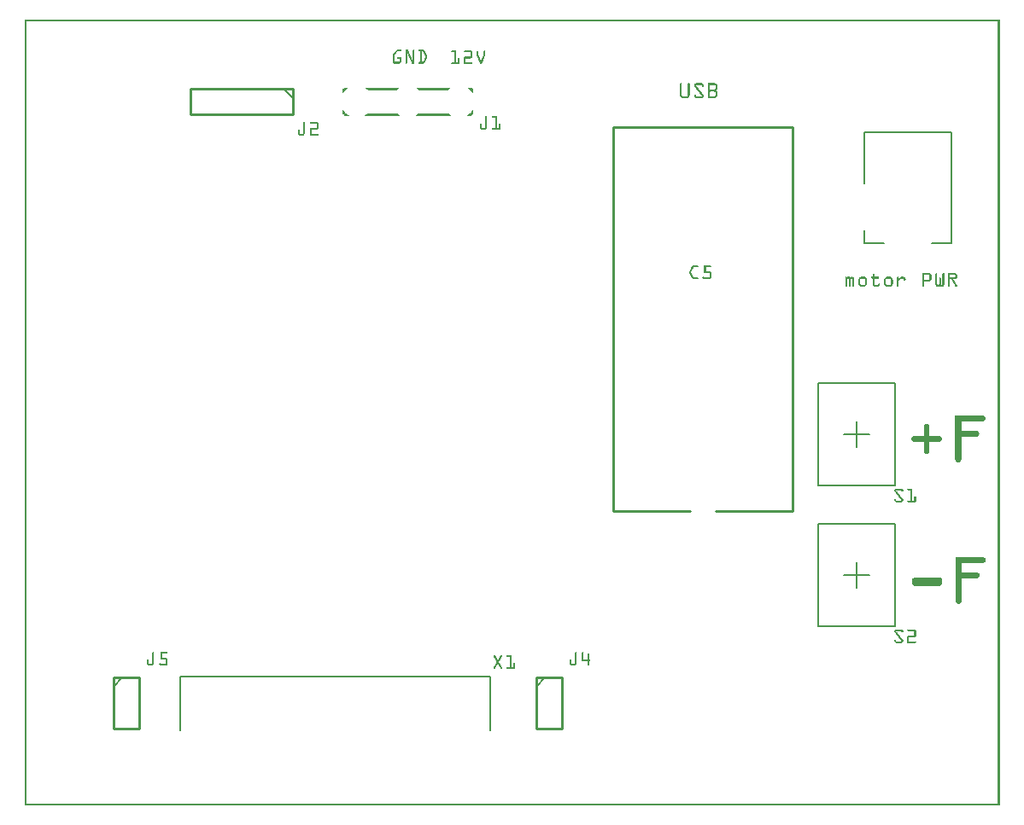
<source format=gto>
G04 MADE WITH FRITZING*
G04 WWW.FRITZING.ORG*
G04 DOUBLE SIDED*
G04 HOLES PLATED*
G04 CONTOUR ON CENTER OF CONTOUR VECTOR*
%ASAXBY*%
%FSLAX23Y23*%
%MOIN*%
%OFA0B0*%
%SFA1.0B1.0*%
%ADD10C,0.010000*%
%ADD11C,0.005000*%
%ADD12C,0.008000*%
%ADD13R,0.001000X0.001000*%
%LNSILK1*%
G90*
G70*
G54D10*
X2997Y1149D02*
X2997Y2649D01*
D02*
X2997Y2649D02*
X2297Y2649D01*
D02*
X2297Y2649D02*
X2297Y1149D01*
D02*
X2997Y1149D02*
X2697Y1149D01*
D02*
X2597Y1149D02*
X2297Y1149D01*
D02*
X1047Y2799D02*
X647Y2799D01*
D02*
X647Y2799D02*
X647Y2699D01*
D02*
X647Y2699D02*
X1047Y2699D01*
D02*
X1047Y2699D02*
X1047Y2799D01*
G54D11*
D02*
X1012Y2799D02*
X1047Y2764D01*
G54D12*
D02*
X3277Y2196D02*
X3353Y2196D01*
D02*
X3277Y2629D02*
X3277Y2431D01*
D02*
X3277Y2196D02*
X3277Y2246D01*
D02*
X3619Y2629D02*
X3619Y2196D01*
D02*
X3619Y2196D02*
X3542Y2196D01*
D02*
X3619Y2629D02*
X3277Y2629D01*
G54D11*
D02*
X3297Y1449D02*
X3197Y1449D01*
D02*
X3247Y1499D02*
X3247Y1399D01*
D02*
X3397Y1649D02*
X3397Y1249D01*
D02*
X3397Y1249D02*
X3097Y1249D01*
D02*
X3097Y1249D02*
X3097Y1649D01*
D02*
X3097Y1649D02*
X3397Y1649D01*
D02*
X3297Y899D02*
X3197Y899D01*
D02*
X3247Y949D02*
X3247Y849D01*
D02*
X3397Y1099D02*
X3397Y699D01*
D02*
X3397Y699D02*
X3097Y699D01*
D02*
X3097Y699D02*
X3097Y1099D01*
D02*
X3097Y1099D02*
X3397Y1099D01*
G54D10*
D02*
X347Y499D02*
X347Y299D01*
D02*
X347Y299D02*
X447Y299D01*
D02*
X447Y299D02*
X447Y499D01*
D02*
X447Y499D02*
X347Y499D01*
G54D11*
D02*
X347Y464D02*
X382Y499D01*
G54D10*
D02*
X1997Y499D02*
X1997Y299D01*
D02*
X1997Y299D02*
X2097Y299D01*
D02*
X2097Y299D02*
X2097Y499D01*
D02*
X2097Y499D02*
X1997Y499D01*
G54D11*
D02*
X1997Y464D02*
X2032Y499D01*
G54D12*
D02*
X1819Y504D02*
X1819Y293D01*
D02*
X607Y504D02*
X607Y293D01*
D02*
X1819Y504D02*
X607Y504D01*
G54D13*
X0Y3070D02*
X3806Y3070D01*
X0Y3069D02*
X3806Y3069D01*
X0Y3068D02*
X3806Y3068D01*
X0Y3067D02*
X3806Y3067D01*
X0Y3066D02*
X3806Y3066D01*
X0Y3065D02*
X3806Y3065D01*
X0Y3064D02*
X3806Y3064D01*
X0Y3063D02*
X3806Y3063D01*
X0Y3062D02*
X7Y3062D01*
X3799Y3062D02*
X3806Y3062D01*
X0Y3061D02*
X7Y3061D01*
X3799Y3061D02*
X3806Y3061D01*
X0Y3060D02*
X7Y3060D01*
X3799Y3060D02*
X3806Y3060D01*
X0Y3059D02*
X7Y3059D01*
X3799Y3059D02*
X3806Y3059D01*
X0Y3058D02*
X7Y3058D01*
X3799Y3058D02*
X3806Y3058D01*
X0Y3057D02*
X7Y3057D01*
X3799Y3057D02*
X3806Y3057D01*
X0Y3056D02*
X7Y3056D01*
X3799Y3056D02*
X3806Y3056D01*
X0Y3055D02*
X7Y3055D01*
X3799Y3055D02*
X3806Y3055D01*
X0Y3054D02*
X7Y3054D01*
X3799Y3054D02*
X3806Y3054D01*
X0Y3053D02*
X7Y3053D01*
X3799Y3053D02*
X3806Y3053D01*
X0Y3052D02*
X7Y3052D01*
X3799Y3052D02*
X3806Y3052D01*
X0Y3051D02*
X7Y3051D01*
X3799Y3051D02*
X3806Y3051D01*
X0Y3050D02*
X7Y3050D01*
X3799Y3050D02*
X3806Y3050D01*
X0Y3049D02*
X7Y3049D01*
X3799Y3049D02*
X3806Y3049D01*
X0Y3048D02*
X7Y3048D01*
X3799Y3048D02*
X3806Y3048D01*
X0Y3047D02*
X7Y3047D01*
X3799Y3047D02*
X3806Y3047D01*
X0Y3046D02*
X7Y3046D01*
X3799Y3046D02*
X3806Y3046D01*
X0Y3045D02*
X7Y3045D01*
X3799Y3045D02*
X3806Y3045D01*
X0Y3044D02*
X7Y3044D01*
X3799Y3044D02*
X3806Y3044D01*
X0Y3043D02*
X7Y3043D01*
X3799Y3043D02*
X3806Y3043D01*
X0Y3042D02*
X7Y3042D01*
X3799Y3042D02*
X3806Y3042D01*
X0Y3041D02*
X7Y3041D01*
X3799Y3041D02*
X3806Y3041D01*
X0Y3040D02*
X7Y3040D01*
X3799Y3040D02*
X3806Y3040D01*
X0Y3039D02*
X7Y3039D01*
X3799Y3039D02*
X3806Y3039D01*
X0Y3038D02*
X7Y3038D01*
X3799Y3038D02*
X3806Y3038D01*
X0Y3037D02*
X7Y3037D01*
X3799Y3037D02*
X3806Y3037D01*
X0Y3036D02*
X7Y3036D01*
X3799Y3036D02*
X3806Y3036D01*
X0Y3035D02*
X7Y3035D01*
X3799Y3035D02*
X3806Y3035D01*
X0Y3034D02*
X7Y3034D01*
X3799Y3034D02*
X3806Y3034D01*
X0Y3033D02*
X7Y3033D01*
X3799Y3033D02*
X3806Y3033D01*
X0Y3032D02*
X7Y3032D01*
X3799Y3032D02*
X3806Y3032D01*
X0Y3031D02*
X7Y3031D01*
X3799Y3031D02*
X3806Y3031D01*
X0Y3030D02*
X7Y3030D01*
X3799Y3030D02*
X3806Y3030D01*
X0Y3029D02*
X7Y3029D01*
X3799Y3029D02*
X3806Y3029D01*
X0Y3028D02*
X7Y3028D01*
X3799Y3028D02*
X3806Y3028D01*
X0Y3027D02*
X7Y3027D01*
X3799Y3027D02*
X3806Y3027D01*
X0Y3026D02*
X7Y3026D01*
X3799Y3026D02*
X3806Y3026D01*
X0Y3025D02*
X7Y3025D01*
X3799Y3025D02*
X3806Y3025D01*
X0Y3024D02*
X7Y3024D01*
X3799Y3024D02*
X3806Y3024D01*
X0Y3023D02*
X7Y3023D01*
X3799Y3023D02*
X3806Y3023D01*
X0Y3022D02*
X7Y3022D01*
X3799Y3022D02*
X3806Y3022D01*
X0Y3021D02*
X7Y3021D01*
X3799Y3021D02*
X3806Y3021D01*
X0Y3020D02*
X7Y3020D01*
X3799Y3020D02*
X3806Y3020D01*
X0Y3019D02*
X7Y3019D01*
X3799Y3019D02*
X3806Y3019D01*
X0Y3018D02*
X7Y3018D01*
X3799Y3018D02*
X3806Y3018D01*
X0Y3017D02*
X7Y3017D01*
X3799Y3017D02*
X3806Y3017D01*
X0Y3016D02*
X7Y3016D01*
X3799Y3016D02*
X3806Y3016D01*
X0Y3015D02*
X7Y3015D01*
X3799Y3015D02*
X3806Y3015D01*
X0Y3014D02*
X7Y3014D01*
X3799Y3014D02*
X3806Y3014D01*
X0Y3013D02*
X7Y3013D01*
X3799Y3013D02*
X3806Y3013D01*
X0Y3012D02*
X7Y3012D01*
X3799Y3012D02*
X3806Y3012D01*
X0Y3011D02*
X7Y3011D01*
X3799Y3011D02*
X3806Y3011D01*
X0Y3010D02*
X7Y3010D01*
X3799Y3010D02*
X3806Y3010D01*
X0Y3009D02*
X7Y3009D01*
X3799Y3009D02*
X3806Y3009D01*
X0Y3008D02*
X7Y3008D01*
X3799Y3008D02*
X3806Y3008D01*
X0Y3007D02*
X7Y3007D01*
X3799Y3007D02*
X3806Y3007D01*
X0Y3006D02*
X7Y3006D01*
X3799Y3006D02*
X3806Y3006D01*
X0Y3005D02*
X7Y3005D01*
X3799Y3005D02*
X3806Y3005D01*
X0Y3004D02*
X7Y3004D01*
X3799Y3004D02*
X3806Y3004D01*
X0Y3003D02*
X7Y3003D01*
X3799Y3003D02*
X3806Y3003D01*
X0Y3002D02*
X7Y3002D01*
X3799Y3002D02*
X3806Y3002D01*
X0Y3001D02*
X7Y3001D01*
X3799Y3001D02*
X3806Y3001D01*
X0Y3000D02*
X7Y3000D01*
X3799Y3000D02*
X3806Y3000D01*
X0Y2999D02*
X7Y2999D01*
X3799Y2999D02*
X3806Y2999D01*
X0Y2998D02*
X7Y2998D01*
X3799Y2998D02*
X3806Y2998D01*
X0Y2997D02*
X7Y2997D01*
X3799Y2997D02*
X3806Y2997D01*
X0Y2996D02*
X7Y2996D01*
X3799Y2996D02*
X3806Y2996D01*
X0Y2995D02*
X7Y2995D01*
X3799Y2995D02*
X3806Y2995D01*
X0Y2994D02*
X7Y2994D01*
X3799Y2994D02*
X3806Y2994D01*
X0Y2993D02*
X7Y2993D01*
X3799Y2993D02*
X3806Y2993D01*
X0Y2992D02*
X7Y2992D01*
X3799Y2992D02*
X3806Y2992D01*
X0Y2991D02*
X7Y2991D01*
X3799Y2991D02*
X3806Y2991D01*
X0Y2990D02*
X7Y2990D01*
X3799Y2990D02*
X3806Y2990D01*
X0Y2989D02*
X7Y2989D01*
X3799Y2989D02*
X3806Y2989D01*
X0Y2988D02*
X7Y2988D01*
X3799Y2988D02*
X3806Y2988D01*
X0Y2987D02*
X7Y2987D01*
X3799Y2987D02*
X3806Y2987D01*
X0Y2986D02*
X7Y2986D01*
X3799Y2986D02*
X3806Y2986D01*
X0Y2985D02*
X7Y2985D01*
X3799Y2985D02*
X3806Y2985D01*
X0Y2984D02*
X7Y2984D01*
X3799Y2984D02*
X3806Y2984D01*
X0Y2983D02*
X7Y2983D01*
X3799Y2983D02*
X3806Y2983D01*
X0Y2982D02*
X7Y2982D01*
X3799Y2982D02*
X3806Y2982D01*
X0Y2981D02*
X7Y2981D01*
X3799Y2981D02*
X3806Y2981D01*
X0Y2980D02*
X7Y2980D01*
X3799Y2980D02*
X3806Y2980D01*
X0Y2979D02*
X7Y2979D01*
X3799Y2979D02*
X3806Y2979D01*
X0Y2978D02*
X7Y2978D01*
X3799Y2978D02*
X3806Y2978D01*
X0Y2977D02*
X7Y2977D01*
X3799Y2977D02*
X3806Y2977D01*
X0Y2976D02*
X7Y2976D01*
X3799Y2976D02*
X3806Y2976D01*
X0Y2975D02*
X7Y2975D01*
X3799Y2975D02*
X3806Y2975D01*
X0Y2974D02*
X7Y2974D01*
X3799Y2974D02*
X3806Y2974D01*
X0Y2973D02*
X7Y2973D01*
X3799Y2973D02*
X3806Y2973D01*
X0Y2972D02*
X7Y2972D01*
X3799Y2972D02*
X3806Y2972D01*
X0Y2971D02*
X7Y2971D01*
X3799Y2971D02*
X3806Y2971D01*
X0Y2970D02*
X7Y2970D01*
X3799Y2970D02*
X3806Y2970D01*
X0Y2969D02*
X7Y2969D01*
X3799Y2969D02*
X3806Y2969D01*
X0Y2968D02*
X7Y2968D01*
X3799Y2968D02*
X3806Y2968D01*
X0Y2967D02*
X7Y2967D01*
X3799Y2967D02*
X3806Y2967D01*
X0Y2966D02*
X7Y2966D01*
X3799Y2966D02*
X3806Y2966D01*
X0Y2965D02*
X7Y2965D01*
X3799Y2965D02*
X3806Y2965D01*
X0Y2964D02*
X7Y2964D01*
X3799Y2964D02*
X3806Y2964D01*
X0Y2963D02*
X7Y2963D01*
X3799Y2963D02*
X3806Y2963D01*
X0Y2962D02*
X7Y2962D01*
X3799Y2962D02*
X3806Y2962D01*
X0Y2961D02*
X7Y2961D01*
X3799Y2961D02*
X3806Y2961D01*
X0Y2960D02*
X7Y2960D01*
X3799Y2960D02*
X3806Y2960D01*
X0Y2959D02*
X7Y2959D01*
X3799Y2959D02*
X3806Y2959D01*
X0Y2958D02*
X7Y2958D01*
X3799Y2958D02*
X3806Y2958D01*
X0Y2957D02*
X7Y2957D01*
X3799Y2957D02*
X3806Y2957D01*
X0Y2956D02*
X7Y2956D01*
X3799Y2956D02*
X3806Y2956D01*
X0Y2955D02*
X7Y2955D01*
X3799Y2955D02*
X3806Y2955D01*
X0Y2954D02*
X7Y2954D01*
X3799Y2954D02*
X3806Y2954D01*
X0Y2953D02*
X7Y2953D01*
X3799Y2953D02*
X3806Y2953D01*
X0Y2952D02*
X7Y2952D01*
X1454Y2952D02*
X1469Y2952D01*
X1487Y2952D02*
X1496Y2952D01*
X1517Y2952D02*
X1519Y2952D01*
X1539Y2952D02*
X1556Y2952D01*
X3799Y2952D02*
X3806Y2952D01*
X0Y2951D02*
X7Y2951D01*
X1452Y2951D02*
X1470Y2951D01*
X1487Y2951D02*
X1496Y2951D01*
X1516Y2951D02*
X1520Y2951D01*
X1538Y2951D02*
X1558Y2951D01*
X3799Y2951D02*
X3806Y2951D01*
X0Y2950D02*
X7Y2950D01*
X1451Y2950D02*
X1470Y2950D01*
X1487Y2950D02*
X1497Y2950D01*
X1515Y2950D02*
X1521Y2950D01*
X1538Y2950D02*
X1560Y2950D01*
X3799Y2950D02*
X3806Y2950D01*
X0Y2949D02*
X7Y2949D01*
X1450Y2949D02*
X1471Y2949D01*
X1487Y2949D02*
X1497Y2949D01*
X1515Y2949D02*
X1521Y2949D01*
X1538Y2949D02*
X1561Y2949D01*
X1667Y2949D02*
X1684Y2949D01*
X1717Y2949D02*
X1743Y2949D01*
X1767Y2949D02*
X1768Y2949D01*
X1794Y2949D02*
X1796Y2949D01*
X3799Y2949D02*
X3806Y2949D01*
X0Y2948D02*
X7Y2948D01*
X1449Y2948D02*
X1470Y2948D01*
X1487Y2948D02*
X1498Y2948D01*
X1515Y2948D02*
X1521Y2948D01*
X1538Y2948D02*
X1562Y2948D01*
X1666Y2948D02*
X1684Y2948D01*
X1716Y2948D02*
X1745Y2948D01*
X1766Y2948D02*
X1770Y2948D01*
X1793Y2948D02*
X1797Y2948D01*
X3799Y2948D02*
X3806Y2948D01*
X0Y2947D02*
X7Y2947D01*
X1448Y2947D02*
X1470Y2947D01*
X1487Y2947D02*
X1498Y2947D01*
X1515Y2947D02*
X1521Y2947D01*
X1538Y2947D02*
X1562Y2947D01*
X1665Y2947D02*
X1684Y2947D01*
X1715Y2947D02*
X1746Y2947D01*
X1765Y2947D02*
X1770Y2947D01*
X1792Y2947D02*
X1798Y2947D01*
X3799Y2947D02*
X3806Y2947D01*
X0Y2946D02*
X7Y2946D01*
X1447Y2946D02*
X1469Y2946D01*
X1487Y2946D02*
X1498Y2946D01*
X1515Y2946D02*
X1521Y2946D01*
X1539Y2946D02*
X1563Y2946D01*
X1665Y2946D02*
X1684Y2946D01*
X1715Y2946D02*
X1747Y2946D01*
X1765Y2946D02*
X1771Y2946D01*
X1792Y2946D02*
X1798Y2946D01*
X3799Y2946D02*
X3806Y2946D01*
X0Y2945D02*
X7Y2945D01*
X1447Y2945D02*
X1455Y2945D01*
X1487Y2945D02*
X1499Y2945D01*
X1515Y2945D02*
X1521Y2945D01*
X1545Y2945D02*
X1551Y2945D01*
X1556Y2945D02*
X1563Y2945D01*
X1665Y2945D02*
X1684Y2945D01*
X1715Y2945D02*
X1748Y2945D01*
X1765Y2945D02*
X1771Y2945D01*
X1792Y2945D02*
X1798Y2945D01*
X3799Y2945D02*
X3806Y2945D01*
X0Y2944D02*
X7Y2944D01*
X1446Y2944D02*
X1454Y2944D01*
X1487Y2944D02*
X1499Y2944D01*
X1515Y2944D02*
X1521Y2944D01*
X1545Y2944D02*
X1551Y2944D01*
X1557Y2944D02*
X1564Y2944D01*
X1665Y2944D02*
X1684Y2944D01*
X1715Y2944D02*
X1748Y2944D01*
X1765Y2944D02*
X1771Y2944D01*
X1792Y2944D02*
X1798Y2944D01*
X3799Y2944D02*
X3806Y2944D01*
X0Y2943D02*
X7Y2943D01*
X1445Y2943D02*
X1453Y2943D01*
X1487Y2943D02*
X1500Y2943D01*
X1515Y2943D02*
X1521Y2943D01*
X1545Y2943D02*
X1551Y2943D01*
X1557Y2943D02*
X1564Y2943D01*
X1666Y2943D02*
X1684Y2943D01*
X1716Y2943D02*
X1748Y2943D01*
X1765Y2943D02*
X1771Y2943D01*
X1792Y2943D02*
X1798Y2943D01*
X3799Y2943D02*
X3806Y2943D01*
X0Y2942D02*
X7Y2942D01*
X1444Y2942D02*
X1452Y2942D01*
X1487Y2942D02*
X1500Y2942D01*
X1515Y2942D02*
X1521Y2942D01*
X1545Y2942D02*
X1551Y2942D01*
X1558Y2942D02*
X1565Y2942D01*
X1678Y2942D02*
X1684Y2942D01*
X1742Y2942D02*
X1748Y2942D01*
X1765Y2942D02*
X1771Y2942D01*
X1792Y2942D02*
X1798Y2942D01*
X3799Y2942D02*
X3806Y2942D01*
X0Y2941D02*
X7Y2941D01*
X1444Y2941D02*
X1452Y2941D01*
X1487Y2941D02*
X1501Y2941D01*
X1515Y2941D02*
X1521Y2941D01*
X1545Y2941D02*
X1551Y2941D01*
X1558Y2941D02*
X1565Y2941D01*
X1678Y2941D02*
X1684Y2941D01*
X1742Y2941D02*
X1748Y2941D01*
X1765Y2941D02*
X1771Y2941D01*
X1792Y2941D02*
X1798Y2941D01*
X3799Y2941D02*
X3806Y2941D01*
X0Y2940D02*
X7Y2940D01*
X1443Y2940D02*
X1451Y2940D01*
X1487Y2940D02*
X1501Y2940D01*
X1515Y2940D02*
X1521Y2940D01*
X1545Y2940D02*
X1551Y2940D01*
X1559Y2940D02*
X1566Y2940D01*
X1678Y2940D02*
X1684Y2940D01*
X1742Y2940D02*
X1748Y2940D01*
X1765Y2940D02*
X1771Y2940D01*
X1792Y2940D02*
X1798Y2940D01*
X3799Y2940D02*
X3806Y2940D01*
X0Y2939D02*
X7Y2939D01*
X1442Y2939D02*
X1450Y2939D01*
X1487Y2939D02*
X1502Y2939D01*
X1515Y2939D02*
X1521Y2939D01*
X1545Y2939D02*
X1551Y2939D01*
X1559Y2939D02*
X1566Y2939D01*
X1678Y2939D02*
X1684Y2939D01*
X1742Y2939D02*
X1748Y2939D01*
X1765Y2939D02*
X1771Y2939D01*
X1792Y2939D02*
X1798Y2939D01*
X3799Y2939D02*
X3806Y2939D01*
X0Y2938D02*
X7Y2938D01*
X1441Y2938D02*
X1449Y2938D01*
X1487Y2938D02*
X1493Y2938D01*
X1495Y2938D02*
X1502Y2938D01*
X1515Y2938D02*
X1521Y2938D01*
X1545Y2938D02*
X1551Y2938D01*
X1560Y2938D02*
X1567Y2938D01*
X1678Y2938D02*
X1684Y2938D01*
X1742Y2938D02*
X1748Y2938D01*
X1765Y2938D02*
X1771Y2938D01*
X1792Y2938D02*
X1798Y2938D01*
X3799Y2938D02*
X3806Y2938D01*
X0Y2937D02*
X7Y2937D01*
X1441Y2937D02*
X1448Y2937D01*
X1487Y2937D02*
X1493Y2937D01*
X1496Y2937D02*
X1502Y2937D01*
X1515Y2937D02*
X1521Y2937D01*
X1545Y2937D02*
X1551Y2937D01*
X1561Y2937D02*
X1567Y2937D01*
X1678Y2937D02*
X1684Y2937D01*
X1742Y2937D02*
X1748Y2937D01*
X1765Y2937D02*
X1771Y2937D01*
X1792Y2937D02*
X1798Y2937D01*
X3799Y2937D02*
X3806Y2937D01*
X0Y2936D02*
X7Y2936D01*
X1440Y2936D02*
X1448Y2936D01*
X1487Y2936D02*
X1493Y2936D01*
X1496Y2936D02*
X1503Y2936D01*
X1515Y2936D02*
X1521Y2936D01*
X1545Y2936D02*
X1551Y2936D01*
X1561Y2936D02*
X1568Y2936D01*
X1678Y2936D02*
X1684Y2936D01*
X1742Y2936D02*
X1748Y2936D01*
X1765Y2936D02*
X1771Y2936D01*
X1792Y2936D02*
X1798Y2936D01*
X3799Y2936D02*
X3806Y2936D01*
X0Y2935D02*
X7Y2935D01*
X1439Y2935D02*
X1447Y2935D01*
X1487Y2935D02*
X1493Y2935D01*
X1497Y2935D02*
X1503Y2935D01*
X1515Y2935D02*
X1521Y2935D01*
X1545Y2935D02*
X1551Y2935D01*
X1562Y2935D02*
X1568Y2935D01*
X1678Y2935D02*
X1684Y2935D01*
X1742Y2935D02*
X1748Y2935D01*
X1765Y2935D02*
X1771Y2935D01*
X1792Y2935D02*
X1798Y2935D01*
X3799Y2935D02*
X3806Y2935D01*
X0Y2934D02*
X7Y2934D01*
X1439Y2934D02*
X1446Y2934D01*
X1487Y2934D02*
X1493Y2934D01*
X1497Y2934D02*
X1504Y2934D01*
X1515Y2934D02*
X1521Y2934D01*
X1545Y2934D02*
X1551Y2934D01*
X1562Y2934D02*
X1569Y2934D01*
X1678Y2934D02*
X1684Y2934D01*
X1742Y2934D02*
X1748Y2934D01*
X1765Y2934D02*
X1771Y2934D01*
X1792Y2934D02*
X1798Y2934D01*
X3799Y2934D02*
X3806Y2934D01*
X0Y2933D02*
X7Y2933D01*
X1438Y2933D02*
X1445Y2933D01*
X1487Y2933D02*
X1493Y2933D01*
X1497Y2933D02*
X1504Y2933D01*
X1515Y2933D02*
X1521Y2933D01*
X1545Y2933D02*
X1551Y2933D01*
X1563Y2933D02*
X1569Y2933D01*
X1678Y2933D02*
X1684Y2933D01*
X1742Y2933D02*
X1748Y2933D01*
X1765Y2933D02*
X1771Y2933D01*
X1791Y2933D02*
X1798Y2933D01*
X3799Y2933D02*
X3806Y2933D01*
X0Y2932D02*
X7Y2932D01*
X1438Y2932D02*
X1445Y2932D01*
X1487Y2932D02*
X1493Y2932D01*
X1498Y2932D02*
X1505Y2932D01*
X1515Y2932D02*
X1521Y2932D01*
X1545Y2932D02*
X1551Y2932D01*
X1563Y2932D02*
X1570Y2932D01*
X1678Y2932D02*
X1684Y2932D01*
X1742Y2932D02*
X1748Y2932D01*
X1765Y2932D02*
X1772Y2932D01*
X1791Y2932D02*
X1798Y2932D01*
X3799Y2932D02*
X3806Y2932D01*
X0Y2931D02*
X7Y2931D01*
X1437Y2931D02*
X1444Y2931D01*
X1487Y2931D02*
X1493Y2931D01*
X1498Y2931D02*
X1505Y2931D01*
X1515Y2931D02*
X1521Y2931D01*
X1545Y2931D02*
X1551Y2931D01*
X1564Y2931D02*
X1570Y2931D01*
X1678Y2931D02*
X1684Y2931D01*
X1742Y2931D02*
X1748Y2931D01*
X1766Y2931D02*
X1772Y2931D01*
X1791Y2931D02*
X1797Y2931D01*
X3799Y2931D02*
X3806Y2931D01*
X0Y2930D02*
X7Y2930D01*
X1437Y2930D02*
X1443Y2930D01*
X1487Y2930D02*
X1493Y2930D01*
X1499Y2930D02*
X1505Y2930D01*
X1515Y2930D02*
X1521Y2930D01*
X1545Y2930D02*
X1551Y2930D01*
X1564Y2930D02*
X1571Y2930D01*
X1678Y2930D02*
X1684Y2930D01*
X1742Y2930D02*
X1748Y2930D01*
X1766Y2930D02*
X1772Y2930D01*
X1790Y2930D02*
X1797Y2930D01*
X3799Y2930D02*
X3806Y2930D01*
X0Y2929D02*
X7Y2929D01*
X1437Y2929D02*
X1443Y2929D01*
X1487Y2929D02*
X1493Y2929D01*
X1499Y2929D02*
X1506Y2929D01*
X1515Y2929D02*
X1521Y2929D01*
X1545Y2929D02*
X1551Y2929D01*
X1565Y2929D02*
X1571Y2929D01*
X1678Y2929D02*
X1684Y2929D01*
X1742Y2929D02*
X1748Y2929D01*
X1766Y2929D02*
X1773Y2929D01*
X1790Y2929D02*
X1796Y2929D01*
X3799Y2929D02*
X3806Y2929D01*
X0Y2928D02*
X7Y2928D01*
X1437Y2928D02*
X1443Y2928D01*
X1487Y2928D02*
X1493Y2928D01*
X1500Y2928D02*
X1506Y2928D01*
X1515Y2928D02*
X1521Y2928D01*
X1545Y2928D02*
X1551Y2928D01*
X1565Y2928D02*
X1571Y2928D01*
X1678Y2928D02*
X1684Y2928D01*
X1742Y2928D02*
X1748Y2928D01*
X1767Y2928D02*
X1773Y2928D01*
X1790Y2928D02*
X1796Y2928D01*
X3799Y2928D02*
X3806Y2928D01*
X0Y2927D02*
X7Y2927D01*
X1437Y2927D02*
X1443Y2927D01*
X1487Y2927D02*
X1493Y2927D01*
X1500Y2927D02*
X1507Y2927D01*
X1515Y2927D02*
X1521Y2927D01*
X1545Y2927D02*
X1551Y2927D01*
X1565Y2927D02*
X1571Y2927D01*
X1678Y2927D02*
X1684Y2927D01*
X1742Y2927D02*
X1748Y2927D01*
X1767Y2927D02*
X1774Y2927D01*
X1789Y2927D02*
X1796Y2927D01*
X3799Y2927D02*
X3806Y2927D01*
X0Y2926D02*
X7Y2926D01*
X1437Y2926D02*
X1443Y2926D01*
X1487Y2926D02*
X1493Y2926D01*
X1501Y2926D02*
X1507Y2926D01*
X1515Y2926D02*
X1521Y2926D01*
X1545Y2926D02*
X1551Y2926D01*
X1565Y2926D02*
X1571Y2926D01*
X1678Y2926D02*
X1684Y2926D01*
X1742Y2926D02*
X1748Y2926D01*
X1768Y2926D02*
X1774Y2926D01*
X1789Y2926D02*
X1795Y2926D01*
X3799Y2926D02*
X3806Y2926D01*
X0Y2925D02*
X7Y2925D01*
X1437Y2925D02*
X1443Y2925D01*
X1487Y2925D02*
X1493Y2925D01*
X1501Y2925D02*
X1508Y2925D01*
X1515Y2925D02*
X1521Y2925D01*
X1545Y2925D02*
X1551Y2925D01*
X1565Y2925D02*
X1571Y2925D01*
X1678Y2925D02*
X1684Y2925D01*
X1719Y2925D02*
X1748Y2925D01*
X1768Y2925D02*
X1774Y2925D01*
X1788Y2925D02*
X1795Y2925D01*
X3799Y2925D02*
X3806Y2925D01*
X0Y2924D02*
X7Y2924D01*
X1437Y2924D02*
X1443Y2924D01*
X1487Y2924D02*
X1493Y2924D01*
X1501Y2924D02*
X1508Y2924D01*
X1515Y2924D02*
X1521Y2924D01*
X1545Y2924D02*
X1551Y2924D01*
X1565Y2924D02*
X1571Y2924D01*
X1678Y2924D02*
X1684Y2924D01*
X1717Y2924D02*
X1748Y2924D01*
X1768Y2924D02*
X1775Y2924D01*
X1788Y2924D02*
X1794Y2924D01*
X3799Y2924D02*
X3806Y2924D01*
X0Y2923D02*
X7Y2923D01*
X1437Y2923D02*
X1443Y2923D01*
X1487Y2923D02*
X1493Y2923D01*
X1502Y2923D02*
X1509Y2923D01*
X1515Y2923D02*
X1521Y2923D01*
X1545Y2923D02*
X1551Y2923D01*
X1565Y2923D02*
X1571Y2923D01*
X1678Y2923D02*
X1684Y2923D01*
X1716Y2923D02*
X1747Y2923D01*
X1769Y2923D02*
X1775Y2923D01*
X1788Y2923D02*
X1794Y2923D01*
X3799Y2923D02*
X3806Y2923D01*
X0Y2922D02*
X7Y2922D01*
X1437Y2922D02*
X1443Y2922D01*
X1455Y2922D02*
X1471Y2922D01*
X1487Y2922D02*
X1493Y2922D01*
X1502Y2922D02*
X1509Y2922D01*
X1515Y2922D02*
X1521Y2922D01*
X1545Y2922D02*
X1551Y2922D01*
X1565Y2922D02*
X1571Y2922D01*
X1678Y2922D02*
X1684Y2922D01*
X1715Y2922D02*
X1747Y2922D01*
X1769Y2922D02*
X1776Y2922D01*
X1787Y2922D02*
X1794Y2922D01*
X3799Y2922D02*
X3806Y2922D01*
X0Y2921D02*
X7Y2921D01*
X1437Y2921D02*
X1443Y2921D01*
X1455Y2921D02*
X1471Y2921D01*
X1487Y2921D02*
X1493Y2921D01*
X1503Y2921D02*
X1509Y2921D01*
X1515Y2921D02*
X1521Y2921D01*
X1545Y2921D02*
X1551Y2921D01*
X1564Y2921D02*
X1571Y2921D01*
X1678Y2921D02*
X1684Y2921D01*
X1715Y2921D02*
X1746Y2921D01*
X1769Y2921D02*
X1776Y2921D01*
X1787Y2921D02*
X1793Y2921D01*
X3799Y2921D02*
X3806Y2921D01*
X0Y2920D02*
X7Y2920D01*
X1437Y2920D02*
X1443Y2920D01*
X1454Y2920D02*
X1471Y2920D01*
X1487Y2920D02*
X1493Y2920D01*
X1503Y2920D02*
X1510Y2920D01*
X1515Y2920D02*
X1521Y2920D01*
X1545Y2920D02*
X1551Y2920D01*
X1564Y2920D02*
X1570Y2920D01*
X1678Y2920D02*
X1684Y2920D01*
X1715Y2920D02*
X1745Y2920D01*
X1770Y2920D02*
X1776Y2920D01*
X1786Y2920D02*
X1793Y2920D01*
X3799Y2920D02*
X3806Y2920D01*
X0Y2919D02*
X7Y2919D01*
X1437Y2919D02*
X1443Y2919D01*
X1454Y2919D02*
X1471Y2919D01*
X1487Y2919D02*
X1493Y2919D01*
X1504Y2919D02*
X1510Y2919D01*
X1515Y2919D02*
X1521Y2919D01*
X1545Y2919D02*
X1551Y2919D01*
X1563Y2919D02*
X1570Y2919D01*
X1678Y2919D02*
X1684Y2919D01*
X1693Y2919D02*
X1697Y2919D01*
X1715Y2919D02*
X1742Y2919D01*
X1770Y2919D02*
X1777Y2919D01*
X1786Y2919D02*
X1793Y2919D01*
X3799Y2919D02*
X3806Y2919D01*
X0Y2918D02*
X7Y2918D01*
X1437Y2918D02*
X1443Y2918D01*
X1455Y2918D02*
X1471Y2918D01*
X1487Y2918D02*
X1493Y2918D01*
X1504Y2918D02*
X1511Y2918D01*
X1515Y2918D02*
X1521Y2918D01*
X1545Y2918D02*
X1551Y2918D01*
X1563Y2918D02*
X1570Y2918D01*
X1678Y2918D02*
X1684Y2918D01*
X1693Y2918D02*
X1698Y2918D01*
X1715Y2918D02*
X1721Y2918D01*
X1771Y2918D02*
X1777Y2918D01*
X1786Y2918D02*
X1792Y2918D01*
X3799Y2918D02*
X3806Y2918D01*
X0Y2917D02*
X7Y2917D01*
X1437Y2917D02*
X1443Y2917D01*
X1455Y2917D02*
X1471Y2917D01*
X1487Y2917D02*
X1493Y2917D01*
X1504Y2917D02*
X1511Y2917D01*
X1515Y2917D02*
X1521Y2917D01*
X1545Y2917D02*
X1551Y2917D01*
X1562Y2917D02*
X1569Y2917D01*
X1678Y2917D02*
X1684Y2917D01*
X1692Y2917D02*
X1698Y2917D01*
X1715Y2917D02*
X1721Y2917D01*
X1771Y2917D02*
X1778Y2917D01*
X1785Y2917D02*
X1792Y2917D01*
X3799Y2917D02*
X3806Y2917D01*
X0Y2916D02*
X7Y2916D01*
X1437Y2916D02*
X1443Y2916D01*
X1458Y2916D02*
X1471Y2916D01*
X1487Y2916D02*
X1493Y2916D01*
X1505Y2916D02*
X1512Y2916D01*
X1515Y2916D02*
X1521Y2916D01*
X1545Y2916D02*
X1551Y2916D01*
X1562Y2916D02*
X1569Y2916D01*
X1678Y2916D02*
X1684Y2916D01*
X1692Y2916D02*
X1698Y2916D01*
X1715Y2916D02*
X1721Y2916D01*
X1771Y2916D02*
X1778Y2916D01*
X1785Y2916D02*
X1791Y2916D01*
X3799Y2916D02*
X3806Y2916D01*
X0Y2915D02*
X7Y2915D01*
X1437Y2915D02*
X1443Y2915D01*
X1465Y2915D02*
X1471Y2915D01*
X1487Y2915D02*
X1493Y2915D01*
X1505Y2915D02*
X1512Y2915D01*
X1515Y2915D02*
X1521Y2915D01*
X1545Y2915D02*
X1551Y2915D01*
X1561Y2915D02*
X1568Y2915D01*
X1678Y2915D02*
X1684Y2915D01*
X1692Y2915D02*
X1698Y2915D01*
X1715Y2915D02*
X1721Y2915D01*
X1772Y2915D02*
X1778Y2915D01*
X1784Y2915D02*
X1791Y2915D01*
X3799Y2915D02*
X3806Y2915D01*
X0Y2914D02*
X7Y2914D01*
X1437Y2914D02*
X1443Y2914D01*
X1465Y2914D02*
X1471Y2914D01*
X1487Y2914D02*
X1493Y2914D01*
X1506Y2914D02*
X1513Y2914D01*
X1515Y2914D02*
X1521Y2914D01*
X1545Y2914D02*
X1551Y2914D01*
X1561Y2914D02*
X1568Y2914D01*
X1678Y2914D02*
X1684Y2914D01*
X1692Y2914D02*
X1698Y2914D01*
X1715Y2914D02*
X1721Y2914D01*
X1772Y2914D02*
X1779Y2914D01*
X1784Y2914D02*
X1791Y2914D01*
X3799Y2914D02*
X3806Y2914D01*
X0Y2913D02*
X7Y2913D01*
X1437Y2913D02*
X1443Y2913D01*
X1465Y2913D02*
X1471Y2913D01*
X1487Y2913D02*
X1493Y2913D01*
X1506Y2913D02*
X1513Y2913D01*
X1515Y2913D02*
X1521Y2913D01*
X1545Y2913D02*
X1551Y2913D01*
X1560Y2913D02*
X1567Y2913D01*
X1678Y2913D02*
X1684Y2913D01*
X1692Y2913D02*
X1698Y2913D01*
X1715Y2913D02*
X1721Y2913D01*
X1773Y2913D02*
X1779Y2913D01*
X1784Y2913D02*
X1790Y2913D01*
X3799Y2913D02*
X3806Y2913D01*
X0Y2912D02*
X7Y2912D01*
X1437Y2912D02*
X1443Y2912D01*
X1465Y2912D02*
X1471Y2912D01*
X1487Y2912D02*
X1493Y2912D01*
X1507Y2912D02*
X1513Y2912D01*
X1515Y2912D02*
X1521Y2912D01*
X1545Y2912D02*
X1551Y2912D01*
X1560Y2912D02*
X1567Y2912D01*
X1678Y2912D02*
X1684Y2912D01*
X1692Y2912D02*
X1698Y2912D01*
X1715Y2912D02*
X1721Y2912D01*
X1773Y2912D02*
X1780Y2912D01*
X1783Y2912D02*
X1790Y2912D01*
X3799Y2912D02*
X3806Y2912D01*
X0Y2911D02*
X7Y2911D01*
X1437Y2911D02*
X1443Y2911D01*
X1465Y2911D02*
X1471Y2911D01*
X1487Y2911D02*
X1493Y2911D01*
X1507Y2911D02*
X1521Y2911D01*
X1545Y2911D02*
X1551Y2911D01*
X1559Y2911D02*
X1566Y2911D01*
X1678Y2911D02*
X1684Y2911D01*
X1692Y2911D02*
X1698Y2911D01*
X1715Y2911D02*
X1721Y2911D01*
X1773Y2911D02*
X1780Y2911D01*
X1783Y2911D02*
X1789Y2911D01*
X3799Y2911D02*
X3806Y2911D01*
X0Y2910D02*
X7Y2910D01*
X1437Y2910D02*
X1443Y2910D01*
X1465Y2910D02*
X1471Y2910D01*
X1487Y2910D02*
X1493Y2910D01*
X1508Y2910D02*
X1521Y2910D01*
X1545Y2910D02*
X1551Y2910D01*
X1559Y2910D02*
X1566Y2910D01*
X1678Y2910D02*
X1684Y2910D01*
X1692Y2910D02*
X1698Y2910D01*
X1715Y2910D02*
X1721Y2910D01*
X1774Y2910D02*
X1780Y2910D01*
X1782Y2910D02*
X1789Y2910D01*
X3799Y2910D02*
X3806Y2910D01*
X0Y2909D02*
X7Y2909D01*
X1437Y2909D02*
X1443Y2909D01*
X1465Y2909D02*
X1471Y2909D01*
X1487Y2909D02*
X1493Y2909D01*
X1508Y2909D02*
X1521Y2909D01*
X1545Y2909D02*
X1551Y2909D01*
X1558Y2909D02*
X1565Y2909D01*
X1678Y2909D02*
X1684Y2909D01*
X1692Y2909D02*
X1698Y2909D01*
X1715Y2909D02*
X1721Y2909D01*
X1774Y2909D02*
X1789Y2909D01*
X3799Y2909D02*
X3806Y2909D01*
X0Y2908D02*
X7Y2908D01*
X1437Y2908D02*
X1443Y2908D01*
X1464Y2908D02*
X1471Y2908D01*
X1487Y2908D02*
X1493Y2908D01*
X1508Y2908D02*
X1521Y2908D01*
X1545Y2908D02*
X1551Y2908D01*
X1558Y2908D02*
X1565Y2908D01*
X1678Y2908D02*
X1684Y2908D01*
X1692Y2908D02*
X1698Y2908D01*
X1715Y2908D02*
X1721Y2908D01*
X1774Y2908D02*
X1788Y2908D01*
X3799Y2908D02*
X3806Y2908D01*
X0Y2907D02*
X7Y2907D01*
X1437Y2907D02*
X1444Y2907D01*
X1464Y2907D02*
X1471Y2907D01*
X1487Y2907D02*
X1493Y2907D01*
X1509Y2907D02*
X1521Y2907D01*
X1545Y2907D02*
X1551Y2907D01*
X1557Y2907D02*
X1564Y2907D01*
X1678Y2907D02*
X1684Y2907D01*
X1692Y2907D02*
X1698Y2907D01*
X1715Y2907D02*
X1721Y2907D01*
X1775Y2907D02*
X1788Y2907D01*
X3799Y2907D02*
X3806Y2907D01*
X0Y2906D02*
X7Y2906D01*
X1437Y2906D02*
X1444Y2906D01*
X1463Y2906D02*
X1470Y2906D01*
X1487Y2906D02*
X1493Y2906D01*
X1509Y2906D02*
X1521Y2906D01*
X1545Y2906D02*
X1551Y2906D01*
X1556Y2906D02*
X1564Y2906D01*
X1678Y2906D02*
X1684Y2906D01*
X1692Y2906D02*
X1698Y2906D01*
X1715Y2906D02*
X1721Y2906D01*
X1775Y2906D02*
X1787Y2906D01*
X3799Y2906D02*
X3806Y2906D01*
X0Y2905D02*
X7Y2905D01*
X1438Y2905D02*
X1470Y2905D01*
X1487Y2905D02*
X1493Y2905D01*
X1510Y2905D02*
X1521Y2905D01*
X1540Y2905D02*
X1563Y2905D01*
X1678Y2905D02*
X1684Y2905D01*
X1692Y2905D02*
X1698Y2905D01*
X1715Y2905D02*
X1721Y2905D01*
X1776Y2905D02*
X1787Y2905D01*
X3799Y2905D02*
X3806Y2905D01*
X0Y2904D02*
X7Y2904D01*
X1438Y2904D02*
X1469Y2904D01*
X1487Y2904D02*
X1493Y2904D01*
X1510Y2904D02*
X1521Y2904D01*
X1539Y2904D02*
X1563Y2904D01*
X1678Y2904D02*
X1684Y2904D01*
X1692Y2904D02*
X1698Y2904D01*
X1715Y2904D02*
X1721Y2904D01*
X1776Y2904D02*
X1787Y2904D01*
X3799Y2904D02*
X3806Y2904D01*
X0Y2903D02*
X7Y2903D01*
X1439Y2903D02*
X1469Y2903D01*
X1487Y2903D02*
X1493Y2903D01*
X1511Y2903D02*
X1521Y2903D01*
X1538Y2903D02*
X1562Y2903D01*
X1678Y2903D02*
X1684Y2903D01*
X1692Y2903D02*
X1698Y2903D01*
X1715Y2903D02*
X1721Y2903D01*
X1776Y2903D02*
X1786Y2903D01*
X3799Y2903D02*
X3806Y2903D01*
X0Y2902D02*
X7Y2902D01*
X1439Y2902D02*
X1468Y2902D01*
X1487Y2902D02*
X1493Y2902D01*
X1511Y2902D02*
X1521Y2902D01*
X1538Y2902D02*
X1561Y2902D01*
X1667Y2902D02*
X1698Y2902D01*
X1715Y2902D02*
X1746Y2902D01*
X1777Y2902D02*
X1786Y2902D01*
X3799Y2902D02*
X3806Y2902D01*
X0Y2901D02*
X7Y2901D01*
X1440Y2901D02*
X1467Y2901D01*
X1487Y2901D02*
X1493Y2901D01*
X1511Y2901D02*
X1521Y2901D01*
X1538Y2901D02*
X1560Y2901D01*
X1665Y2901D02*
X1698Y2901D01*
X1715Y2901D02*
X1747Y2901D01*
X1777Y2901D02*
X1785Y2901D01*
X3799Y2901D02*
X3806Y2901D01*
X0Y2900D02*
X7Y2900D01*
X1442Y2900D02*
X1466Y2900D01*
X1488Y2900D02*
X1493Y2900D01*
X1512Y2900D02*
X1521Y2900D01*
X1538Y2900D02*
X1559Y2900D01*
X1665Y2900D02*
X1698Y2900D01*
X1715Y2900D02*
X1748Y2900D01*
X1778Y2900D02*
X1785Y2900D01*
X3799Y2900D02*
X3806Y2900D01*
X0Y2899D02*
X7Y2899D01*
X1443Y2899D02*
X1464Y2899D01*
X1489Y2899D02*
X1492Y2899D01*
X1512Y2899D02*
X1521Y2899D01*
X1539Y2899D02*
X1557Y2899D01*
X1665Y2899D02*
X1698Y2899D01*
X1715Y2899D02*
X1748Y2899D01*
X1778Y2899D02*
X1785Y2899D01*
X3799Y2899D02*
X3806Y2899D01*
X0Y2898D02*
X7Y2898D01*
X1665Y2898D02*
X1698Y2898D01*
X1715Y2898D02*
X1748Y2898D01*
X1778Y2898D02*
X1784Y2898D01*
X3799Y2898D02*
X3806Y2898D01*
X0Y2897D02*
X7Y2897D01*
X1665Y2897D02*
X1698Y2897D01*
X1715Y2897D02*
X1747Y2897D01*
X1779Y2897D02*
X1784Y2897D01*
X3799Y2897D02*
X3806Y2897D01*
X0Y2896D02*
X7Y2896D01*
X1666Y2896D02*
X1697Y2896D01*
X1715Y2896D02*
X1747Y2896D01*
X1780Y2896D02*
X1783Y2896D01*
X3799Y2896D02*
X3806Y2896D01*
X0Y2895D02*
X7Y2895D01*
X3799Y2895D02*
X3806Y2895D01*
X0Y2894D02*
X7Y2894D01*
X3799Y2894D02*
X3806Y2894D01*
X0Y2893D02*
X7Y2893D01*
X3799Y2893D02*
X3806Y2893D01*
X0Y2892D02*
X7Y2892D01*
X3799Y2892D02*
X3806Y2892D01*
X0Y2891D02*
X7Y2891D01*
X3799Y2891D02*
X3806Y2891D01*
X0Y2890D02*
X7Y2890D01*
X3799Y2890D02*
X3806Y2890D01*
X0Y2889D02*
X7Y2889D01*
X3799Y2889D02*
X3806Y2889D01*
X0Y2888D02*
X7Y2888D01*
X3799Y2888D02*
X3806Y2888D01*
X0Y2887D02*
X7Y2887D01*
X3799Y2887D02*
X3806Y2887D01*
X0Y2886D02*
X7Y2886D01*
X3799Y2886D02*
X3806Y2886D01*
X0Y2885D02*
X7Y2885D01*
X3799Y2885D02*
X3806Y2885D01*
X0Y2884D02*
X7Y2884D01*
X3799Y2884D02*
X3806Y2884D01*
X0Y2883D02*
X7Y2883D01*
X3799Y2883D02*
X3806Y2883D01*
X0Y2882D02*
X7Y2882D01*
X3799Y2882D02*
X3806Y2882D01*
X0Y2881D02*
X7Y2881D01*
X3799Y2881D02*
X3806Y2881D01*
X0Y2880D02*
X7Y2880D01*
X3799Y2880D02*
X3806Y2880D01*
X0Y2879D02*
X7Y2879D01*
X3799Y2879D02*
X3806Y2879D01*
X0Y2878D02*
X7Y2878D01*
X3799Y2878D02*
X3806Y2878D01*
X0Y2877D02*
X7Y2877D01*
X3799Y2877D02*
X3806Y2877D01*
X0Y2876D02*
X7Y2876D01*
X3799Y2876D02*
X3806Y2876D01*
X0Y2875D02*
X7Y2875D01*
X3799Y2875D02*
X3806Y2875D01*
X0Y2874D02*
X7Y2874D01*
X3799Y2874D02*
X3806Y2874D01*
X0Y2873D02*
X7Y2873D01*
X3799Y2873D02*
X3806Y2873D01*
X0Y2872D02*
X7Y2872D01*
X3799Y2872D02*
X3806Y2872D01*
X0Y2871D02*
X7Y2871D01*
X3799Y2871D02*
X3806Y2871D01*
X0Y2870D02*
X7Y2870D01*
X3799Y2870D02*
X3806Y2870D01*
X0Y2869D02*
X7Y2869D01*
X3799Y2869D02*
X3806Y2869D01*
X0Y2868D02*
X7Y2868D01*
X3799Y2868D02*
X3806Y2868D01*
X0Y2867D02*
X7Y2867D01*
X3799Y2867D02*
X3806Y2867D01*
X0Y2866D02*
X7Y2866D01*
X3799Y2866D02*
X3806Y2866D01*
X0Y2865D02*
X7Y2865D01*
X3799Y2865D02*
X3806Y2865D01*
X0Y2864D02*
X7Y2864D01*
X3799Y2864D02*
X3806Y2864D01*
X0Y2863D02*
X7Y2863D01*
X3799Y2863D02*
X3806Y2863D01*
X0Y2862D02*
X7Y2862D01*
X3799Y2862D02*
X3806Y2862D01*
X0Y2861D02*
X7Y2861D01*
X3799Y2861D02*
X3806Y2861D01*
X0Y2860D02*
X7Y2860D01*
X3799Y2860D02*
X3806Y2860D01*
X0Y2859D02*
X7Y2859D01*
X3799Y2859D02*
X3806Y2859D01*
X0Y2858D02*
X7Y2858D01*
X3799Y2858D02*
X3806Y2858D01*
X0Y2857D02*
X7Y2857D01*
X3799Y2857D02*
X3806Y2857D01*
X0Y2856D02*
X7Y2856D01*
X3799Y2856D02*
X3806Y2856D01*
X0Y2855D02*
X7Y2855D01*
X3799Y2855D02*
X3806Y2855D01*
X0Y2854D02*
X7Y2854D01*
X3799Y2854D02*
X3806Y2854D01*
X0Y2853D02*
X7Y2853D01*
X3799Y2853D02*
X3806Y2853D01*
X0Y2852D02*
X7Y2852D01*
X3799Y2852D02*
X3806Y2852D01*
X0Y2851D02*
X7Y2851D01*
X3799Y2851D02*
X3806Y2851D01*
X0Y2850D02*
X7Y2850D01*
X3799Y2850D02*
X3806Y2850D01*
X0Y2849D02*
X7Y2849D01*
X3799Y2849D02*
X3806Y2849D01*
X0Y2848D02*
X7Y2848D01*
X3799Y2848D02*
X3806Y2848D01*
X0Y2847D02*
X7Y2847D01*
X3799Y2847D02*
X3806Y2847D01*
X0Y2846D02*
X7Y2846D01*
X3799Y2846D02*
X3806Y2846D01*
X0Y2845D02*
X7Y2845D01*
X3799Y2845D02*
X3806Y2845D01*
X0Y2844D02*
X7Y2844D01*
X3799Y2844D02*
X3806Y2844D01*
X0Y2843D02*
X7Y2843D01*
X3799Y2843D02*
X3806Y2843D01*
X0Y2842D02*
X7Y2842D01*
X3799Y2842D02*
X3806Y2842D01*
X0Y2841D02*
X7Y2841D01*
X3799Y2841D02*
X3806Y2841D01*
X0Y2840D02*
X7Y2840D01*
X3799Y2840D02*
X3806Y2840D01*
X0Y2839D02*
X7Y2839D01*
X3799Y2839D02*
X3806Y2839D01*
X0Y2838D02*
X7Y2838D01*
X3799Y2838D02*
X3806Y2838D01*
X0Y2837D02*
X7Y2837D01*
X3799Y2837D02*
X3806Y2837D01*
X0Y2836D02*
X7Y2836D01*
X3799Y2836D02*
X3806Y2836D01*
X0Y2835D02*
X7Y2835D01*
X3799Y2835D02*
X3806Y2835D01*
X0Y2834D02*
X7Y2834D01*
X3799Y2834D02*
X3806Y2834D01*
X0Y2833D02*
X7Y2833D01*
X3799Y2833D02*
X3806Y2833D01*
X0Y2832D02*
X7Y2832D01*
X3799Y2832D02*
X3806Y2832D01*
X0Y2831D02*
X7Y2831D01*
X3799Y2831D02*
X3806Y2831D01*
X0Y2830D02*
X7Y2830D01*
X3799Y2830D02*
X3806Y2830D01*
X0Y2829D02*
X7Y2829D01*
X3799Y2829D02*
X3806Y2829D01*
X0Y2828D02*
X7Y2828D01*
X3799Y2828D02*
X3806Y2828D01*
X0Y2827D02*
X7Y2827D01*
X3799Y2827D02*
X3806Y2827D01*
X0Y2826D02*
X7Y2826D01*
X3799Y2826D02*
X3806Y2826D01*
X0Y2825D02*
X7Y2825D01*
X3799Y2825D02*
X3806Y2825D01*
X0Y2824D02*
X7Y2824D01*
X3799Y2824D02*
X3806Y2824D01*
X0Y2823D02*
X7Y2823D01*
X3799Y2823D02*
X3806Y2823D01*
X0Y2822D02*
X7Y2822D01*
X2561Y2822D02*
X2563Y2822D01*
X2591Y2822D02*
X2593Y2822D01*
X2620Y2822D02*
X2643Y2822D01*
X2669Y2822D02*
X2694Y2822D01*
X3799Y2822D02*
X3806Y2822D01*
X0Y2821D02*
X7Y2821D01*
X2560Y2821D02*
X2565Y2821D01*
X2590Y2821D02*
X2595Y2821D01*
X2618Y2821D02*
X2645Y2821D01*
X2669Y2821D02*
X2696Y2821D01*
X3799Y2821D02*
X3806Y2821D01*
X0Y2820D02*
X7Y2820D01*
X2559Y2820D02*
X2565Y2820D01*
X2589Y2820D02*
X2595Y2820D01*
X2616Y2820D02*
X2647Y2820D01*
X2669Y2820D02*
X2698Y2820D01*
X3799Y2820D02*
X3806Y2820D01*
X0Y2819D02*
X7Y2819D01*
X2559Y2819D02*
X2565Y2819D01*
X2589Y2819D02*
X2596Y2819D01*
X2615Y2819D02*
X2648Y2819D01*
X2669Y2819D02*
X2699Y2819D01*
X3799Y2819D02*
X3806Y2819D01*
X0Y2818D02*
X7Y2818D01*
X2559Y2818D02*
X2565Y2818D01*
X2589Y2818D02*
X2596Y2818D01*
X2615Y2818D02*
X2649Y2818D01*
X2669Y2818D02*
X2701Y2818D01*
X3799Y2818D02*
X3806Y2818D01*
X0Y2817D02*
X7Y2817D01*
X2559Y2817D02*
X2565Y2817D01*
X2589Y2817D02*
X2596Y2817D01*
X2614Y2817D02*
X2649Y2817D01*
X2669Y2817D02*
X2702Y2817D01*
X3799Y2817D02*
X3806Y2817D01*
X0Y2816D02*
X7Y2816D01*
X2559Y2816D02*
X2565Y2816D01*
X2589Y2816D02*
X2596Y2816D01*
X2614Y2816D02*
X2650Y2816D01*
X2669Y2816D02*
X2702Y2816D01*
X3799Y2816D02*
X3806Y2816D01*
X0Y2815D02*
X7Y2815D01*
X2559Y2815D02*
X2565Y2815D01*
X2589Y2815D02*
X2596Y2815D01*
X2614Y2815D02*
X2650Y2815D01*
X2669Y2815D02*
X2703Y2815D01*
X3799Y2815D02*
X3806Y2815D01*
X0Y2814D02*
X7Y2814D01*
X2559Y2814D02*
X2565Y2814D01*
X2589Y2814D02*
X2596Y2814D01*
X2614Y2814D02*
X2620Y2814D01*
X2643Y2814D02*
X2650Y2814D01*
X2669Y2814D02*
X2675Y2814D01*
X2694Y2814D02*
X2704Y2814D01*
X3799Y2814D02*
X3806Y2814D01*
X0Y2813D02*
X7Y2813D01*
X2559Y2813D02*
X2565Y2813D01*
X2589Y2813D02*
X2596Y2813D01*
X2614Y2813D02*
X2621Y2813D01*
X2644Y2813D02*
X2650Y2813D01*
X2669Y2813D02*
X2675Y2813D01*
X2696Y2813D02*
X2704Y2813D01*
X3799Y2813D02*
X3806Y2813D01*
X0Y2812D02*
X7Y2812D01*
X2559Y2812D02*
X2565Y2812D01*
X2589Y2812D02*
X2596Y2812D01*
X2614Y2812D02*
X2622Y2812D01*
X2644Y2812D02*
X2650Y2812D01*
X2669Y2812D02*
X2675Y2812D01*
X2697Y2812D02*
X2705Y2812D01*
X3799Y2812D02*
X3806Y2812D01*
X0Y2811D02*
X7Y2811D01*
X2559Y2811D02*
X2565Y2811D01*
X2589Y2811D02*
X2596Y2811D01*
X2614Y2811D02*
X2622Y2811D01*
X2644Y2811D02*
X2650Y2811D01*
X2669Y2811D02*
X2675Y2811D01*
X2698Y2811D02*
X2705Y2811D01*
X3799Y2811D02*
X3806Y2811D01*
X0Y2810D02*
X7Y2810D01*
X2559Y2810D02*
X2565Y2810D01*
X2589Y2810D02*
X2596Y2810D01*
X2615Y2810D02*
X2623Y2810D01*
X2645Y2810D02*
X2650Y2810D01*
X2669Y2810D02*
X2675Y2810D01*
X2698Y2810D02*
X2705Y2810D01*
X3799Y2810D02*
X3806Y2810D01*
X0Y2809D02*
X7Y2809D01*
X2559Y2809D02*
X2565Y2809D01*
X2589Y2809D02*
X2596Y2809D01*
X2615Y2809D02*
X2624Y2809D01*
X2646Y2809D02*
X2649Y2809D01*
X2669Y2809D02*
X2675Y2809D01*
X2698Y2809D02*
X2705Y2809D01*
X3799Y2809D02*
X3806Y2809D01*
X0Y2808D02*
X7Y2808D01*
X2559Y2808D02*
X2565Y2808D01*
X2589Y2808D02*
X2596Y2808D01*
X2616Y2808D02*
X2625Y2808D01*
X2669Y2808D02*
X2675Y2808D01*
X2699Y2808D02*
X2705Y2808D01*
X3799Y2808D02*
X3806Y2808D01*
X0Y2807D02*
X7Y2807D01*
X2559Y2807D02*
X2565Y2807D01*
X2589Y2807D02*
X2596Y2807D01*
X2617Y2807D02*
X2625Y2807D01*
X2669Y2807D02*
X2675Y2807D01*
X2699Y2807D02*
X2705Y2807D01*
X3799Y2807D02*
X3806Y2807D01*
X0Y2806D02*
X7Y2806D01*
X2559Y2806D02*
X2565Y2806D01*
X2589Y2806D02*
X2596Y2806D01*
X2617Y2806D02*
X2626Y2806D01*
X2669Y2806D02*
X2675Y2806D01*
X2699Y2806D02*
X2705Y2806D01*
X3799Y2806D02*
X3806Y2806D01*
X0Y2805D02*
X7Y2805D01*
X2559Y2805D02*
X2565Y2805D01*
X2589Y2805D02*
X2596Y2805D01*
X2618Y2805D02*
X2627Y2805D01*
X2669Y2805D02*
X2675Y2805D01*
X2699Y2805D02*
X2705Y2805D01*
X3799Y2805D02*
X3806Y2805D01*
X0Y2804D02*
X7Y2804D01*
X1247Y2804D02*
X1264Y2804D01*
X1328Y2804D02*
X1464Y2804D01*
X1528Y2804D02*
X1664Y2804D01*
X1728Y2804D02*
X1746Y2804D01*
X2559Y2804D02*
X2565Y2804D01*
X2589Y2804D02*
X2596Y2804D01*
X2619Y2804D02*
X2628Y2804D01*
X2669Y2804D02*
X2675Y2804D01*
X2699Y2804D02*
X2705Y2804D01*
X3799Y2804D02*
X3806Y2804D01*
X0Y2803D02*
X7Y2803D01*
X1247Y2803D02*
X1263Y2803D01*
X1330Y2803D02*
X1463Y2803D01*
X1530Y2803D02*
X1663Y2803D01*
X1730Y2803D02*
X1746Y2803D01*
X2559Y2803D02*
X2565Y2803D01*
X2589Y2803D02*
X2596Y2803D01*
X2620Y2803D02*
X2629Y2803D01*
X2669Y2803D02*
X2675Y2803D01*
X2699Y2803D02*
X2705Y2803D01*
X3799Y2803D02*
X3806Y2803D01*
X0Y2802D02*
X7Y2802D01*
X1247Y2802D02*
X1261Y2802D01*
X1331Y2802D02*
X1461Y2802D01*
X1531Y2802D02*
X1661Y2802D01*
X1731Y2802D02*
X1746Y2802D01*
X2559Y2802D02*
X2565Y2802D01*
X2589Y2802D02*
X2596Y2802D01*
X2620Y2802D02*
X2629Y2802D01*
X2669Y2802D02*
X2675Y2802D01*
X2698Y2802D02*
X2705Y2802D01*
X3799Y2802D02*
X3806Y2802D01*
X0Y2801D02*
X7Y2801D01*
X1247Y2801D02*
X1260Y2801D01*
X1332Y2801D02*
X1460Y2801D01*
X1532Y2801D02*
X1660Y2801D01*
X1732Y2801D02*
X1746Y2801D01*
X2559Y2801D02*
X2565Y2801D01*
X2589Y2801D02*
X2596Y2801D01*
X2621Y2801D02*
X2630Y2801D01*
X2669Y2801D02*
X2675Y2801D01*
X2698Y2801D02*
X2705Y2801D01*
X3799Y2801D02*
X3806Y2801D01*
X0Y2800D02*
X7Y2800D01*
X1247Y2800D02*
X1259Y2800D01*
X1334Y2800D02*
X1459Y2800D01*
X1534Y2800D02*
X1659Y2800D01*
X1734Y2800D02*
X1746Y2800D01*
X2559Y2800D02*
X2565Y2800D01*
X2589Y2800D02*
X2596Y2800D01*
X2622Y2800D02*
X2631Y2800D01*
X2669Y2800D02*
X2675Y2800D01*
X2697Y2800D02*
X2705Y2800D01*
X3799Y2800D02*
X3806Y2800D01*
X0Y2799D02*
X7Y2799D01*
X1242Y2799D02*
X1257Y2799D01*
X1335Y2799D02*
X1457Y2799D01*
X1535Y2799D02*
X1657Y2799D01*
X1735Y2799D02*
X1751Y2799D01*
X2559Y2799D02*
X2565Y2799D01*
X2589Y2799D02*
X2596Y2799D01*
X2623Y2799D02*
X2632Y2799D01*
X2669Y2799D02*
X2675Y2799D01*
X2696Y2799D02*
X2704Y2799D01*
X3799Y2799D02*
X3806Y2799D01*
X0Y2798D02*
X7Y2798D01*
X1242Y2798D02*
X1256Y2798D01*
X1336Y2798D02*
X1456Y2798D01*
X1536Y2798D02*
X1656Y2798D01*
X1736Y2798D02*
X1751Y2798D01*
X2559Y2798D02*
X2565Y2798D01*
X2589Y2798D02*
X2596Y2798D01*
X2624Y2798D02*
X2632Y2798D01*
X2669Y2798D02*
X2675Y2798D01*
X2695Y2798D02*
X2704Y2798D01*
X3799Y2798D02*
X3806Y2798D01*
X0Y2797D02*
X7Y2797D01*
X1242Y2797D02*
X1255Y2797D01*
X1337Y2797D02*
X1455Y2797D01*
X1537Y2797D02*
X1655Y2797D01*
X1737Y2797D02*
X1751Y2797D01*
X2559Y2797D02*
X2565Y2797D01*
X2589Y2797D02*
X2596Y2797D01*
X2624Y2797D02*
X2633Y2797D01*
X2669Y2797D02*
X2675Y2797D01*
X2693Y2797D02*
X2703Y2797D01*
X3799Y2797D02*
X3806Y2797D01*
X0Y2796D02*
X7Y2796D01*
X1242Y2796D02*
X1254Y2796D01*
X1338Y2796D02*
X1454Y2796D01*
X1538Y2796D02*
X1654Y2796D01*
X1738Y2796D02*
X1751Y2796D01*
X2559Y2796D02*
X2565Y2796D01*
X2589Y2796D02*
X2596Y2796D01*
X2625Y2796D02*
X2634Y2796D01*
X2669Y2796D02*
X2703Y2796D01*
X3799Y2796D02*
X3806Y2796D01*
X0Y2795D02*
X7Y2795D01*
X1242Y2795D02*
X1253Y2795D01*
X1340Y2795D02*
X1453Y2795D01*
X1539Y2795D02*
X1653Y2795D01*
X1739Y2795D02*
X1751Y2795D01*
X2559Y2795D02*
X2565Y2795D01*
X2589Y2795D02*
X2596Y2795D01*
X2626Y2795D02*
X2635Y2795D01*
X2669Y2795D02*
X2702Y2795D01*
X3799Y2795D02*
X3806Y2795D01*
X0Y2794D02*
X7Y2794D01*
X1242Y2794D02*
X1251Y2794D01*
X1742Y2794D02*
X1751Y2794D01*
X2559Y2794D02*
X2565Y2794D01*
X2589Y2794D02*
X2596Y2794D01*
X2627Y2794D02*
X2636Y2794D01*
X2669Y2794D02*
X2701Y2794D01*
X3799Y2794D02*
X3806Y2794D01*
X0Y2793D02*
X7Y2793D01*
X1242Y2793D02*
X1251Y2793D01*
X1742Y2793D02*
X1751Y2793D01*
X2559Y2793D02*
X2565Y2793D01*
X2589Y2793D02*
X2596Y2793D01*
X2627Y2793D02*
X2636Y2793D01*
X2669Y2793D02*
X2700Y2793D01*
X3799Y2793D02*
X3806Y2793D01*
X0Y2792D02*
X7Y2792D01*
X1242Y2792D02*
X1250Y2792D01*
X1742Y2792D02*
X1751Y2792D01*
X2559Y2792D02*
X2565Y2792D01*
X2589Y2792D02*
X2596Y2792D01*
X2628Y2792D02*
X2637Y2792D01*
X2669Y2792D02*
X2701Y2792D01*
X3799Y2792D02*
X3806Y2792D01*
X0Y2791D02*
X7Y2791D01*
X1242Y2791D02*
X1249Y2791D01*
X1743Y2791D02*
X1751Y2791D01*
X2559Y2791D02*
X2565Y2791D01*
X2589Y2791D02*
X2596Y2791D01*
X2629Y2791D02*
X2638Y2791D01*
X2669Y2791D02*
X2702Y2791D01*
X3799Y2791D02*
X3806Y2791D01*
X0Y2790D02*
X7Y2790D01*
X1242Y2790D02*
X1248Y2790D01*
X1744Y2790D02*
X1751Y2790D01*
X2559Y2790D02*
X2565Y2790D01*
X2589Y2790D02*
X2596Y2790D01*
X2630Y2790D02*
X2639Y2790D01*
X2669Y2790D02*
X2703Y2790D01*
X3799Y2790D02*
X3806Y2790D01*
X0Y2789D02*
X7Y2789D01*
X1242Y2789D02*
X1247Y2789D01*
X1745Y2789D02*
X1751Y2789D01*
X2559Y2789D02*
X2565Y2789D01*
X2589Y2789D02*
X2596Y2789D01*
X2631Y2789D02*
X2639Y2789D01*
X2669Y2789D02*
X2676Y2789D01*
X2691Y2789D02*
X2703Y2789D01*
X3799Y2789D02*
X3806Y2789D01*
X0Y2788D02*
X7Y2788D01*
X1242Y2788D02*
X1246Y2788D01*
X1746Y2788D02*
X1751Y2788D01*
X2559Y2788D02*
X2565Y2788D01*
X2589Y2788D02*
X2596Y2788D01*
X2631Y2788D02*
X2640Y2788D01*
X2669Y2788D02*
X2675Y2788D01*
X2695Y2788D02*
X2704Y2788D01*
X3799Y2788D02*
X3806Y2788D01*
X0Y2787D02*
X7Y2787D01*
X1242Y2787D02*
X1246Y2787D01*
X1747Y2787D02*
X1751Y2787D01*
X2559Y2787D02*
X2565Y2787D01*
X2589Y2787D02*
X2596Y2787D01*
X2632Y2787D02*
X2641Y2787D01*
X2669Y2787D02*
X2675Y2787D01*
X2696Y2787D02*
X2704Y2787D01*
X3799Y2787D02*
X3806Y2787D01*
X0Y2786D02*
X7Y2786D01*
X1242Y2786D02*
X1245Y2786D01*
X1747Y2786D02*
X1751Y2786D01*
X2559Y2786D02*
X2565Y2786D01*
X2589Y2786D02*
X2596Y2786D01*
X2633Y2786D02*
X2642Y2786D01*
X2669Y2786D02*
X2675Y2786D01*
X2697Y2786D02*
X2705Y2786D01*
X3799Y2786D02*
X3806Y2786D01*
X0Y2785D02*
X7Y2785D01*
X1242Y2785D02*
X1244Y2785D01*
X1748Y2785D02*
X1751Y2785D01*
X2559Y2785D02*
X2565Y2785D01*
X2589Y2785D02*
X2596Y2785D01*
X2634Y2785D02*
X2643Y2785D01*
X2669Y2785D02*
X2675Y2785D01*
X2698Y2785D02*
X2705Y2785D01*
X3799Y2785D02*
X3806Y2785D01*
X0Y2784D02*
X7Y2784D01*
X1242Y2784D02*
X1243Y2784D01*
X1749Y2784D02*
X1751Y2784D01*
X2559Y2784D02*
X2565Y2784D01*
X2589Y2784D02*
X2596Y2784D01*
X2634Y2784D02*
X2643Y2784D01*
X2669Y2784D02*
X2675Y2784D01*
X2698Y2784D02*
X2705Y2784D01*
X3799Y2784D02*
X3806Y2784D01*
X0Y2783D02*
X7Y2783D01*
X1242Y2783D02*
X1243Y2783D01*
X1750Y2783D02*
X1751Y2783D01*
X2559Y2783D02*
X2565Y2783D01*
X2589Y2783D02*
X2596Y2783D01*
X2635Y2783D02*
X2644Y2783D01*
X2669Y2783D02*
X2675Y2783D01*
X2699Y2783D02*
X2705Y2783D01*
X3799Y2783D02*
X3806Y2783D01*
X0Y2782D02*
X7Y2782D01*
X1242Y2782D02*
X1242Y2782D01*
X1750Y2782D02*
X1751Y2782D01*
X2559Y2782D02*
X2565Y2782D01*
X2589Y2782D02*
X2596Y2782D01*
X2636Y2782D02*
X2645Y2782D01*
X2669Y2782D02*
X2675Y2782D01*
X2699Y2782D02*
X2705Y2782D01*
X3799Y2782D02*
X3806Y2782D01*
X0Y2781D02*
X7Y2781D01*
X1751Y2781D02*
X1751Y2781D01*
X2559Y2781D02*
X2565Y2781D01*
X2589Y2781D02*
X2596Y2781D01*
X2637Y2781D02*
X2646Y2781D01*
X2669Y2781D02*
X2675Y2781D01*
X2699Y2781D02*
X2705Y2781D01*
X3799Y2781D02*
X3806Y2781D01*
X0Y2780D02*
X7Y2780D01*
X2559Y2780D02*
X2565Y2780D01*
X2589Y2780D02*
X2596Y2780D01*
X2638Y2780D02*
X2646Y2780D01*
X2669Y2780D02*
X2675Y2780D01*
X2699Y2780D02*
X2705Y2780D01*
X3799Y2780D02*
X3806Y2780D01*
X0Y2779D02*
X7Y2779D01*
X2559Y2779D02*
X2565Y2779D01*
X2589Y2779D02*
X2596Y2779D01*
X2638Y2779D02*
X2647Y2779D01*
X2669Y2779D02*
X2675Y2779D01*
X2699Y2779D02*
X2705Y2779D01*
X3799Y2779D02*
X3806Y2779D01*
X0Y2778D02*
X7Y2778D01*
X2559Y2778D02*
X2565Y2778D01*
X2589Y2778D02*
X2596Y2778D01*
X2639Y2778D02*
X2648Y2778D01*
X2669Y2778D02*
X2675Y2778D01*
X2699Y2778D02*
X2705Y2778D01*
X3799Y2778D02*
X3806Y2778D01*
X0Y2777D02*
X7Y2777D01*
X2559Y2777D02*
X2565Y2777D01*
X2589Y2777D02*
X2596Y2777D01*
X2616Y2777D02*
X2618Y2777D01*
X2640Y2777D02*
X2649Y2777D01*
X2669Y2777D02*
X2675Y2777D01*
X2699Y2777D02*
X2705Y2777D01*
X3799Y2777D02*
X3806Y2777D01*
X0Y2776D02*
X7Y2776D01*
X2559Y2776D02*
X2565Y2776D01*
X2589Y2776D02*
X2596Y2776D01*
X2615Y2776D02*
X2619Y2776D01*
X2641Y2776D02*
X2649Y2776D01*
X2669Y2776D02*
X2675Y2776D01*
X2698Y2776D02*
X2705Y2776D01*
X3799Y2776D02*
X3806Y2776D01*
X0Y2775D02*
X7Y2775D01*
X2559Y2775D02*
X2565Y2775D01*
X2589Y2775D02*
X2596Y2775D01*
X2614Y2775D02*
X2620Y2775D01*
X2641Y2775D02*
X2650Y2775D01*
X2669Y2775D02*
X2675Y2775D01*
X2698Y2775D02*
X2705Y2775D01*
X3799Y2775D02*
X3806Y2775D01*
X0Y2774D02*
X7Y2774D01*
X2559Y2774D02*
X2566Y2774D01*
X2589Y2774D02*
X2596Y2774D01*
X2614Y2774D02*
X2620Y2774D01*
X2642Y2774D02*
X2650Y2774D01*
X2669Y2774D02*
X2675Y2774D01*
X2697Y2774D02*
X2705Y2774D01*
X3799Y2774D02*
X3806Y2774D01*
X0Y2773D02*
X7Y2773D01*
X2559Y2773D02*
X2566Y2773D01*
X2588Y2773D02*
X2595Y2773D01*
X2614Y2773D02*
X2620Y2773D01*
X2643Y2773D02*
X2650Y2773D01*
X2669Y2773D02*
X2675Y2773D01*
X2696Y2773D02*
X2704Y2773D01*
X3799Y2773D02*
X3806Y2773D01*
X0Y2772D02*
X7Y2772D01*
X2559Y2772D02*
X2567Y2772D01*
X2588Y2772D02*
X2595Y2772D01*
X2614Y2772D02*
X2621Y2772D01*
X2644Y2772D02*
X2650Y2772D01*
X2669Y2772D02*
X2675Y2772D01*
X2695Y2772D02*
X2704Y2772D01*
X3799Y2772D02*
X3806Y2772D01*
X0Y2771D02*
X7Y2771D01*
X2559Y2771D02*
X2569Y2771D01*
X2586Y2771D02*
X2595Y2771D01*
X2614Y2771D02*
X2622Y2771D01*
X2643Y2771D02*
X2650Y2771D01*
X2669Y2771D02*
X2676Y2771D01*
X2692Y2771D02*
X2703Y2771D01*
X3799Y2771D02*
X3806Y2771D01*
X0Y2770D02*
X7Y2770D01*
X2560Y2770D02*
X2595Y2770D01*
X2614Y2770D02*
X2650Y2770D01*
X2669Y2770D02*
X2703Y2770D01*
X3799Y2770D02*
X3806Y2770D01*
X0Y2769D02*
X7Y2769D01*
X2560Y2769D02*
X2594Y2769D01*
X2615Y2769D02*
X2650Y2769D01*
X2669Y2769D02*
X2702Y2769D01*
X3799Y2769D02*
X3806Y2769D01*
X0Y2768D02*
X7Y2768D01*
X2561Y2768D02*
X2593Y2768D01*
X2615Y2768D02*
X2649Y2768D01*
X2669Y2768D02*
X2701Y2768D01*
X3799Y2768D02*
X3806Y2768D01*
X0Y2767D02*
X7Y2767D01*
X2562Y2767D02*
X2593Y2767D01*
X2616Y2767D02*
X2649Y2767D01*
X2669Y2767D02*
X2700Y2767D01*
X3799Y2767D02*
X3806Y2767D01*
X0Y2766D02*
X7Y2766D01*
X2563Y2766D02*
X2591Y2766D01*
X2617Y2766D02*
X2648Y2766D01*
X2669Y2766D02*
X2699Y2766D01*
X3799Y2766D02*
X3806Y2766D01*
X0Y2765D02*
X7Y2765D01*
X2564Y2765D02*
X2590Y2765D01*
X2618Y2765D02*
X2647Y2765D01*
X2669Y2765D02*
X2697Y2765D01*
X3799Y2765D02*
X3806Y2765D01*
X0Y2764D02*
X7Y2764D01*
X2566Y2764D02*
X2588Y2764D01*
X2620Y2764D02*
X2645Y2764D01*
X2669Y2764D02*
X2695Y2764D01*
X3799Y2764D02*
X3806Y2764D01*
X0Y2763D02*
X7Y2763D01*
X3799Y2763D02*
X3806Y2763D01*
X0Y2762D02*
X7Y2762D01*
X3799Y2762D02*
X3806Y2762D01*
X0Y2761D02*
X7Y2761D01*
X3799Y2761D02*
X3806Y2761D01*
X0Y2760D02*
X7Y2760D01*
X3799Y2760D02*
X3806Y2760D01*
X0Y2759D02*
X7Y2759D01*
X3799Y2759D02*
X3806Y2759D01*
X0Y2758D02*
X7Y2758D01*
X3799Y2758D02*
X3806Y2758D01*
X0Y2757D02*
X7Y2757D01*
X3799Y2757D02*
X3806Y2757D01*
X0Y2756D02*
X7Y2756D01*
X3799Y2756D02*
X3806Y2756D01*
X0Y2755D02*
X7Y2755D01*
X3799Y2755D02*
X3806Y2755D01*
X0Y2754D02*
X7Y2754D01*
X3799Y2754D02*
X3806Y2754D01*
X0Y2753D02*
X7Y2753D01*
X3799Y2753D02*
X3806Y2753D01*
X0Y2752D02*
X7Y2752D01*
X3799Y2752D02*
X3806Y2752D01*
X0Y2751D02*
X7Y2751D01*
X3799Y2751D02*
X3806Y2751D01*
X0Y2750D02*
X7Y2750D01*
X3799Y2750D02*
X3806Y2750D01*
X0Y2749D02*
X7Y2749D01*
X3799Y2749D02*
X3806Y2749D01*
X0Y2748D02*
X7Y2748D01*
X3799Y2748D02*
X3806Y2748D01*
X0Y2747D02*
X7Y2747D01*
X3799Y2747D02*
X3806Y2747D01*
X0Y2746D02*
X7Y2746D01*
X3799Y2746D02*
X3806Y2746D01*
X0Y2745D02*
X7Y2745D01*
X3799Y2745D02*
X3806Y2745D01*
X0Y2744D02*
X7Y2744D01*
X3799Y2744D02*
X3806Y2744D01*
X0Y2743D02*
X7Y2743D01*
X3799Y2743D02*
X3806Y2743D01*
X0Y2742D02*
X7Y2742D01*
X3799Y2742D02*
X3806Y2742D01*
X0Y2741D02*
X7Y2741D01*
X3799Y2741D02*
X3806Y2741D01*
X0Y2740D02*
X7Y2740D01*
X3799Y2740D02*
X3806Y2740D01*
X0Y2739D02*
X7Y2739D01*
X3799Y2739D02*
X3806Y2739D01*
X0Y2738D02*
X7Y2738D01*
X3799Y2738D02*
X3806Y2738D01*
X0Y2737D02*
X7Y2737D01*
X3799Y2737D02*
X3806Y2737D01*
X0Y2736D02*
X7Y2736D01*
X3799Y2736D02*
X3806Y2736D01*
X0Y2735D02*
X7Y2735D01*
X3799Y2735D02*
X3806Y2735D01*
X0Y2734D02*
X7Y2734D01*
X3799Y2734D02*
X3806Y2734D01*
X0Y2733D02*
X7Y2733D01*
X3799Y2733D02*
X3806Y2733D01*
X0Y2732D02*
X7Y2732D01*
X3799Y2732D02*
X3806Y2732D01*
X0Y2731D02*
X7Y2731D01*
X3799Y2731D02*
X3806Y2731D01*
X0Y2730D02*
X7Y2730D01*
X3799Y2730D02*
X3806Y2730D01*
X0Y2729D02*
X7Y2729D01*
X3799Y2729D02*
X3806Y2729D01*
X0Y2728D02*
X7Y2728D01*
X3799Y2728D02*
X3806Y2728D01*
X0Y2727D02*
X7Y2727D01*
X3799Y2727D02*
X3806Y2727D01*
X0Y2726D02*
X7Y2726D01*
X3799Y2726D02*
X3806Y2726D01*
X0Y2725D02*
X7Y2725D01*
X3799Y2725D02*
X3806Y2725D01*
X0Y2724D02*
X7Y2724D01*
X3799Y2724D02*
X3806Y2724D01*
X0Y2723D02*
X7Y2723D01*
X3799Y2723D02*
X3806Y2723D01*
X0Y2722D02*
X7Y2722D01*
X3799Y2722D02*
X3806Y2722D01*
X0Y2721D02*
X7Y2721D01*
X3799Y2721D02*
X3806Y2721D01*
X0Y2720D02*
X7Y2720D01*
X3799Y2720D02*
X3806Y2720D01*
X0Y2719D02*
X7Y2719D01*
X1751Y2719D02*
X1751Y2719D01*
X3799Y2719D02*
X3806Y2719D01*
X0Y2718D02*
X7Y2718D01*
X1242Y2718D02*
X1242Y2718D01*
X1750Y2718D02*
X1751Y2718D01*
X3799Y2718D02*
X3806Y2718D01*
X0Y2717D02*
X7Y2717D01*
X1242Y2717D02*
X1243Y2717D01*
X1750Y2717D02*
X1751Y2717D01*
X3799Y2717D02*
X3806Y2717D01*
X0Y2716D02*
X7Y2716D01*
X1242Y2716D02*
X1243Y2716D01*
X1749Y2716D02*
X1751Y2716D01*
X3799Y2716D02*
X3806Y2716D01*
X0Y2715D02*
X7Y2715D01*
X1242Y2715D02*
X1244Y2715D01*
X1748Y2715D02*
X1751Y2715D01*
X3799Y2715D02*
X3806Y2715D01*
X0Y2714D02*
X7Y2714D01*
X1242Y2714D02*
X1245Y2714D01*
X1748Y2714D02*
X1751Y2714D01*
X3799Y2714D02*
X3806Y2714D01*
X0Y2713D02*
X7Y2713D01*
X1242Y2713D02*
X1245Y2713D01*
X1747Y2713D02*
X1751Y2713D01*
X3799Y2713D02*
X3806Y2713D01*
X0Y2712D02*
X7Y2712D01*
X1242Y2712D02*
X1246Y2712D01*
X1746Y2712D02*
X1751Y2712D01*
X3799Y2712D02*
X3806Y2712D01*
X0Y2711D02*
X7Y2711D01*
X1242Y2711D02*
X1247Y2711D01*
X1745Y2711D02*
X1751Y2711D01*
X3799Y2711D02*
X3806Y2711D01*
X0Y2710D02*
X7Y2710D01*
X1242Y2710D02*
X1248Y2710D01*
X1744Y2710D02*
X1751Y2710D01*
X3799Y2710D02*
X3806Y2710D01*
X0Y2709D02*
X7Y2709D01*
X1242Y2709D02*
X1249Y2709D01*
X1744Y2709D02*
X1751Y2709D01*
X3799Y2709D02*
X3806Y2709D01*
X0Y2708D02*
X7Y2708D01*
X1242Y2708D02*
X1250Y2708D01*
X1743Y2708D02*
X1751Y2708D01*
X3799Y2708D02*
X3806Y2708D01*
X0Y2707D02*
X7Y2707D01*
X1242Y2707D02*
X1251Y2707D01*
X1742Y2707D02*
X1751Y2707D01*
X3799Y2707D02*
X3806Y2707D01*
X0Y2706D02*
X7Y2706D01*
X1242Y2706D02*
X1251Y2706D01*
X1742Y2706D02*
X1751Y2706D01*
X3799Y2706D02*
X3806Y2706D01*
X0Y2705D02*
X7Y2705D01*
X1242Y2705D02*
X1251Y2705D01*
X1742Y2705D02*
X1751Y2705D01*
X3799Y2705D02*
X3806Y2705D01*
X0Y2704D02*
X7Y2704D01*
X1242Y2704D02*
X1254Y2704D01*
X1339Y2704D02*
X1454Y2704D01*
X1539Y2704D02*
X1654Y2704D01*
X1739Y2704D02*
X1751Y2704D01*
X3799Y2704D02*
X3806Y2704D01*
X0Y2703D02*
X7Y2703D01*
X1242Y2703D02*
X1255Y2703D01*
X1338Y2703D02*
X1455Y2703D01*
X1538Y2703D02*
X1655Y2703D01*
X1738Y2703D02*
X1751Y2703D01*
X3799Y2703D02*
X3806Y2703D01*
X0Y2702D02*
X7Y2702D01*
X1242Y2702D02*
X1256Y2702D01*
X1337Y2702D02*
X1456Y2702D01*
X1536Y2702D02*
X1656Y2702D01*
X1736Y2702D02*
X1751Y2702D01*
X3799Y2702D02*
X3806Y2702D01*
X0Y2701D02*
X7Y2701D01*
X1242Y2701D02*
X1257Y2701D01*
X1335Y2701D02*
X1457Y2701D01*
X1535Y2701D02*
X1657Y2701D01*
X1735Y2701D02*
X1751Y2701D01*
X3799Y2701D02*
X3806Y2701D01*
X0Y2700D02*
X7Y2700D01*
X1242Y2700D02*
X1258Y2700D01*
X1334Y2700D02*
X1458Y2700D01*
X1534Y2700D02*
X1658Y2700D01*
X1734Y2700D02*
X1750Y2700D01*
X3799Y2700D02*
X3806Y2700D01*
X0Y2699D02*
X7Y2699D01*
X1247Y2699D02*
X1260Y2699D01*
X1333Y2699D02*
X1460Y2699D01*
X1533Y2699D02*
X1660Y2699D01*
X1733Y2699D02*
X1746Y2699D01*
X3799Y2699D02*
X3806Y2699D01*
X0Y2698D02*
X7Y2698D01*
X1247Y2698D02*
X1261Y2698D01*
X1331Y2698D02*
X1461Y2698D01*
X1531Y2698D02*
X1661Y2698D01*
X1731Y2698D02*
X1746Y2698D01*
X3799Y2698D02*
X3806Y2698D01*
X0Y2697D02*
X7Y2697D01*
X1247Y2697D02*
X1262Y2697D01*
X1330Y2697D02*
X1462Y2697D01*
X1530Y2697D02*
X1662Y2697D01*
X1730Y2697D02*
X1746Y2697D01*
X3799Y2697D02*
X3806Y2697D01*
X0Y2696D02*
X7Y2696D01*
X1247Y2696D02*
X1264Y2696D01*
X1328Y2696D02*
X1464Y2696D01*
X1528Y2696D02*
X1664Y2696D01*
X1728Y2696D02*
X1746Y2696D01*
X3799Y2696D02*
X3806Y2696D01*
X0Y2695D02*
X7Y2695D01*
X1247Y2695D02*
X1266Y2695D01*
X1327Y2695D02*
X1465Y2695D01*
X1527Y2695D02*
X1665Y2695D01*
X1727Y2695D02*
X1745Y2695D01*
X3799Y2695D02*
X3806Y2695D01*
X0Y2694D02*
X7Y2694D01*
X1801Y2694D02*
X1802Y2694D01*
X1827Y2694D02*
X1844Y2694D01*
X3799Y2694D02*
X3806Y2694D01*
X0Y2693D02*
X7Y2693D01*
X1799Y2693D02*
X1804Y2693D01*
X1826Y2693D02*
X1844Y2693D01*
X3799Y2693D02*
X3806Y2693D01*
X0Y2692D02*
X7Y2692D01*
X1799Y2692D02*
X1804Y2692D01*
X1825Y2692D02*
X1844Y2692D01*
X3799Y2692D02*
X3806Y2692D01*
X0Y2691D02*
X7Y2691D01*
X1799Y2691D02*
X1805Y2691D01*
X1825Y2691D02*
X1844Y2691D01*
X3799Y2691D02*
X3806Y2691D01*
X0Y2690D02*
X7Y2690D01*
X1799Y2690D02*
X1805Y2690D01*
X1825Y2690D02*
X1844Y2690D01*
X3799Y2690D02*
X3806Y2690D01*
X0Y2689D02*
X7Y2689D01*
X1799Y2689D02*
X1805Y2689D01*
X1825Y2689D02*
X1844Y2689D01*
X3799Y2689D02*
X3806Y2689D01*
X0Y2688D02*
X7Y2688D01*
X1799Y2688D02*
X1805Y2688D01*
X1826Y2688D02*
X1844Y2688D01*
X3799Y2688D02*
X3806Y2688D01*
X0Y2687D02*
X7Y2687D01*
X1799Y2687D02*
X1805Y2687D01*
X1838Y2687D02*
X1844Y2687D01*
X3799Y2687D02*
X3806Y2687D01*
X0Y2686D02*
X7Y2686D01*
X1799Y2686D02*
X1805Y2686D01*
X1838Y2686D02*
X1844Y2686D01*
X3799Y2686D02*
X3806Y2686D01*
X0Y2685D02*
X7Y2685D01*
X1799Y2685D02*
X1805Y2685D01*
X1838Y2685D02*
X1844Y2685D01*
X3799Y2685D02*
X3806Y2685D01*
X0Y2684D02*
X7Y2684D01*
X1799Y2684D02*
X1805Y2684D01*
X1838Y2684D02*
X1844Y2684D01*
X3799Y2684D02*
X3806Y2684D01*
X0Y2683D02*
X7Y2683D01*
X1799Y2683D02*
X1805Y2683D01*
X1838Y2683D02*
X1844Y2683D01*
X3799Y2683D02*
X3806Y2683D01*
X0Y2682D02*
X7Y2682D01*
X1799Y2682D02*
X1805Y2682D01*
X1838Y2682D02*
X1844Y2682D01*
X3799Y2682D02*
X3806Y2682D01*
X0Y2681D02*
X7Y2681D01*
X1799Y2681D02*
X1805Y2681D01*
X1838Y2681D02*
X1844Y2681D01*
X3799Y2681D02*
X3806Y2681D01*
X0Y2680D02*
X7Y2680D01*
X1799Y2680D02*
X1805Y2680D01*
X1838Y2680D02*
X1844Y2680D01*
X3799Y2680D02*
X3806Y2680D01*
X0Y2679D02*
X7Y2679D01*
X1799Y2679D02*
X1805Y2679D01*
X1838Y2679D02*
X1844Y2679D01*
X3799Y2679D02*
X3806Y2679D01*
X0Y2678D02*
X7Y2678D01*
X1799Y2678D02*
X1805Y2678D01*
X1838Y2678D02*
X1844Y2678D01*
X3799Y2678D02*
X3806Y2678D01*
X0Y2677D02*
X7Y2677D01*
X1799Y2677D02*
X1805Y2677D01*
X1838Y2677D02*
X1844Y2677D01*
X3799Y2677D02*
X3806Y2677D01*
X0Y2676D02*
X7Y2676D01*
X1799Y2676D02*
X1805Y2676D01*
X1838Y2676D02*
X1844Y2676D01*
X3799Y2676D02*
X3806Y2676D01*
X0Y2675D02*
X7Y2675D01*
X1799Y2675D02*
X1805Y2675D01*
X1838Y2675D02*
X1844Y2675D01*
X3799Y2675D02*
X3806Y2675D01*
X0Y2674D02*
X7Y2674D01*
X1799Y2674D02*
X1805Y2674D01*
X1838Y2674D02*
X1844Y2674D01*
X3799Y2674D02*
X3806Y2674D01*
X0Y2673D02*
X7Y2673D01*
X1799Y2673D02*
X1805Y2673D01*
X1838Y2673D02*
X1844Y2673D01*
X3799Y2673D02*
X3806Y2673D01*
X0Y2672D02*
X7Y2672D01*
X1799Y2672D02*
X1805Y2672D01*
X1838Y2672D02*
X1844Y2672D01*
X3799Y2672D02*
X3806Y2672D01*
X0Y2671D02*
X7Y2671D01*
X1799Y2671D02*
X1805Y2671D01*
X1838Y2671D02*
X1844Y2671D01*
X3799Y2671D02*
X3806Y2671D01*
X0Y2670D02*
X7Y2670D01*
X1089Y2670D02*
X1092Y2670D01*
X1115Y2670D02*
X1143Y2670D01*
X1799Y2670D02*
X1805Y2670D01*
X1838Y2670D02*
X1844Y2670D01*
X3799Y2670D02*
X3806Y2670D01*
X0Y2669D02*
X7Y2669D01*
X1088Y2669D02*
X1093Y2669D01*
X1114Y2669D02*
X1145Y2669D01*
X1799Y2669D02*
X1805Y2669D01*
X1838Y2669D02*
X1844Y2669D01*
X3799Y2669D02*
X3806Y2669D01*
X0Y2668D02*
X7Y2668D01*
X1088Y2668D02*
X1093Y2668D01*
X1114Y2668D02*
X1146Y2668D01*
X1799Y2668D02*
X1805Y2668D01*
X1838Y2668D02*
X1844Y2668D01*
X3799Y2668D02*
X3806Y2668D01*
X0Y2667D02*
X7Y2667D01*
X1088Y2667D02*
X1094Y2667D01*
X1114Y2667D02*
X1146Y2667D01*
X1799Y2667D02*
X1805Y2667D01*
X1838Y2667D02*
X1844Y2667D01*
X3799Y2667D02*
X3806Y2667D01*
X0Y2666D02*
X7Y2666D01*
X1088Y2666D02*
X1094Y2666D01*
X1114Y2666D02*
X1147Y2666D01*
X1799Y2666D02*
X1805Y2666D01*
X1838Y2666D02*
X1844Y2666D01*
X3799Y2666D02*
X3806Y2666D01*
X0Y2665D02*
X7Y2665D01*
X1088Y2665D02*
X1094Y2665D01*
X1115Y2665D02*
X1147Y2665D01*
X1799Y2665D02*
X1805Y2665D01*
X1838Y2665D02*
X1844Y2665D01*
X3799Y2665D02*
X3806Y2665D01*
X0Y2664D02*
X7Y2664D01*
X1088Y2664D02*
X1094Y2664D01*
X1116Y2664D02*
X1147Y2664D01*
X1779Y2664D02*
X1782Y2664D01*
X1799Y2664D02*
X1805Y2664D01*
X1838Y2664D02*
X1844Y2664D01*
X1854Y2664D02*
X1857Y2664D01*
X3799Y2664D02*
X3806Y2664D01*
X0Y2663D02*
X7Y2663D01*
X1088Y2663D02*
X1094Y2663D01*
X1141Y2663D02*
X1147Y2663D01*
X1778Y2663D02*
X1783Y2663D01*
X1799Y2663D02*
X1805Y2663D01*
X1838Y2663D02*
X1844Y2663D01*
X1853Y2663D02*
X1858Y2663D01*
X3799Y2663D02*
X3806Y2663D01*
X0Y2662D02*
X7Y2662D01*
X1088Y2662D02*
X1094Y2662D01*
X1141Y2662D02*
X1147Y2662D01*
X1778Y2662D02*
X1784Y2662D01*
X1799Y2662D02*
X1805Y2662D01*
X1838Y2662D02*
X1844Y2662D01*
X1852Y2662D02*
X1858Y2662D01*
X3799Y2662D02*
X3806Y2662D01*
X0Y2661D02*
X7Y2661D01*
X1088Y2661D02*
X1094Y2661D01*
X1141Y2661D02*
X1147Y2661D01*
X1778Y2661D02*
X1784Y2661D01*
X1799Y2661D02*
X1805Y2661D01*
X1838Y2661D02*
X1844Y2661D01*
X1852Y2661D02*
X1858Y2661D01*
X3799Y2661D02*
X3806Y2661D01*
X0Y2660D02*
X7Y2660D01*
X1088Y2660D02*
X1094Y2660D01*
X1141Y2660D02*
X1147Y2660D01*
X1778Y2660D02*
X1784Y2660D01*
X1799Y2660D02*
X1805Y2660D01*
X1838Y2660D02*
X1844Y2660D01*
X1852Y2660D02*
X1858Y2660D01*
X3799Y2660D02*
X3806Y2660D01*
X0Y2659D02*
X7Y2659D01*
X1088Y2659D02*
X1094Y2659D01*
X1141Y2659D02*
X1147Y2659D01*
X1778Y2659D02*
X1784Y2659D01*
X1799Y2659D02*
X1805Y2659D01*
X1838Y2659D02*
X1844Y2659D01*
X1852Y2659D02*
X1858Y2659D01*
X3799Y2659D02*
X3806Y2659D01*
X0Y2658D02*
X7Y2658D01*
X1088Y2658D02*
X1094Y2658D01*
X1141Y2658D02*
X1147Y2658D01*
X1778Y2658D02*
X1784Y2658D01*
X1799Y2658D02*
X1805Y2658D01*
X1838Y2658D02*
X1844Y2658D01*
X1852Y2658D02*
X1858Y2658D01*
X3799Y2658D02*
X3806Y2658D01*
X0Y2657D02*
X7Y2657D01*
X1088Y2657D02*
X1094Y2657D01*
X1141Y2657D02*
X1147Y2657D01*
X1778Y2657D02*
X1784Y2657D01*
X1799Y2657D02*
X1805Y2657D01*
X1838Y2657D02*
X1844Y2657D01*
X1852Y2657D02*
X1858Y2657D01*
X3799Y2657D02*
X3806Y2657D01*
X0Y2656D02*
X7Y2656D01*
X1088Y2656D02*
X1094Y2656D01*
X1141Y2656D02*
X1147Y2656D01*
X1778Y2656D02*
X1784Y2656D01*
X1799Y2656D02*
X1805Y2656D01*
X1838Y2656D02*
X1844Y2656D01*
X1852Y2656D02*
X1858Y2656D01*
X3799Y2656D02*
X3806Y2656D01*
X0Y2655D02*
X7Y2655D01*
X1088Y2655D02*
X1094Y2655D01*
X1141Y2655D02*
X1147Y2655D01*
X1778Y2655D02*
X1784Y2655D01*
X1799Y2655D02*
X1805Y2655D01*
X1838Y2655D02*
X1844Y2655D01*
X1852Y2655D02*
X1858Y2655D01*
X3799Y2655D02*
X3806Y2655D01*
X0Y2654D02*
X7Y2654D01*
X1088Y2654D02*
X1094Y2654D01*
X1141Y2654D02*
X1147Y2654D01*
X1778Y2654D02*
X1784Y2654D01*
X1799Y2654D02*
X1805Y2654D01*
X1838Y2654D02*
X1844Y2654D01*
X1852Y2654D02*
X1858Y2654D01*
X3799Y2654D02*
X3806Y2654D01*
X0Y2653D02*
X7Y2653D01*
X1088Y2653D02*
X1094Y2653D01*
X1141Y2653D02*
X1147Y2653D01*
X1778Y2653D02*
X1784Y2653D01*
X1799Y2653D02*
X1805Y2653D01*
X1838Y2653D02*
X1844Y2653D01*
X1852Y2653D02*
X1858Y2653D01*
X3799Y2653D02*
X3806Y2653D01*
X0Y2652D02*
X7Y2652D01*
X1088Y2652D02*
X1094Y2652D01*
X1141Y2652D02*
X1147Y2652D01*
X1778Y2652D02*
X1784Y2652D01*
X1799Y2652D02*
X1805Y2652D01*
X1838Y2652D02*
X1844Y2652D01*
X1852Y2652D02*
X1858Y2652D01*
X3799Y2652D02*
X3806Y2652D01*
X0Y2651D02*
X7Y2651D01*
X1088Y2651D02*
X1094Y2651D01*
X1141Y2651D02*
X1147Y2651D01*
X1778Y2651D02*
X1784Y2651D01*
X1799Y2651D02*
X1805Y2651D01*
X1838Y2651D02*
X1844Y2651D01*
X1852Y2651D02*
X1858Y2651D01*
X3799Y2651D02*
X3806Y2651D01*
X0Y2650D02*
X7Y2650D01*
X1088Y2650D02*
X1094Y2650D01*
X1141Y2650D02*
X1147Y2650D01*
X1778Y2650D02*
X1784Y2650D01*
X1798Y2650D02*
X1805Y2650D01*
X1838Y2650D02*
X1844Y2650D01*
X1852Y2650D02*
X1858Y2650D01*
X3799Y2650D02*
X3806Y2650D01*
X0Y2649D02*
X7Y2649D01*
X1088Y2649D02*
X1094Y2649D01*
X1141Y2649D02*
X1147Y2649D01*
X1778Y2649D02*
X1784Y2649D01*
X1798Y2649D02*
X1804Y2649D01*
X1838Y2649D02*
X1844Y2649D01*
X1852Y2649D02*
X1858Y2649D01*
X3799Y2649D02*
X3806Y2649D01*
X0Y2648D02*
X7Y2648D01*
X1088Y2648D02*
X1094Y2648D01*
X1141Y2648D02*
X1147Y2648D01*
X1778Y2648D02*
X1785Y2648D01*
X1797Y2648D02*
X1804Y2648D01*
X1838Y2648D02*
X1844Y2648D01*
X1852Y2648D02*
X1858Y2648D01*
X3799Y2648D02*
X3806Y2648D01*
X0Y2647D02*
X7Y2647D01*
X1088Y2647D02*
X1094Y2647D01*
X1119Y2647D02*
X1147Y2647D01*
X1778Y2647D02*
X1804Y2647D01*
X1828Y2647D02*
X1858Y2647D01*
X3799Y2647D02*
X3806Y2647D01*
X0Y2646D02*
X7Y2646D01*
X1088Y2646D02*
X1094Y2646D01*
X1117Y2646D02*
X1147Y2646D01*
X1779Y2646D02*
X1804Y2646D01*
X1826Y2646D02*
X1858Y2646D01*
X3799Y2646D02*
X3806Y2646D01*
X0Y2645D02*
X7Y2645D01*
X1088Y2645D02*
X1094Y2645D01*
X1116Y2645D02*
X1147Y2645D01*
X1779Y2645D02*
X1803Y2645D01*
X1825Y2645D02*
X1858Y2645D01*
X3799Y2645D02*
X3806Y2645D01*
X0Y2644D02*
X7Y2644D01*
X1088Y2644D02*
X1094Y2644D01*
X1115Y2644D02*
X1146Y2644D01*
X1780Y2644D02*
X1802Y2644D01*
X1825Y2644D02*
X1858Y2644D01*
X3799Y2644D02*
X3806Y2644D01*
X0Y2643D02*
X7Y2643D01*
X1088Y2643D02*
X1094Y2643D01*
X1114Y2643D02*
X1146Y2643D01*
X1781Y2643D02*
X1801Y2643D01*
X1825Y2643D02*
X1858Y2643D01*
X3799Y2643D02*
X3806Y2643D01*
X0Y2642D02*
X7Y2642D01*
X1088Y2642D02*
X1094Y2642D01*
X1114Y2642D02*
X1145Y2642D01*
X1782Y2642D02*
X1800Y2642D01*
X1825Y2642D02*
X1858Y2642D01*
X3799Y2642D02*
X3806Y2642D01*
X0Y2641D02*
X7Y2641D01*
X1069Y2641D02*
X1071Y2641D01*
X1088Y2641D02*
X1094Y2641D01*
X1114Y2641D02*
X1143Y2641D01*
X1784Y2641D02*
X1798Y2641D01*
X1826Y2641D02*
X1857Y2641D01*
X3799Y2641D02*
X3806Y2641D01*
X0Y2640D02*
X7Y2640D01*
X1068Y2640D02*
X1072Y2640D01*
X1088Y2640D02*
X1094Y2640D01*
X1114Y2640D02*
X1120Y2640D01*
X3799Y2640D02*
X3806Y2640D01*
X0Y2639D02*
X7Y2639D01*
X1067Y2639D02*
X1073Y2639D01*
X1088Y2639D02*
X1094Y2639D01*
X1114Y2639D02*
X1120Y2639D01*
X3799Y2639D02*
X3806Y2639D01*
X0Y2638D02*
X7Y2638D01*
X1067Y2638D02*
X1073Y2638D01*
X1088Y2638D02*
X1094Y2638D01*
X1114Y2638D02*
X1120Y2638D01*
X3799Y2638D02*
X3806Y2638D01*
X0Y2637D02*
X7Y2637D01*
X1067Y2637D02*
X1073Y2637D01*
X1088Y2637D02*
X1094Y2637D01*
X1114Y2637D02*
X1120Y2637D01*
X3799Y2637D02*
X3806Y2637D01*
X0Y2636D02*
X7Y2636D01*
X1067Y2636D02*
X1073Y2636D01*
X1088Y2636D02*
X1094Y2636D01*
X1114Y2636D02*
X1120Y2636D01*
X3799Y2636D02*
X3806Y2636D01*
X0Y2635D02*
X7Y2635D01*
X1067Y2635D02*
X1073Y2635D01*
X1088Y2635D02*
X1094Y2635D01*
X1114Y2635D02*
X1120Y2635D01*
X3799Y2635D02*
X3806Y2635D01*
X0Y2634D02*
X7Y2634D01*
X1067Y2634D02*
X1073Y2634D01*
X1088Y2634D02*
X1094Y2634D01*
X1114Y2634D02*
X1120Y2634D01*
X3799Y2634D02*
X3806Y2634D01*
X0Y2633D02*
X7Y2633D01*
X1067Y2633D02*
X1073Y2633D01*
X1088Y2633D02*
X1094Y2633D01*
X1114Y2633D02*
X1120Y2633D01*
X3799Y2633D02*
X3806Y2633D01*
X0Y2632D02*
X7Y2632D01*
X1067Y2632D02*
X1073Y2632D01*
X1088Y2632D02*
X1094Y2632D01*
X1114Y2632D02*
X1120Y2632D01*
X3799Y2632D02*
X3806Y2632D01*
X0Y2631D02*
X7Y2631D01*
X1067Y2631D02*
X1073Y2631D01*
X1088Y2631D02*
X1094Y2631D01*
X1114Y2631D02*
X1120Y2631D01*
X3799Y2631D02*
X3806Y2631D01*
X0Y2630D02*
X7Y2630D01*
X1067Y2630D02*
X1073Y2630D01*
X1088Y2630D02*
X1094Y2630D01*
X1114Y2630D02*
X1120Y2630D01*
X3799Y2630D02*
X3806Y2630D01*
X0Y2629D02*
X7Y2629D01*
X1067Y2629D02*
X1073Y2629D01*
X1088Y2629D02*
X1094Y2629D01*
X1114Y2629D02*
X1120Y2629D01*
X3799Y2629D02*
X3806Y2629D01*
X0Y2628D02*
X7Y2628D01*
X1067Y2628D02*
X1073Y2628D01*
X1088Y2628D02*
X1094Y2628D01*
X1114Y2628D02*
X1120Y2628D01*
X3799Y2628D02*
X3806Y2628D01*
X0Y2627D02*
X7Y2627D01*
X1067Y2627D02*
X1073Y2627D01*
X1088Y2627D02*
X1094Y2627D01*
X1114Y2627D02*
X1120Y2627D01*
X3799Y2627D02*
X3806Y2627D01*
X0Y2626D02*
X7Y2626D01*
X1067Y2626D02*
X1073Y2626D01*
X1087Y2626D02*
X1093Y2626D01*
X1114Y2626D02*
X1120Y2626D01*
X3799Y2626D02*
X3806Y2626D01*
X0Y2625D02*
X7Y2625D01*
X1067Y2625D02*
X1074Y2625D01*
X1087Y2625D02*
X1093Y2625D01*
X1114Y2625D02*
X1120Y2625D01*
X3799Y2625D02*
X3806Y2625D01*
X0Y2624D02*
X7Y2624D01*
X1067Y2624D02*
X1075Y2624D01*
X1085Y2624D02*
X1093Y2624D01*
X1114Y2624D02*
X1120Y2624D01*
X3799Y2624D02*
X3806Y2624D01*
X0Y2623D02*
X7Y2623D01*
X1068Y2623D02*
X1093Y2623D01*
X1114Y2623D02*
X1146Y2623D01*
X3799Y2623D02*
X3806Y2623D01*
X0Y2622D02*
X7Y2622D01*
X1068Y2622D02*
X1092Y2622D01*
X1114Y2622D02*
X1147Y2622D01*
X3799Y2622D02*
X3806Y2622D01*
X0Y2621D02*
X7Y2621D01*
X1069Y2621D02*
X1091Y2621D01*
X1114Y2621D02*
X1147Y2621D01*
X3799Y2621D02*
X3806Y2621D01*
X0Y2620D02*
X7Y2620D01*
X1070Y2620D02*
X1091Y2620D01*
X1114Y2620D02*
X1147Y2620D01*
X3799Y2620D02*
X3806Y2620D01*
X0Y2619D02*
X7Y2619D01*
X1071Y2619D02*
X1089Y2619D01*
X1114Y2619D02*
X1147Y2619D01*
X3799Y2619D02*
X3806Y2619D01*
X0Y2618D02*
X7Y2618D01*
X1072Y2618D02*
X1088Y2618D01*
X1114Y2618D02*
X1146Y2618D01*
X3799Y2618D02*
X3806Y2618D01*
X0Y2617D02*
X7Y2617D01*
X1075Y2617D02*
X1085Y2617D01*
X1114Y2617D02*
X1145Y2617D01*
X3799Y2617D02*
X3806Y2617D01*
X0Y2616D02*
X7Y2616D01*
X3799Y2616D02*
X3806Y2616D01*
X0Y2615D02*
X7Y2615D01*
X3799Y2615D02*
X3806Y2615D01*
X0Y2614D02*
X7Y2614D01*
X3799Y2614D02*
X3806Y2614D01*
X0Y2613D02*
X7Y2613D01*
X3799Y2613D02*
X3806Y2613D01*
X0Y2612D02*
X7Y2612D01*
X3799Y2612D02*
X3806Y2612D01*
X0Y2611D02*
X7Y2611D01*
X3799Y2611D02*
X3806Y2611D01*
X0Y2610D02*
X7Y2610D01*
X3799Y2610D02*
X3806Y2610D01*
X0Y2609D02*
X7Y2609D01*
X3799Y2609D02*
X3806Y2609D01*
X0Y2608D02*
X7Y2608D01*
X3799Y2608D02*
X3806Y2608D01*
X0Y2607D02*
X7Y2607D01*
X3799Y2607D02*
X3806Y2607D01*
X0Y2606D02*
X7Y2606D01*
X3799Y2606D02*
X3806Y2606D01*
X0Y2605D02*
X7Y2605D01*
X3799Y2605D02*
X3806Y2605D01*
X0Y2604D02*
X7Y2604D01*
X3799Y2604D02*
X3806Y2604D01*
X0Y2603D02*
X7Y2603D01*
X3799Y2603D02*
X3806Y2603D01*
X0Y2602D02*
X7Y2602D01*
X3799Y2602D02*
X3806Y2602D01*
X0Y2601D02*
X7Y2601D01*
X3799Y2601D02*
X3806Y2601D01*
X0Y2600D02*
X7Y2600D01*
X3799Y2600D02*
X3806Y2600D01*
X0Y2599D02*
X7Y2599D01*
X3799Y2599D02*
X3806Y2599D01*
X0Y2598D02*
X7Y2598D01*
X3799Y2598D02*
X3806Y2598D01*
X0Y2597D02*
X7Y2597D01*
X3799Y2597D02*
X3806Y2597D01*
X0Y2596D02*
X7Y2596D01*
X3799Y2596D02*
X3806Y2596D01*
X0Y2595D02*
X7Y2595D01*
X3799Y2595D02*
X3806Y2595D01*
X0Y2594D02*
X7Y2594D01*
X3799Y2594D02*
X3806Y2594D01*
X0Y2593D02*
X7Y2593D01*
X3799Y2593D02*
X3806Y2593D01*
X0Y2592D02*
X7Y2592D01*
X3799Y2592D02*
X3806Y2592D01*
X0Y2591D02*
X7Y2591D01*
X3799Y2591D02*
X3806Y2591D01*
X0Y2590D02*
X7Y2590D01*
X3799Y2590D02*
X3806Y2590D01*
X0Y2589D02*
X7Y2589D01*
X3799Y2589D02*
X3806Y2589D01*
X0Y2588D02*
X7Y2588D01*
X3799Y2588D02*
X3806Y2588D01*
X0Y2587D02*
X7Y2587D01*
X3799Y2587D02*
X3806Y2587D01*
X0Y2586D02*
X7Y2586D01*
X3799Y2586D02*
X3806Y2586D01*
X0Y2585D02*
X7Y2585D01*
X3799Y2585D02*
X3806Y2585D01*
X0Y2584D02*
X7Y2584D01*
X3799Y2584D02*
X3806Y2584D01*
X0Y2583D02*
X7Y2583D01*
X3799Y2583D02*
X3806Y2583D01*
X0Y2582D02*
X7Y2582D01*
X3799Y2582D02*
X3806Y2582D01*
X0Y2581D02*
X7Y2581D01*
X3799Y2581D02*
X3806Y2581D01*
X0Y2580D02*
X7Y2580D01*
X3799Y2580D02*
X3806Y2580D01*
X0Y2579D02*
X7Y2579D01*
X3799Y2579D02*
X3806Y2579D01*
X0Y2578D02*
X7Y2578D01*
X3799Y2578D02*
X3806Y2578D01*
X0Y2577D02*
X7Y2577D01*
X3799Y2577D02*
X3806Y2577D01*
X0Y2576D02*
X7Y2576D01*
X3799Y2576D02*
X3806Y2576D01*
X0Y2575D02*
X7Y2575D01*
X3799Y2575D02*
X3806Y2575D01*
X0Y2574D02*
X7Y2574D01*
X3799Y2574D02*
X3806Y2574D01*
X0Y2573D02*
X7Y2573D01*
X3799Y2573D02*
X3806Y2573D01*
X0Y2572D02*
X7Y2572D01*
X3799Y2572D02*
X3806Y2572D01*
X0Y2571D02*
X7Y2571D01*
X3799Y2571D02*
X3806Y2571D01*
X0Y2570D02*
X7Y2570D01*
X3799Y2570D02*
X3806Y2570D01*
X0Y2569D02*
X7Y2569D01*
X3799Y2569D02*
X3806Y2569D01*
X0Y2568D02*
X7Y2568D01*
X3799Y2568D02*
X3806Y2568D01*
X0Y2567D02*
X7Y2567D01*
X3799Y2567D02*
X3806Y2567D01*
X0Y2566D02*
X7Y2566D01*
X3799Y2566D02*
X3806Y2566D01*
X0Y2565D02*
X7Y2565D01*
X3799Y2565D02*
X3806Y2565D01*
X0Y2564D02*
X7Y2564D01*
X3799Y2564D02*
X3806Y2564D01*
X0Y2563D02*
X7Y2563D01*
X3799Y2563D02*
X3806Y2563D01*
X0Y2562D02*
X7Y2562D01*
X3799Y2562D02*
X3806Y2562D01*
X0Y2561D02*
X7Y2561D01*
X3799Y2561D02*
X3806Y2561D01*
X0Y2560D02*
X7Y2560D01*
X3799Y2560D02*
X3806Y2560D01*
X0Y2559D02*
X7Y2559D01*
X3799Y2559D02*
X3806Y2559D01*
X0Y2558D02*
X7Y2558D01*
X3799Y2558D02*
X3806Y2558D01*
X0Y2557D02*
X7Y2557D01*
X3799Y2557D02*
X3806Y2557D01*
X0Y2556D02*
X7Y2556D01*
X3799Y2556D02*
X3806Y2556D01*
X0Y2555D02*
X7Y2555D01*
X3799Y2555D02*
X3806Y2555D01*
X0Y2554D02*
X7Y2554D01*
X3799Y2554D02*
X3806Y2554D01*
X0Y2553D02*
X7Y2553D01*
X3799Y2553D02*
X3806Y2553D01*
X0Y2552D02*
X7Y2552D01*
X3799Y2552D02*
X3806Y2552D01*
X0Y2551D02*
X7Y2551D01*
X3799Y2551D02*
X3806Y2551D01*
X0Y2550D02*
X7Y2550D01*
X3799Y2550D02*
X3806Y2550D01*
X0Y2549D02*
X7Y2549D01*
X3799Y2549D02*
X3806Y2549D01*
X0Y2548D02*
X7Y2548D01*
X3799Y2548D02*
X3806Y2548D01*
X0Y2547D02*
X7Y2547D01*
X3799Y2547D02*
X3806Y2547D01*
X0Y2546D02*
X7Y2546D01*
X3799Y2546D02*
X3806Y2546D01*
X0Y2545D02*
X7Y2545D01*
X3799Y2545D02*
X3806Y2545D01*
X0Y2544D02*
X7Y2544D01*
X3799Y2544D02*
X3806Y2544D01*
X0Y2543D02*
X7Y2543D01*
X3799Y2543D02*
X3806Y2543D01*
X0Y2542D02*
X7Y2542D01*
X3799Y2542D02*
X3806Y2542D01*
X0Y2541D02*
X7Y2541D01*
X3799Y2541D02*
X3806Y2541D01*
X0Y2540D02*
X7Y2540D01*
X3799Y2540D02*
X3806Y2540D01*
X0Y2539D02*
X7Y2539D01*
X3799Y2539D02*
X3806Y2539D01*
X0Y2538D02*
X7Y2538D01*
X3799Y2538D02*
X3806Y2538D01*
X0Y2537D02*
X7Y2537D01*
X3799Y2537D02*
X3806Y2537D01*
X0Y2536D02*
X7Y2536D01*
X3799Y2536D02*
X3806Y2536D01*
X0Y2535D02*
X7Y2535D01*
X3799Y2535D02*
X3806Y2535D01*
X0Y2534D02*
X7Y2534D01*
X3799Y2534D02*
X3806Y2534D01*
X0Y2533D02*
X7Y2533D01*
X3799Y2533D02*
X3806Y2533D01*
X0Y2532D02*
X7Y2532D01*
X3799Y2532D02*
X3806Y2532D01*
X0Y2531D02*
X7Y2531D01*
X3799Y2531D02*
X3806Y2531D01*
X0Y2530D02*
X7Y2530D01*
X3799Y2530D02*
X3806Y2530D01*
X0Y2529D02*
X7Y2529D01*
X3799Y2529D02*
X3806Y2529D01*
X0Y2528D02*
X7Y2528D01*
X3799Y2528D02*
X3806Y2528D01*
X0Y2527D02*
X7Y2527D01*
X3799Y2527D02*
X3806Y2527D01*
X0Y2526D02*
X7Y2526D01*
X3799Y2526D02*
X3806Y2526D01*
X0Y2525D02*
X7Y2525D01*
X3799Y2525D02*
X3806Y2525D01*
X0Y2524D02*
X7Y2524D01*
X3799Y2524D02*
X3806Y2524D01*
X0Y2523D02*
X7Y2523D01*
X3799Y2523D02*
X3806Y2523D01*
X0Y2522D02*
X7Y2522D01*
X3799Y2522D02*
X3806Y2522D01*
X0Y2521D02*
X7Y2521D01*
X3799Y2521D02*
X3806Y2521D01*
X0Y2520D02*
X7Y2520D01*
X3799Y2520D02*
X3806Y2520D01*
X0Y2519D02*
X7Y2519D01*
X3799Y2519D02*
X3806Y2519D01*
X0Y2518D02*
X7Y2518D01*
X3799Y2518D02*
X3806Y2518D01*
X0Y2517D02*
X7Y2517D01*
X3799Y2517D02*
X3806Y2517D01*
X0Y2516D02*
X7Y2516D01*
X3799Y2516D02*
X3806Y2516D01*
X0Y2515D02*
X7Y2515D01*
X3799Y2515D02*
X3806Y2515D01*
X0Y2514D02*
X7Y2514D01*
X3799Y2514D02*
X3806Y2514D01*
X0Y2513D02*
X7Y2513D01*
X3799Y2513D02*
X3806Y2513D01*
X0Y2512D02*
X7Y2512D01*
X3799Y2512D02*
X3806Y2512D01*
X0Y2511D02*
X7Y2511D01*
X3799Y2511D02*
X3806Y2511D01*
X0Y2510D02*
X7Y2510D01*
X3799Y2510D02*
X3806Y2510D01*
X0Y2509D02*
X7Y2509D01*
X3799Y2509D02*
X3806Y2509D01*
X0Y2508D02*
X7Y2508D01*
X3799Y2508D02*
X3806Y2508D01*
X0Y2507D02*
X7Y2507D01*
X3799Y2507D02*
X3806Y2507D01*
X0Y2506D02*
X7Y2506D01*
X3799Y2506D02*
X3806Y2506D01*
X0Y2505D02*
X7Y2505D01*
X3799Y2505D02*
X3806Y2505D01*
X0Y2504D02*
X7Y2504D01*
X3799Y2504D02*
X3806Y2504D01*
X0Y2503D02*
X7Y2503D01*
X3799Y2503D02*
X3806Y2503D01*
X0Y2502D02*
X7Y2502D01*
X3799Y2502D02*
X3806Y2502D01*
X0Y2501D02*
X7Y2501D01*
X3799Y2501D02*
X3806Y2501D01*
X0Y2500D02*
X7Y2500D01*
X3799Y2500D02*
X3806Y2500D01*
X0Y2499D02*
X7Y2499D01*
X3799Y2499D02*
X3806Y2499D01*
X0Y2498D02*
X7Y2498D01*
X3799Y2498D02*
X3806Y2498D01*
X0Y2497D02*
X7Y2497D01*
X3799Y2497D02*
X3806Y2497D01*
X0Y2496D02*
X7Y2496D01*
X3799Y2496D02*
X3806Y2496D01*
X0Y2495D02*
X7Y2495D01*
X3799Y2495D02*
X3806Y2495D01*
X0Y2494D02*
X7Y2494D01*
X3799Y2494D02*
X3806Y2494D01*
X0Y2493D02*
X7Y2493D01*
X3799Y2493D02*
X3806Y2493D01*
X0Y2492D02*
X7Y2492D01*
X3799Y2492D02*
X3806Y2492D01*
X0Y2491D02*
X7Y2491D01*
X3799Y2491D02*
X3806Y2491D01*
X0Y2490D02*
X7Y2490D01*
X3799Y2490D02*
X3806Y2490D01*
X0Y2489D02*
X7Y2489D01*
X3799Y2489D02*
X3806Y2489D01*
X0Y2488D02*
X7Y2488D01*
X3799Y2488D02*
X3806Y2488D01*
X0Y2487D02*
X7Y2487D01*
X3799Y2487D02*
X3806Y2487D01*
X0Y2486D02*
X7Y2486D01*
X3799Y2486D02*
X3806Y2486D01*
X0Y2485D02*
X7Y2485D01*
X3799Y2485D02*
X3806Y2485D01*
X0Y2484D02*
X7Y2484D01*
X3799Y2484D02*
X3806Y2484D01*
X0Y2483D02*
X7Y2483D01*
X3799Y2483D02*
X3806Y2483D01*
X0Y2482D02*
X7Y2482D01*
X3799Y2482D02*
X3806Y2482D01*
X0Y2481D02*
X7Y2481D01*
X3799Y2481D02*
X3806Y2481D01*
X0Y2480D02*
X7Y2480D01*
X3799Y2480D02*
X3806Y2480D01*
X0Y2479D02*
X7Y2479D01*
X3799Y2479D02*
X3806Y2479D01*
X0Y2478D02*
X7Y2478D01*
X3799Y2478D02*
X3806Y2478D01*
X0Y2477D02*
X7Y2477D01*
X3799Y2477D02*
X3806Y2477D01*
X0Y2476D02*
X7Y2476D01*
X3799Y2476D02*
X3806Y2476D01*
X0Y2475D02*
X7Y2475D01*
X3799Y2475D02*
X3806Y2475D01*
X0Y2474D02*
X7Y2474D01*
X3799Y2474D02*
X3806Y2474D01*
X0Y2473D02*
X7Y2473D01*
X3799Y2473D02*
X3806Y2473D01*
X0Y2472D02*
X7Y2472D01*
X3799Y2472D02*
X3806Y2472D01*
X0Y2471D02*
X7Y2471D01*
X3799Y2471D02*
X3806Y2471D01*
X0Y2470D02*
X7Y2470D01*
X3799Y2470D02*
X3806Y2470D01*
X0Y2469D02*
X7Y2469D01*
X3799Y2469D02*
X3806Y2469D01*
X0Y2468D02*
X7Y2468D01*
X3799Y2468D02*
X3806Y2468D01*
X0Y2467D02*
X7Y2467D01*
X3799Y2467D02*
X3806Y2467D01*
X0Y2466D02*
X7Y2466D01*
X3799Y2466D02*
X3806Y2466D01*
X0Y2465D02*
X7Y2465D01*
X3799Y2465D02*
X3806Y2465D01*
X0Y2464D02*
X7Y2464D01*
X3799Y2464D02*
X3806Y2464D01*
X0Y2463D02*
X7Y2463D01*
X3799Y2463D02*
X3806Y2463D01*
X0Y2462D02*
X7Y2462D01*
X3799Y2462D02*
X3806Y2462D01*
X0Y2461D02*
X7Y2461D01*
X3799Y2461D02*
X3806Y2461D01*
X0Y2460D02*
X7Y2460D01*
X3799Y2460D02*
X3806Y2460D01*
X0Y2459D02*
X7Y2459D01*
X3799Y2459D02*
X3806Y2459D01*
X0Y2458D02*
X7Y2458D01*
X3799Y2458D02*
X3806Y2458D01*
X0Y2457D02*
X7Y2457D01*
X3799Y2457D02*
X3806Y2457D01*
X0Y2456D02*
X7Y2456D01*
X3799Y2456D02*
X3806Y2456D01*
X0Y2455D02*
X7Y2455D01*
X3799Y2455D02*
X3806Y2455D01*
X0Y2454D02*
X7Y2454D01*
X3799Y2454D02*
X3806Y2454D01*
X0Y2453D02*
X7Y2453D01*
X3799Y2453D02*
X3806Y2453D01*
X0Y2452D02*
X7Y2452D01*
X3799Y2452D02*
X3806Y2452D01*
X0Y2451D02*
X7Y2451D01*
X3799Y2451D02*
X3806Y2451D01*
X0Y2450D02*
X7Y2450D01*
X3799Y2450D02*
X3806Y2450D01*
X0Y2449D02*
X7Y2449D01*
X3799Y2449D02*
X3806Y2449D01*
X0Y2448D02*
X7Y2448D01*
X3799Y2448D02*
X3806Y2448D01*
X0Y2447D02*
X7Y2447D01*
X3799Y2447D02*
X3806Y2447D01*
X0Y2446D02*
X7Y2446D01*
X3799Y2446D02*
X3806Y2446D01*
X0Y2445D02*
X7Y2445D01*
X3799Y2445D02*
X3806Y2445D01*
X0Y2444D02*
X7Y2444D01*
X3799Y2444D02*
X3806Y2444D01*
X0Y2443D02*
X7Y2443D01*
X3799Y2443D02*
X3806Y2443D01*
X0Y2442D02*
X7Y2442D01*
X3799Y2442D02*
X3806Y2442D01*
X0Y2441D02*
X7Y2441D01*
X3799Y2441D02*
X3806Y2441D01*
X0Y2440D02*
X7Y2440D01*
X3799Y2440D02*
X3806Y2440D01*
X0Y2439D02*
X7Y2439D01*
X3799Y2439D02*
X3806Y2439D01*
X0Y2438D02*
X7Y2438D01*
X3799Y2438D02*
X3806Y2438D01*
X0Y2437D02*
X7Y2437D01*
X3799Y2437D02*
X3806Y2437D01*
X0Y2436D02*
X7Y2436D01*
X3799Y2436D02*
X3806Y2436D01*
X0Y2435D02*
X7Y2435D01*
X3799Y2435D02*
X3806Y2435D01*
X0Y2434D02*
X7Y2434D01*
X3799Y2434D02*
X3806Y2434D01*
X0Y2433D02*
X7Y2433D01*
X3799Y2433D02*
X3806Y2433D01*
X0Y2432D02*
X7Y2432D01*
X3799Y2432D02*
X3806Y2432D01*
X0Y2431D02*
X7Y2431D01*
X3799Y2431D02*
X3806Y2431D01*
X0Y2430D02*
X7Y2430D01*
X3799Y2430D02*
X3806Y2430D01*
X0Y2429D02*
X7Y2429D01*
X3799Y2429D02*
X3806Y2429D01*
X0Y2428D02*
X7Y2428D01*
X3799Y2428D02*
X3806Y2428D01*
X0Y2427D02*
X7Y2427D01*
X3799Y2427D02*
X3806Y2427D01*
X0Y2426D02*
X7Y2426D01*
X3799Y2426D02*
X3806Y2426D01*
X0Y2425D02*
X7Y2425D01*
X3799Y2425D02*
X3806Y2425D01*
X0Y2424D02*
X7Y2424D01*
X3799Y2424D02*
X3806Y2424D01*
X0Y2423D02*
X7Y2423D01*
X3799Y2423D02*
X3806Y2423D01*
X0Y2422D02*
X7Y2422D01*
X3799Y2422D02*
X3806Y2422D01*
X0Y2421D02*
X7Y2421D01*
X3799Y2421D02*
X3806Y2421D01*
X0Y2420D02*
X7Y2420D01*
X3799Y2420D02*
X3806Y2420D01*
X0Y2419D02*
X7Y2419D01*
X3799Y2419D02*
X3806Y2419D01*
X0Y2418D02*
X7Y2418D01*
X3799Y2418D02*
X3806Y2418D01*
X0Y2417D02*
X7Y2417D01*
X3799Y2417D02*
X3806Y2417D01*
X0Y2416D02*
X7Y2416D01*
X3799Y2416D02*
X3806Y2416D01*
X0Y2415D02*
X7Y2415D01*
X3799Y2415D02*
X3806Y2415D01*
X0Y2414D02*
X7Y2414D01*
X3799Y2414D02*
X3806Y2414D01*
X0Y2413D02*
X7Y2413D01*
X3799Y2413D02*
X3806Y2413D01*
X0Y2412D02*
X7Y2412D01*
X3799Y2412D02*
X3806Y2412D01*
X0Y2411D02*
X7Y2411D01*
X3799Y2411D02*
X3806Y2411D01*
X0Y2410D02*
X7Y2410D01*
X3799Y2410D02*
X3806Y2410D01*
X0Y2409D02*
X7Y2409D01*
X3799Y2409D02*
X3806Y2409D01*
X0Y2408D02*
X7Y2408D01*
X3799Y2408D02*
X3806Y2408D01*
X0Y2407D02*
X7Y2407D01*
X3799Y2407D02*
X3806Y2407D01*
X0Y2406D02*
X7Y2406D01*
X3799Y2406D02*
X3806Y2406D01*
X0Y2405D02*
X7Y2405D01*
X3799Y2405D02*
X3806Y2405D01*
X0Y2404D02*
X7Y2404D01*
X3799Y2404D02*
X3806Y2404D01*
X0Y2403D02*
X7Y2403D01*
X3799Y2403D02*
X3806Y2403D01*
X0Y2402D02*
X7Y2402D01*
X3799Y2402D02*
X3806Y2402D01*
X0Y2401D02*
X7Y2401D01*
X3799Y2401D02*
X3806Y2401D01*
X0Y2400D02*
X7Y2400D01*
X3799Y2400D02*
X3806Y2400D01*
X0Y2399D02*
X7Y2399D01*
X3799Y2399D02*
X3806Y2399D01*
X0Y2398D02*
X7Y2398D01*
X3799Y2398D02*
X3806Y2398D01*
X0Y2397D02*
X7Y2397D01*
X3799Y2397D02*
X3806Y2397D01*
X0Y2396D02*
X7Y2396D01*
X3799Y2396D02*
X3806Y2396D01*
X0Y2395D02*
X7Y2395D01*
X3799Y2395D02*
X3806Y2395D01*
X0Y2394D02*
X7Y2394D01*
X3799Y2394D02*
X3806Y2394D01*
X0Y2393D02*
X7Y2393D01*
X3799Y2393D02*
X3806Y2393D01*
X0Y2392D02*
X7Y2392D01*
X3799Y2392D02*
X3806Y2392D01*
X0Y2391D02*
X7Y2391D01*
X3799Y2391D02*
X3806Y2391D01*
X0Y2390D02*
X7Y2390D01*
X3799Y2390D02*
X3806Y2390D01*
X0Y2389D02*
X7Y2389D01*
X3799Y2389D02*
X3806Y2389D01*
X0Y2388D02*
X7Y2388D01*
X3799Y2388D02*
X3806Y2388D01*
X0Y2387D02*
X7Y2387D01*
X3799Y2387D02*
X3806Y2387D01*
X0Y2386D02*
X7Y2386D01*
X3799Y2386D02*
X3806Y2386D01*
X0Y2385D02*
X7Y2385D01*
X3799Y2385D02*
X3806Y2385D01*
X0Y2384D02*
X7Y2384D01*
X3799Y2384D02*
X3806Y2384D01*
X0Y2383D02*
X7Y2383D01*
X3799Y2383D02*
X3806Y2383D01*
X0Y2382D02*
X7Y2382D01*
X3799Y2382D02*
X3806Y2382D01*
X0Y2381D02*
X7Y2381D01*
X3799Y2381D02*
X3806Y2381D01*
X0Y2380D02*
X7Y2380D01*
X3799Y2380D02*
X3806Y2380D01*
X0Y2379D02*
X7Y2379D01*
X3799Y2379D02*
X3806Y2379D01*
X0Y2378D02*
X7Y2378D01*
X3799Y2378D02*
X3806Y2378D01*
X0Y2377D02*
X7Y2377D01*
X3799Y2377D02*
X3806Y2377D01*
X0Y2376D02*
X7Y2376D01*
X3799Y2376D02*
X3806Y2376D01*
X0Y2375D02*
X7Y2375D01*
X3799Y2375D02*
X3806Y2375D01*
X0Y2374D02*
X7Y2374D01*
X3799Y2374D02*
X3806Y2374D01*
X0Y2373D02*
X7Y2373D01*
X3799Y2373D02*
X3806Y2373D01*
X0Y2372D02*
X7Y2372D01*
X3799Y2372D02*
X3806Y2372D01*
X0Y2371D02*
X7Y2371D01*
X3799Y2371D02*
X3806Y2371D01*
X0Y2370D02*
X7Y2370D01*
X3799Y2370D02*
X3806Y2370D01*
X0Y2369D02*
X7Y2369D01*
X3799Y2369D02*
X3806Y2369D01*
X0Y2368D02*
X7Y2368D01*
X3799Y2368D02*
X3806Y2368D01*
X0Y2367D02*
X7Y2367D01*
X3799Y2367D02*
X3806Y2367D01*
X0Y2366D02*
X7Y2366D01*
X3799Y2366D02*
X3806Y2366D01*
X0Y2365D02*
X7Y2365D01*
X3799Y2365D02*
X3806Y2365D01*
X0Y2364D02*
X7Y2364D01*
X3799Y2364D02*
X3806Y2364D01*
X0Y2363D02*
X7Y2363D01*
X3799Y2363D02*
X3806Y2363D01*
X0Y2362D02*
X7Y2362D01*
X3799Y2362D02*
X3806Y2362D01*
X0Y2361D02*
X7Y2361D01*
X3799Y2361D02*
X3806Y2361D01*
X0Y2360D02*
X7Y2360D01*
X3799Y2360D02*
X3806Y2360D01*
X0Y2359D02*
X7Y2359D01*
X3799Y2359D02*
X3806Y2359D01*
X0Y2358D02*
X7Y2358D01*
X3799Y2358D02*
X3806Y2358D01*
X0Y2357D02*
X7Y2357D01*
X3799Y2357D02*
X3806Y2357D01*
X0Y2356D02*
X7Y2356D01*
X3799Y2356D02*
X3806Y2356D01*
X0Y2355D02*
X7Y2355D01*
X3799Y2355D02*
X3806Y2355D01*
X0Y2354D02*
X7Y2354D01*
X3799Y2354D02*
X3806Y2354D01*
X0Y2353D02*
X7Y2353D01*
X3799Y2353D02*
X3806Y2353D01*
X0Y2352D02*
X7Y2352D01*
X3799Y2352D02*
X3806Y2352D01*
X0Y2351D02*
X7Y2351D01*
X3799Y2351D02*
X3806Y2351D01*
X0Y2350D02*
X7Y2350D01*
X3799Y2350D02*
X3806Y2350D01*
X0Y2349D02*
X7Y2349D01*
X3799Y2349D02*
X3806Y2349D01*
X0Y2348D02*
X7Y2348D01*
X3799Y2348D02*
X3806Y2348D01*
X0Y2347D02*
X7Y2347D01*
X3799Y2347D02*
X3806Y2347D01*
X0Y2346D02*
X7Y2346D01*
X3799Y2346D02*
X3806Y2346D01*
X0Y2345D02*
X7Y2345D01*
X3799Y2345D02*
X3806Y2345D01*
X0Y2344D02*
X7Y2344D01*
X3799Y2344D02*
X3806Y2344D01*
X0Y2343D02*
X7Y2343D01*
X3799Y2343D02*
X3806Y2343D01*
X0Y2342D02*
X7Y2342D01*
X3799Y2342D02*
X3806Y2342D01*
X0Y2341D02*
X7Y2341D01*
X3799Y2341D02*
X3806Y2341D01*
X0Y2340D02*
X7Y2340D01*
X3799Y2340D02*
X3806Y2340D01*
X0Y2339D02*
X7Y2339D01*
X3799Y2339D02*
X3806Y2339D01*
X0Y2338D02*
X7Y2338D01*
X3799Y2338D02*
X3806Y2338D01*
X0Y2337D02*
X7Y2337D01*
X3799Y2337D02*
X3806Y2337D01*
X0Y2336D02*
X7Y2336D01*
X3799Y2336D02*
X3806Y2336D01*
X0Y2335D02*
X7Y2335D01*
X3799Y2335D02*
X3806Y2335D01*
X0Y2334D02*
X7Y2334D01*
X3799Y2334D02*
X3806Y2334D01*
X0Y2333D02*
X7Y2333D01*
X3799Y2333D02*
X3806Y2333D01*
X0Y2332D02*
X7Y2332D01*
X3799Y2332D02*
X3806Y2332D01*
X0Y2331D02*
X7Y2331D01*
X3799Y2331D02*
X3806Y2331D01*
X0Y2330D02*
X7Y2330D01*
X3799Y2330D02*
X3806Y2330D01*
X0Y2329D02*
X7Y2329D01*
X3799Y2329D02*
X3806Y2329D01*
X0Y2328D02*
X7Y2328D01*
X3799Y2328D02*
X3806Y2328D01*
X0Y2327D02*
X7Y2327D01*
X3799Y2327D02*
X3806Y2327D01*
X0Y2326D02*
X7Y2326D01*
X3799Y2326D02*
X3806Y2326D01*
X0Y2325D02*
X7Y2325D01*
X3799Y2325D02*
X3806Y2325D01*
X0Y2324D02*
X7Y2324D01*
X3799Y2324D02*
X3806Y2324D01*
X0Y2323D02*
X7Y2323D01*
X3799Y2323D02*
X3806Y2323D01*
X0Y2322D02*
X7Y2322D01*
X3799Y2322D02*
X3806Y2322D01*
X0Y2321D02*
X7Y2321D01*
X3799Y2321D02*
X3806Y2321D01*
X0Y2320D02*
X7Y2320D01*
X3799Y2320D02*
X3806Y2320D01*
X0Y2319D02*
X7Y2319D01*
X3799Y2319D02*
X3806Y2319D01*
X0Y2318D02*
X7Y2318D01*
X3799Y2318D02*
X3806Y2318D01*
X0Y2317D02*
X7Y2317D01*
X3799Y2317D02*
X3806Y2317D01*
X0Y2316D02*
X7Y2316D01*
X3799Y2316D02*
X3806Y2316D01*
X0Y2315D02*
X7Y2315D01*
X3799Y2315D02*
X3806Y2315D01*
X0Y2314D02*
X7Y2314D01*
X3799Y2314D02*
X3806Y2314D01*
X0Y2313D02*
X7Y2313D01*
X3799Y2313D02*
X3806Y2313D01*
X0Y2312D02*
X7Y2312D01*
X3799Y2312D02*
X3806Y2312D01*
X0Y2311D02*
X7Y2311D01*
X3799Y2311D02*
X3806Y2311D01*
X0Y2310D02*
X7Y2310D01*
X3799Y2310D02*
X3806Y2310D01*
X0Y2309D02*
X7Y2309D01*
X3799Y2309D02*
X3806Y2309D01*
X0Y2308D02*
X7Y2308D01*
X3799Y2308D02*
X3806Y2308D01*
X0Y2307D02*
X7Y2307D01*
X3799Y2307D02*
X3806Y2307D01*
X0Y2306D02*
X7Y2306D01*
X3799Y2306D02*
X3806Y2306D01*
X0Y2305D02*
X7Y2305D01*
X3799Y2305D02*
X3806Y2305D01*
X0Y2304D02*
X7Y2304D01*
X3799Y2304D02*
X3806Y2304D01*
X0Y2303D02*
X7Y2303D01*
X3799Y2303D02*
X3806Y2303D01*
X0Y2302D02*
X7Y2302D01*
X3799Y2302D02*
X3806Y2302D01*
X0Y2301D02*
X7Y2301D01*
X3799Y2301D02*
X3806Y2301D01*
X0Y2300D02*
X7Y2300D01*
X3799Y2300D02*
X3806Y2300D01*
X0Y2299D02*
X7Y2299D01*
X3799Y2299D02*
X3806Y2299D01*
X0Y2298D02*
X7Y2298D01*
X3799Y2298D02*
X3806Y2298D01*
X0Y2297D02*
X7Y2297D01*
X3799Y2297D02*
X3806Y2297D01*
X0Y2296D02*
X7Y2296D01*
X3799Y2296D02*
X3806Y2296D01*
X0Y2295D02*
X7Y2295D01*
X3799Y2295D02*
X3806Y2295D01*
X0Y2294D02*
X7Y2294D01*
X3799Y2294D02*
X3806Y2294D01*
X0Y2293D02*
X7Y2293D01*
X3799Y2293D02*
X3806Y2293D01*
X0Y2292D02*
X7Y2292D01*
X3799Y2292D02*
X3806Y2292D01*
X0Y2291D02*
X7Y2291D01*
X3799Y2291D02*
X3806Y2291D01*
X0Y2290D02*
X7Y2290D01*
X3799Y2290D02*
X3806Y2290D01*
X0Y2289D02*
X7Y2289D01*
X3799Y2289D02*
X3806Y2289D01*
X0Y2288D02*
X7Y2288D01*
X3799Y2288D02*
X3806Y2288D01*
X0Y2287D02*
X7Y2287D01*
X3799Y2287D02*
X3806Y2287D01*
X0Y2286D02*
X7Y2286D01*
X3799Y2286D02*
X3806Y2286D01*
X0Y2285D02*
X7Y2285D01*
X3799Y2285D02*
X3806Y2285D01*
X0Y2284D02*
X7Y2284D01*
X3799Y2284D02*
X3806Y2284D01*
X0Y2283D02*
X7Y2283D01*
X3799Y2283D02*
X3806Y2283D01*
X0Y2282D02*
X7Y2282D01*
X3799Y2282D02*
X3806Y2282D01*
X0Y2281D02*
X7Y2281D01*
X3799Y2281D02*
X3806Y2281D01*
X0Y2280D02*
X7Y2280D01*
X3799Y2280D02*
X3806Y2280D01*
X0Y2279D02*
X7Y2279D01*
X3799Y2279D02*
X3806Y2279D01*
X0Y2278D02*
X7Y2278D01*
X3799Y2278D02*
X3806Y2278D01*
X0Y2277D02*
X7Y2277D01*
X3799Y2277D02*
X3806Y2277D01*
X0Y2276D02*
X7Y2276D01*
X3799Y2276D02*
X3806Y2276D01*
X0Y2275D02*
X7Y2275D01*
X3799Y2275D02*
X3806Y2275D01*
X0Y2274D02*
X7Y2274D01*
X3799Y2274D02*
X3806Y2274D01*
X0Y2273D02*
X7Y2273D01*
X3799Y2273D02*
X3806Y2273D01*
X0Y2272D02*
X7Y2272D01*
X3799Y2272D02*
X3806Y2272D01*
X0Y2271D02*
X7Y2271D01*
X3799Y2271D02*
X3806Y2271D01*
X0Y2270D02*
X7Y2270D01*
X3799Y2270D02*
X3806Y2270D01*
X0Y2269D02*
X7Y2269D01*
X3799Y2269D02*
X3806Y2269D01*
X0Y2268D02*
X7Y2268D01*
X3799Y2268D02*
X3806Y2268D01*
X0Y2267D02*
X7Y2267D01*
X3799Y2267D02*
X3806Y2267D01*
X0Y2266D02*
X7Y2266D01*
X3799Y2266D02*
X3806Y2266D01*
X0Y2265D02*
X7Y2265D01*
X3799Y2265D02*
X3806Y2265D01*
X0Y2264D02*
X7Y2264D01*
X3799Y2264D02*
X3806Y2264D01*
X0Y2263D02*
X7Y2263D01*
X3799Y2263D02*
X3806Y2263D01*
X0Y2262D02*
X7Y2262D01*
X3799Y2262D02*
X3806Y2262D01*
X0Y2261D02*
X7Y2261D01*
X3799Y2261D02*
X3806Y2261D01*
X0Y2260D02*
X7Y2260D01*
X3799Y2260D02*
X3806Y2260D01*
X0Y2259D02*
X7Y2259D01*
X3799Y2259D02*
X3806Y2259D01*
X0Y2258D02*
X7Y2258D01*
X3799Y2258D02*
X3806Y2258D01*
X0Y2257D02*
X7Y2257D01*
X3799Y2257D02*
X3806Y2257D01*
X0Y2256D02*
X7Y2256D01*
X3799Y2256D02*
X3806Y2256D01*
X0Y2255D02*
X7Y2255D01*
X3799Y2255D02*
X3806Y2255D01*
X0Y2254D02*
X7Y2254D01*
X3799Y2254D02*
X3806Y2254D01*
X0Y2253D02*
X7Y2253D01*
X3799Y2253D02*
X3806Y2253D01*
X0Y2252D02*
X7Y2252D01*
X3799Y2252D02*
X3806Y2252D01*
X0Y2251D02*
X7Y2251D01*
X3799Y2251D02*
X3806Y2251D01*
X0Y2250D02*
X7Y2250D01*
X3799Y2250D02*
X3806Y2250D01*
X0Y2249D02*
X7Y2249D01*
X3799Y2249D02*
X3806Y2249D01*
X0Y2248D02*
X7Y2248D01*
X3799Y2248D02*
X3806Y2248D01*
X0Y2247D02*
X7Y2247D01*
X3799Y2247D02*
X3806Y2247D01*
X0Y2246D02*
X7Y2246D01*
X3799Y2246D02*
X3806Y2246D01*
X0Y2245D02*
X7Y2245D01*
X3799Y2245D02*
X3806Y2245D01*
X0Y2244D02*
X7Y2244D01*
X3799Y2244D02*
X3806Y2244D01*
X0Y2243D02*
X7Y2243D01*
X3799Y2243D02*
X3806Y2243D01*
X0Y2242D02*
X7Y2242D01*
X3799Y2242D02*
X3806Y2242D01*
X0Y2241D02*
X7Y2241D01*
X3799Y2241D02*
X3806Y2241D01*
X0Y2240D02*
X7Y2240D01*
X3799Y2240D02*
X3806Y2240D01*
X0Y2239D02*
X7Y2239D01*
X3799Y2239D02*
X3806Y2239D01*
X0Y2238D02*
X7Y2238D01*
X3799Y2238D02*
X3806Y2238D01*
X0Y2237D02*
X7Y2237D01*
X3799Y2237D02*
X3806Y2237D01*
X0Y2236D02*
X7Y2236D01*
X3799Y2236D02*
X3806Y2236D01*
X0Y2235D02*
X7Y2235D01*
X3799Y2235D02*
X3806Y2235D01*
X0Y2234D02*
X7Y2234D01*
X3799Y2234D02*
X3806Y2234D01*
X0Y2233D02*
X7Y2233D01*
X3799Y2233D02*
X3806Y2233D01*
X0Y2232D02*
X7Y2232D01*
X3799Y2232D02*
X3806Y2232D01*
X0Y2231D02*
X7Y2231D01*
X3799Y2231D02*
X3806Y2231D01*
X0Y2230D02*
X7Y2230D01*
X3799Y2230D02*
X3806Y2230D01*
X0Y2229D02*
X7Y2229D01*
X3799Y2229D02*
X3806Y2229D01*
X0Y2228D02*
X7Y2228D01*
X3799Y2228D02*
X3806Y2228D01*
X0Y2227D02*
X7Y2227D01*
X3799Y2227D02*
X3806Y2227D01*
X0Y2226D02*
X7Y2226D01*
X3799Y2226D02*
X3806Y2226D01*
X0Y2225D02*
X7Y2225D01*
X3799Y2225D02*
X3806Y2225D01*
X0Y2224D02*
X7Y2224D01*
X3799Y2224D02*
X3806Y2224D01*
X0Y2223D02*
X7Y2223D01*
X3799Y2223D02*
X3806Y2223D01*
X0Y2222D02*
X7Y2222D01*
X3799Y2222D02*
X3806Y2222D01*
X0Y2221D02*
X7Y2221D01*
X3799Y2221D02*
X3806Y2221D01*
X0Y2220D02*
X7Y2220D01*
X3799Y2220D02*
X3806Y2220D01*
X0Y2219D02*
X7Y2219D01*
X3799Y2219D02*
X3806Y2219D01*
X0Y2218D02*
X7Y2218D01*
X3799Y2218D02*
X3806Y2218D01*
X0Y2217D02*
X7Y2217D01*
X3799Y2217D02*
X3806Y2217D01*
X0Y2216D02*
X7Y2216D01*
X3799Y2216D02*
X3806Y2216D01*
X0Y2215D02*
X7Y2215D01*
X3799Y2215D02*
X3806Y2215D01*
X0Y2214D02*
X7Y2214D01*
X3799Y2214D02*
X3806Y2214D01*
X0Y2213D02*
X7Y2213D01*
X3799Y2213D02*
X3806Y2213D01*
X0Y2212D02*
X7Y2212D01*
X3799Y2212D02*
X3806Y2212D01*
X0Y2211D02*
X7Y2211D01*
X3799Y2211D02*
X3806Y2211D01*
X0Y2210D02*
X7Y2210D01*
X3799Y2210D02*
X3806Y2210D01*
X0Y2209D02*
X7Y2209D01*
X3799Y2209D02*
X3806Y2209D01*
X0Y2208D02*
X7Y2208D01*
X3799Y2208D02*
X3806Y2208D01*
X0Y2207D02*
X7Y2207D01*
X3799Y2207D02*
X3806Y2207D01*
X0Y2206D02*
X7Y2206D01*
X3799Y2206D02*
X3806Y2206D01*
X0Y2205D02*
X7Y2205D01*
X3799Y2205D02*
X3806Y2205D01*
X0Y2204D02*
X7Y2204D01*
X3799Y2204D02*
X3806Y2204D01*
X0Y2203D02*
X7Y2203D01*
X3799Y2203D02*
X3806Y2203D01*
X0Y2202D02*
X7Y2202D01*
X3799Y2202D02*
X3806Y2202D01*
X0Y2201D02*
X7Y2201D01*
X3799Y2201D02*
X3806Y2201D01*
X0Y2200D02*
X7Y2200D01*
X3799Y2200D02*
X3806Y2200D01*
X0Y2199D02*
X7Y2199D01*
X3799Y2199D02*
X3806Y2199D01*
X0Y2198D02*
X7Y2198D01*
X3799Y2198D02*
X3806Y2198D01*
X0Y2197D02*
X7Y2197D01*
X3799Y2197D02*
X3806Y2197D01*
X0Y2196D02*
X7Y2196D01*
X3799Y2196D02*
X3806Y2196D01*
X0Y2195D02*
X7Y2195D01*
X3799Y2195D02*
X3806Y2195D01*
X0Y2194D02*
X7Y2194D01*
X3799Y2194D02*
X3806Y2194D01*
X0Y2193D02*
X7Y2193D01*
X3799Y2193D02*
X3806Y2193D01*
X0Y2192D02*
X7Y2192D01*
X3799Y2192D02*
X3806Y2192D01*
X0Y2191D02*
X7Y2191D01*
X3799Y2191D02*
X3806Y2191D01*
X0Y2190D02*
X7Y2190D01*
X3799Y2190D02*
X3806Y2190D01*
X0Y2189D02*
X7Y2189D01*
X3799Y2189D02*
X3806Y2189D01*
X0Y2188D02*
X7Y2188D01*
X3799Y2188D02*
X3806Y2188D01*
X0Y2187D02*
X7Y2187D01*
X3799Y2187D02*
X3806Y2187D01*
X0Y2186D02*
X7Y2186D01*
X3799Y2186D02*
X3806Y2186D01*
X0Y2185D02*
X7Y2185D01*
X3799Y2185D02*
X3806Y2185D01*
X0Y2184D02*
X7Y2184D01*
X3799Y2184D02*
X3806Y2184D01*
X0Y2183D02*
X7Y2183D01*
X3799Y2183D02*
X3806Y2183D01*
X0Y2182D02*
X7Y2182D01*
X3799Y2182D02*
X3806Y2182D01*
X0Y2181D02*
X7Y2181D01*
X3799Y2181D02*
X3806Y2181D01*
X0Y2180D02*
X7Y2180D01*
X3799Y2180D02*
X3806Y2180D01*
X0Y2179D02*
X7Y2179D01*
X3799Y2179D02*
X3806Y2179D01*
X0Y2178D02*
X7Y2178D01*
X3799Y2178D02*
X3806Y2178D01*
X0Y2177D02*
X7Y2177D01*
X3799Y2177D02*
X3806Y2177D01*
X0Y2176D02*
X7Y2176D01*
X3799Y2176D02*
X3806Y2176D01*
X0Y2175D02*
X7Y2175D01*
X3799Y2175D02*
X3806Y2175D01*
X0Y2174D02*
X7Y2174D01*
X3799Y2174D02*
X3806Y2174D01*
X0Y2173D02*
X7Y2173D01*
X3799Y2173D02*
X3806Y2173D01*
X0Y2172D02*
X7Y2172D01*
X3799Y2172D02*
X3806Y2172D01*
X0Y2171D02*
X7Y2171D01*
X3799Y2171D02*
X3806Y2171D01*
X0Y2170D02*
X7Y2170D01*
X3799Y2170D02*
X3806Y2170D01*
X0Y2169D02*
X7Y2169D01*
X3799Y2169D02*
X3806Y2169D01*
X0Y2168D02*
X7Y2168D01*
X3799Y2168D02*
X3806Y2168D01*
X0Y2167D02*
X7Y2167D01*
X3799Y2167D02*
X3806Y2167D01*
X0Y2166D02*
X7Y2166D01*
X3799Y2166D02*
X3806Y2166D01*
X0Y2165D02*
X7Y2165D01*
X3799Y2165D02*
X3806Y2165D01*
X0Y2164D02*
X7Y2164D01*
X3799Y2164D02*
X3806Y2164D01*
X0Y2163D02*
X7Y2163D01*
X3799Y2163D02*
X3806Y2163D01*
X0Y2162D02*
X7Y2162D01*
X3799Y2162D02*
X3806Y2162D01*
X0Y2161D02*
X7Y2161D01*
X3799Y2161D02*
X3806Y2161D01*
X0Y2160D02*
X7Y2160D01*
X3799Y2160D02*
X3806Y2160D01*
X0Y2159D02*
X7Y2159D01*
X3799Y2159D02*
X3806Y2159D01*
X0Y2158D02*
X7Y2158D01*
X3799Y2158D02*
X3806Y2158D01*
X0Y2157D02*
X7Y2157D01*
X3799Y2157D02*
X3806Y2157D01*
X0Y2156D02*
X7Y2156D01*
X3799Y2156D02*
X3806Y2156D01*
X0Y2155D02*
X7Y2155D01*
X3799Y2155D02*
X3806Y2155D01*
X0Y2154D02*
X7Y2154D01*
X3799Y2154D02*
X3806Y2154D01*
X0Y2153D02*
X7Y2153D01*
X3799Y2153D02*
X3806Y2153D01*
X0Y2152D02*
X7Y2152D01*
X3799Y2152D02*
X3806Y2152D01*
X0Y2151D02*
X7Y2151D01*
X3799Y2151D02*
X3806Y2151D01*
X0Y2150D02*
X7Y2150D01*
X3799Y2150D02*
X3806Y2150D01*
X0Y2149D02*
X7Y2149D01*
X3799Y2149D02*
X3806Y2149D01*
X0Y2148D02*
X7Y2148D01*
X3799Y2148D02*
X3806Y2148D01*
X0Y2147D02*
X7Y2147D01*
X3799Y2147D02*
X3806Y2147D01*
X0Y2146D02*
X7Y2146D01*
X3799Y2146D02*
X3806Y2146D01*
X0Y2145D02*
X7Y2145D01*
X3799Y2145D02*
X3806Y2145D01*
X0Y2144D02*
X7Y2144D01*
X3799Y2144D02*
X3806Y2144D01*
X0Y2143D02*
X7Y2143D01*
X3799Y2143D02*
X3806Y2143D01*
X0Y2142D02*
X7Y2142D01*
X3799Y2142D02*
X3806Y2142D01*
X0Y2141D02*
X7Y2141D01*
X3799Y2141D02*
X3806Y2141D01*
X0Y2140D02*
X7Y2140D01*
X3799Y2140D02*
X3806Y2140D01*
X0Y2139D02*
X7Y2139D01*
X3799Y2139D02*
X3806Y2139D01*
X0Y2138D02*
X7Y2138D01*
X3799Y2138D02*
X3806Y2138D01*
X0Y2137D02*
X7Y2137D01*
X3799Y2137D02*
X3806Y2137D01*
X0Y2136D02*
X7Y2136D01*
X3799Y2136D02*
X3806Y2136D01*
X0Y2135D02*
X7Y2135D01*
X3799Y2135D02*
X3806Y2135D01*
X0Y2134D02*
X7Y2134D01*
X3799Y2134D02*
X3806Y2134D01*
X0Y2133D02*
X7Y2133D01*
X3799Y2133D02*
X3806Y2133D01*
X0Y2132D02*
X7Y2132D01*
X3799Y2132D02*
X3806Y2132D01*
X0Y2131D02*
X7Y2131D01*
X3799Y2131D02*
X3806Y2131D01*
X0Y2130D02*
X7Y2130D01*
X3799Y2130D02*
X3806Y2130D01*
X0Y2129D02*
X7Y2129D01*
X3799Y2129D02*
X3806Y2129D01*
X0Y2128D02*
X7Y2128D01*
X3799Y2128D02*
X3806Y2128D01*
X0Y2127D02*
X7Y2127D01*
X3799Y2127D02*
X3806Y2127D01*
X0Y2126D02*
X7Y2126D01*
X3799Y2126D02*
X3806Y2126D01*
X0Y2125D02*
X7Y2125D01*
X3799Y2125D02*
X3806Y2125D01*
X0Y2124D02*
X7Y2124D01*
X3799Y2124D02*
X3806Y2124D01*
X0Y2123D02*
X7Y2123D01*
X3799Y2123D02*
X3806Y2123D01*
X0Y2122D02*
X7Y2122D01*
X3799Y2122D02*
X3806Y2122D01*
X0Y2121D02*
X7Y2121D01*
X3799Y2121D02*
X3806Y2121D01*
X0Y2120D02*
X7Y2120D01*
X3799Y2120D02*
X3806Y2120D01*
X0Y2119D02*
X7Y2119D01*
X3799Y2119D02*
X3806Y2119D01*
X0Y2118D02*
X7Y2118D01*
X3799Y2118D02*
X3806Y2118D01*
X0Y2117D02*
X7Y2117D01*
X3799Y2117D02*
X3806Y2117D01*
X0Y2116D02*
X7Y2116D01*
X3799Y2116D02*
X3806Y2116D01*
X0Y2115D02*
X7Y2115D01*
X3799Y2115D02*
X3806Y2115D01*
X0Y2114D02*
X7Y2114D01*
X3799Y2114D02*
X3806Y2114D01*
X0Y2113D02*
X7Y2113D01*
X3799Y2113D02*
X3806Y2113D01*
X0Y2112D02*
X7Y2112D01*
X3799Y2112D02*
X3806Y2112D01*
X0Y2111D02*
X7Y2111D01*
X3799Y2111D02*
X3806Y2111D01*
X0Y2110D02*
X7Y2110D01*
X2613Y2110D02*
X2626Y2110D01*
X2653Y2110D02*
X2677Y2110D01*
X3799Y2110D02*
X3806Y2110D01*
X0Y2109D02*
X7Y2109D01*
X2609Y2109D02*
X2628Y2109D01*
X2653Y2109D02*
X2678Y2109D01*
X3799Y2109D02*
X3806Y2109D01*
X0Y2108D02*
X7Y2108D01*
X2608Y2108D02*
X2629Y2108D01*
X2653Y2108D02*
X2679Y2108D01*
X3799Y2108D02*
X3806Y2108D01*
X0Y2107D02*
X7Y2107D01*
X2606Y2107D02*
X2629Y2107D01*
X2653Y2107D02*
X2679Y2107D01*
X3799Y2107D02*
X3806Y2107D01*
X0Y2106D02*
X7Y2106D01*
X2606Y2106D02*
X2629Y2106D01*
X2653Y2106D02*
X2679Y2106D01*
X3799Y2106D02*
X3806Y2106D01*
X0Y2105D02*
X7Y2105D01*
X2605Y2105D02*
X2629Y2105D01*
X2653Y2105D02*
X2679Y2105D01*
X3799Y2105D02*
X3806Y2105D01*
X0Y2104D02*
X7Y2104D01*
X2604Y2104D02*
X2628Y2104D01*
X2653Y2104D02*
X2678Y2104D01*
X3799Y2104D02*
X3806Y2104D01*
X0Y2103D02*
X7Y2103D01*
X2604Y2103D02*
X2612Y2103D01*
X2653Y2103D02*
X2659Y2103D01*
X3799Y2103D02*
X3806Y2103D01*
X0Y2102D02*
X7Y2102D01*
X2603Y2102D02*
X2610Y2102D01*
X2653Y2102D02*
X2659Y2102D01*
X3799Y2102D02*
X3806Y2102D01*
X0Y2101D02*
X7Y2101D01*
X2603Y2101D02*
X2610Y2101D01*
X2653Y2101D02*
X2659Y2101D01*
X3799Y2101D02*
X3806Y2101D01*
X0Y2100D02*
X7Y2100D01*
X2602Y2100D02*
X2609Y2100D01*
X2653Y2100D02*
X2659Y2100D01*
X3799Y2100D02*
X3806Y2100D01*
X0Y2099D02*
X7Y2099D01*
X2602Y2099D02*
X2609Y2099D01*
X2653Y2099D02*
X2659Y2099D01*
X3799Y2099D02*
X3806Y2099D01*
X0Y2098D02*
X7Y2098D01*
X2601Y2098D02*
X2608Y2098D01*
X2653Y2098D02*
X2659Y2098D01*
X3799Y2098D02*
X3806Y2098D01*
X0Y2097D02*
X7Y2097D01*
X2601Y2097D02*
X2608Y2097D01*
X2653Y2097D02*
X2659Y2097D01*
X3799Y2097D02*
X3806Y2097D01*
X0Y2096D02*
X7Y2096D01*
X2600Y2096D02*
X2607Y2096D01*
X2653Y2096D02*
X2659Y2096D01*
X3799Y2096D02*
X3806Y2096D01*
X0Y2095D02*
X7Y2095D01*
X2600Y2095D02*
X2607Y2095D01*
X2653Y2095D02*
X2659Y2095D01*
X3799Y2095D02*
X3806Y2095D01*
X0Y2094D02*
X7Y2094D01*
X2599Y2094D02*
X2606Y2094D01*
X2653Y2094D02*
X2659Y2094D01*
X3799Y2094D02*
X3806Y2094D01*
X0Y2093D02*
X7Y2093D01*
X2599Y2093D02*
X2606Y2093D01*
X2653Y2093D02*
X2659Y2093D01*
X3799Y2093D02*
X3806Y2093D01*
X0Y2092D02*
X7Y2092D01*
X2598Y2092D02*
X2605Y2092D01*
X2653Y2092D02*
X2659Y2092D01*
X3799Y2092D02*
X3806Y2092D01*
X0Y2091D02*
X7Y2091D01*
X2598Y2091D02*
X2605Y2091D01*
X2653Y2091D02*
X2659Y2091D01*
X3799Y2091D02*
X3806Y2091D01*
X0Y2090D02*
X7Y2090D01*
X2597Y2090D02*
X2604Y2090D01*
X2653Y2090D02*
X2659Y2090D01*
X3799Y2090D02*
X3806Y2090D01*
X0Y2089D02*
X7Y2089D01*
X2597Y2089D02*
X2604Y2089D01*
X2653Y2089D02*
X2659Y2089D01*
X3799Y2089D02*
X3806Y2089D01*
X0Y2088D02*
X7Y2088D01*
X2597Y2088D02*
X2603Y2088D01*
X2653Y2088D02*
X2659Y2088D01*
X3799Y2088D02*
X3806Y2088D01*
X0Y2087D02*
X7Y2087D01*
X2596Y2087D02*
X2603Y2087D01*
X2653Y2087D02*
X2659Y2087D01*
X3799Y2087D02*
X3806Y2087D01*
X0Y2086D02*
X7Y2086D01*
X2596Y2086D02*
X2602Y2086D01*
X2653Y2086D02*
X2675Y2086D01*
X3799Y2086D02*
X3806Y2086D01*
X0Y2085D02*
X7Y2085D01*
X2596Y2085D02*
X2602Y2085D01*
X2653Y2085D02*
X2677Y2085D01*
X3799Y2085D02*
X3806Y2085D01*
X0Y2084D02*
X7Y2084D01*
X2596Y2084D02*
X2602Y2084D01*
X2653Y2084D02*
X2678Y2084D01*
X3799Y2084D02*
X3806Y2084D01*
X0Y2083D02*
X7Y2083D01*
X2596Y2083D02*
X2602Y2083D01*
X2653Y2083D02*
X2679Y2083D01*
X3799Y2083D02*
X3806Y2083D01*
X0Y2082D02*
X7Y2082D01*
X2596Y2082D02*
X2602Y2082D01*
X2653Y2082D02*
X2679Y2082D01*
X3799Y2082D02*
X3806Y2082D01*
X0Y2081D02*
X7Y2081D01*
X2596Y2081D02*
X2602Y2081D01*
X2653Y2081D02*
X2679Y2081D01*
X3799Y2081D02*
X3806Y2081D01*
X0Y2080D02*
X7Y2080D01*
X2596Y2080D02*
X2602Y2080D01*
X2653Y2080D02*
X2680Y2080D01*
X3506Y2080D02*
X3532Y2080D01*
X3558Y2080D02*
X3560Y2080D01*
X3585Y2080D02*
X3587Y2080D01*
X3606Y2080D02*
X3632Y2080D01*
X3799Y2080D02*
X3806Y2080D01*
X0Y2079D02*
X7Y2079D01*
X2596Y2079D02*
X2603Y2079D01*
X2674Y2079D02*
X2680Y2079D01*
X3506Y2079D02*
X3534Y2079D01*
X3557Y2079D02*
X3561Y2079D01*
X3584Y2079D02*
X3589Y2079D01*
X3606Y2079D02*
X3634Y2079D01*
X3799Y2079D02*
X3806Y2079D01*
X0Y2078D02*
X7Y2078D01*
X2597Y2078D02*
X2603Y2078D01*
X2674Y2078D02*
X2680Y2078D01*
X3506Y2078D02*
X3535Y2078D01*
X3556Y2078D02*
X3562Y2078D01*
X3584Y2078D02*
X3589Y2078D01*
X3606Y2078D02*
X3636Y2078D01*
X3799Y2078D02*
X3806Y2078D01*
X0Y2077D02*
X7Y2077D01*
X2597Y2077D02*
X2604Y2077D01*
X2674Y2077D02*
X2680Y2077D01*
X3313Y2077D02*
X3316Y2077D01*
X3506Y2077D02*
X3536Y2077D01*
X3556Y2077D02*
X3562Y2077D01*
X3583Y2077D02*
X3589Y2077D01*
X3606Y2077D02*
X3637Y2077D01*
X3799Y2077D02*
X3806Y2077D01*
X0Y2076D02*
X7Y2076D01*
X2597Y2076D02*
X2604Y2076D01*
X2674Y2076D02*
X2680Y2076D01*
X3312Y2076D02*
X3317Y2076D01*
X3506Y2076D02*
X3537Y2076D01*
X3556Y2076D02*
X3562Y2076D01*
X3583Y2076D02*
X3589Y2076D01*
X3606Y2076D02*
X3638Y2076D01*
X3799Y2076D02*
X3806Y2076D01*
X0Y2075D02*
X7Y2075D01*
X2598Y2075D02*
X2605Y2075D01*
X2674Y2075D02*
X2680Y2075D01*
X3312Y2075D02*
X3318Y2075D01*
X3506Y2075D02*
X3538Y2075D01*
X3556Y2075D02*
X3562Y2075D01*
X3583Y2075D02*
X3589Y2075D01*
X3606Y2075D02*
X3638Y2075D01*
X3799Y2075D02*
X3806Y2075D01*
X0Y2074D02*
X7Y2074D01*
X2598Y2074D02*
X2605Y2074D01*
X2674Y2074D02*
X2680Y2074D01*
X3312Y2074D02*
X3318Y2074D01*
X3506Y2074D02*
X3538Y2074D01*
X3556Y2074D02*
X3562Y2074D01*
X3583Y2074D02*
X3589Y2074D01*
X3606Y2074D02*
X3639Y2074D01*
X3799Y2074D02*
X3806Y2074D01*
X0Y2073D02*
X7Y2073D01*
X2599Y2073D02*
X2606Y2073D01*
X2674Y2073D02*
X2680Y2073D01*
X3312Y2073D02*
X3318Y2073D01*
X3506Y2073D02*
X3512Y2073D01*
X3531Y2073D02*
X3539Y2073D01*
X3556Y2073D02*
X3562Y2073D01*
X3583Y2073D02*
X3589Y2073D01*
X3606Y2073D02*
X3612Y2073D01*
X3632Y2073D02*
X3639Y2073D01*
X3799Y2073D02*
X3806Y2073D01*
X0Y2072D02*
X7Y2072D01*
X2599Y2072D02*
X2606Y2072D01*
X2674Y2072D02*
X2680Y2072D01*
X3312Y2072D02*
X3318Y2072D01*
X3506Y2072D02*
X3512Y2072D01*
X3532Y2072D02*
X3539Y2072D01*
X3556Y2072D02*
X3562Y2072D01*
X3583Y2072D02*
X3589Y2072D01*
X3606Y2072D02*
X3612Y2072D01*
X3633Y2072D02*
X3639Y2072D01*
X3799Y2072D02*
X3806Y2072D01*
X0Y2071D02*
X7Y2071D01*
X2600Y2071D02*
X2607Y2071D01*
X2674Y2071D02*
X2680Y2071D01*
X3312Y2071D02*
X3318Y2071D01*
X3506Y2071D02*
X3512Y2071D01*
X3533Y2071D02*
X3539Y2071D01*
X3556Y2071D02*
X3562Y2071D01*
X3583Y2071D02*
X3589Y2071D01*
X3606Y2071D02*
X3612Y2071D01*
X3633Y2071D02*
X3639Y2071D01*
X3799Y2071D02*
X3806Y2071D01*
X0Y2070D02*
X7Y2070D01*
X2600Y2070D02*
X2607Y2070D01*
X2674Y2070D02*
X2680Y2070D01*
X3312Y2070D02*
X3318Y2070D01*
X3506Y2070D02*
X3512Y2070D01*
X3533Y2070D02*
X3539Y2070D01*
X3556Y2070D02*
X3562Y2070D01*
X3583Y2070D02*
X3589Y2070D01*
X3606Y2070D02*
X3612Y2070D01*
X3634Y2070D02*
X3640Y2070D01*
X3799Y2070D02*
X3806Y2070D01*
X0Y2069D02*
X7Y2069D01*
X2601Y2069D02*
X2608Y2069D01*
X2674Y2069D02*
X2680Y2069D01*
X3312Y2069D02*
X3318Y2069D01*
X3506Y2069D02*
X3512Y2069D01*
X3533Y2069D02*
X3539Y2069D01*
X3556Y2069D02*
X3562Y2069D01*
X3583Y2069D02*
X3589Y2069D01*
X3606Y2069D02*
X3612Y2069D01*
X3634Y2069D02*
X3640Y2069D01*
X3799Y2069D02*
X3806Y2069D01*
X0Y2068D02*
X7Y2068D01*
X2601Y2068D02*
X2608Y2068D01*
X2674Y2068D02*
X2680Y2068D01*
X3312Y2068D02*
X3318Y2068D01*
X3506Y2068D02*
X3512Y2068D01*
X3533Y2068D02*
X3539Y2068D01*
X3556Y2068D02*
X3562Y2068D01*
X3583Y2068D02*
X3589Y2068D01*
X3606Y2068D02*
X3612Y2068D01*
X3634Y2068D02*
X3640Y2068D01*
X3799Y2068D02*
X3806Y2068D01*
X0Y2067D02*
X7Y2067D01*
X2602Y2067D02*
X2609Y2067D01*
X2674Y2067D02*
X2680Y2067D01*
X3312Y2067D02*
X3318Y2067D01*
X3506Y2067D02*
X3512Y2067D01*
X3533Y2067D02*
X3539Y2067D01*
X3556Y2067D02*
X3562Y2067D01*
X3583Y2067D02*
X3589Y2067D01*
X3606Y2067D02*
X3612Y2067D01*
X3634Y2067D02*
X3640Y2067D01*
X3799Y2067D02*
X3806Y2067D01*
X0Y2066D02*
X7Y2066D01*
X2602Y2066D02*
X2609Y2066D01*
X2674Y2066D02*
X2680Y2066D01*
X3312Y2066D02*
X3318Y2066D01*
X3506Y2066D02*
X3512Y2066D01*
X3533Y2066D02*
X3539Y2066D01*
X3556Y2066D02*
X3562Y2066D01*
X3583Y2066D02*
X3589Y2066D01*
X3606Y2066D02*
X3612Y2066D01*
X3633Y2066D02*
X3640Y2066D01*
X3799Y2066D02*
X3806Y2066D01*
X0Y2065D02*
X7Y2065D01*
X2603Y2065D02*
X2610Y2065D01*
X2647Y2065D02*
X2651Y2065D01*
X2674Y2065D02*
X2680Y2065D01*
X3205Y2065D02*
X3208Y2065D01*
X3213Y2065D02*
X3219Y2065D01*
X3227Y2065D02*
X3232Y2065D01*
X3264Y2065D02*
X3279Y2065D01*
X3306Y2065D02*
X3333Y2065D01*
X3364Y2065D02*
X3379Y2065D01*
X3407Y2065D02*
X3410Y2065D01*
X3420Y2065D02*
X3432Y2065D01*
X3506Y2065D02*
X3512Y2065D01*
X3533Y2065D02*
X3539Y2065D01*
X3556Y2065D02*
X3562Y2065D01*
X3583Y2065D02*
X3589Y2065D01*
X3606Y2065D02*
X3612Y2065D01*
X3633Y2065D02*
X3639Y2065D01*
X3799Y2065D02*
X3806Y2065D01*
X0Y2064D02*
X7Y2064D01*
X2603Y2064D02*
X2610Y2064D01*
X2646Y2064D02*
X2654Y2064D01*
X2674Y2064D02*
X2680Y2064D01*
X3204Y2064D02*
X3209Y2064D01*
X3212Y2064D02*
X3221Y2064D01*
X3225Y2064D02*
X3234Y2064D01*
X3262Y2064D02*
X3281Y2064D01*
X3305Y2064D02*
X3334Y2064D01*
X3362Y2064D02*
X3381Y2064D01*
X3406Y2064D02*
X3411Y2064D01*
X3419Y2064D02*
X3434Y2064D01*
X3506Y2064D02*
X3512Y2064D01*
X3533Y2064D02*
X3539Y2064D01*
X3556Y2064D02*
X3562Y2064D01*
X3583Y2064D02*
X3589Y2064D01*
X3606Y2064D02*
X3612Y2064D01*
X3633Y2064D02*
X3639Y2064D01*
X3799Y2064D02*
X3806Y2064D01*
X0Y2063D02*
X7Y2063D01*
X2604Y2063D02*
X2613Y2063D01*
X2646Y2063D02*
X2656Y2063D01*
X2673Y2063D02*
X2680Y2063D01*
X3204Y2063D02*
X3222Y2063D01*
X3224Y2063D02*
X3235Y2063D01*
X3261Y2063D02*
X3282Y2063D01*
X3305Y2063D02*
X3335Y2063D01*
X3361Y2063D02*
X3383Y2063D01*
X3405Y2063D02*
X3411Y2063D01*
X3418Y2063D02*
X3435Y2063D01*
X3506Y2063D02*
X3512Y2063D01*
X3533Y2063D02*
X3539Y2063D01*
X3556Y2063D02*
X3562Y2063D01*
X3583Y2063D02*
X3589Y2063D01*
X3606Y2063D02*
X3612Y2063D01*
X3631Y2063D02*
X3639Y2063D01*
X3799Y2063D02*
X3806Y2063D01*
X0Y2062D02*
X7Y2062D01*
X2604Y2062D02*
X2628Y2062D01*
X2646Y2062D02*
X2679Y2062D01*
X3204Y2062D02*
X3236Y2062D01*
X3259Y2062D02*
X3283Y2062D01*
X3305Y2062D02*
X3335Y2062D01*
X3360Y2062D02*
X3384Y2062D01*
X3405Y2062D02*
X3411Y2062D01*
X3417Y2062D02*
X3436Y2062D01*
X3506Y2062D02*
X3512Y2062D01*
X3533Y2062D02*
X3539Y2062D01*
X3556Y2062D02*
X3562Y2062D01*
X3571Y2062D02*
X3574Y2062D01*
X3583Y2062D02*
X3589Y2062D01*
X3606Y2062D02*
X3639Y2062D01*
X3799Y2062D02*
X3806Y2062D01*
X0Y2061D02*
X7Y2061D01*
X2605Y2061D02*
X2629Y2061D01*
X2646Y2061D02*
X2679Y2061D01*
X3204Y2061D02*
X3237Y2061D01*
X3258Y2061D02*
X3285Y2061D01*
X3305Y2061D02*
X3335Y2061D01*
X3359Y2061D02*
X3385Y2061D01*
X3405Y2061D02*
X3411Y2061D01*
X3416Y2061D02*
X3437Y2061D01*
X3506Y2061D02*
X3512Y2061D01*
X3533Y2061D02*
X3539Y2061D01*
X3556Y2061D02*
X3562Y2061D01*
X3570Y2061D02*
X3575Y2061D01*
X3583Y2061D02*
X3589Y2061D01*
X3606Y2061D02*
X3638Y2061D01*
X3799Y2061D02*
X3806Y2061D01*
X0Y2060D02*
X7Y2060D01*
X2606Y2060D02*
X2629Y2060D01*
X2647Y2060D02*
X2679Y2060D01*
X3204Y2060D02*
X3237Y2060D01*
X3257Y2060D02*
X3286Y2060D01*
X3306Y2060D02*
X3334Y2060D01*
X3358Y2060D02*
X3386Y2060D01*
X3405Y2060D02*
X3411Y2060D01*
X3414Y2060D02*
X3438Y2060D01*
X3506Y2060D02*
X3512Y2060D01*
X3533Y2060D02*
X3539Y2060D01*
X3556Y2060D02*
X3562Y2060D01*
X3570Y2060D02*
X3575Y2060D01*
X3583Y2060D02*
X3589Y2060D01*
X3606Y2060D02*
X3637Y2060D01*
X3799Y2060D02*
X3806Y2060D01*
X0Y2059D02*
X7Y2059D01*
X2607Y2059D02*
X2629Y2059D01*
X2648Y2059D02*
X2678Y2059D01*
X3204Y2059D02*
X3237Y2059D01*
X3257Y2059D02*
X3286Y2059D01*
X3307Y2059D02*
X3333Y2059D01*
X3357Y2059D02*
X3387Y2059D01*
X3405Y2059D02*
X3411Y2059D01*
X3413Y2059D02*
X3438Y2059D01*
X3506Y2059D02*
X3512Y2059D01*
X3533Y2059D02*
X3539Y2059D01*
X3556Y2059D02*
X3562Y2059D01*
X3570Y2059D02*
X3576Y2059D01*
X3583Y2059D02*
X3589Y2059D01*
X3606Y2059D02*
X3637Y2059D01*
X3799Y2059D02*
X3806Y2059D01*
X0Y2058D02*
X7Y2058D01*
X2608Y2058D02*
X2629Y2058D01*
X2651Y2058D02*
X2677Y2058D01*
X3204Y2058D02*
X3214Y2058D01*
X3218Y2058D02*
X3228Y2058D01*
X3231Y2058D02*
X3237Y2058D01*
X3256Y2058D02*
X3264Y2058D01*
X3278Y2058D02*
X3287Y2058D01*
X3312Y2058D02*
X3318Y2058D01*
X3356Y2058D02*
X3365Y2058D01*
X3379Y2058D02*
X3387Y2058D01*
X3405Y2058D02*
X3422Y2058D01*
X3431Y2058D02*
X3438Y2058D01*
X3506Y2058D02*
X3512Y2058D01*
X3533Y2058D02*
X3539Y2058D01*
X3556Y2058D02*
X3562Y2058D01*
X3570Y2058D02*
X3576Y2058D01*
X3583Y2058D02*
X3589Y2058D01*
X3606Y2058D02*
X3635Y2058D01*
X3799Y2058D02*
X3806Y2058D01*
X0Y2057D02*
X7Y2057D01*
X2610Y2057D02*
X2628Y2057D01*
X2653Y2057D02*
X2676Y2057D01*
X3204Y2057D02*
X3213Y2057D01*
X3218Y2057D02*
X3227Y2057D01*
X3232Y2057D02*
X3237Y2057D01*
X3255Y2057D02*
X3263Y2057D01*
X3280Y2057D02*
X3287Y2057D01*
X3312Y2057D02*
X3318Y2057D01*
X3356Y2057D02*
X3364Y2057D01*
X3380Y2057D02*
X3388Y2057D01*
X3405Y2057D02*
X3421Y2057D01*
X3432Y2057D02*
X3439Y2057D01*
X3506Y2057D02*
X3512Y2057D01*
X3533Y2057D02*
X3539Y2057D01*
X3556Y2057D02*
X3562Y2057D01*
X3570Y2057D02*
X3576Y2057D01*
X3583Y2057D02*
X3589Y2057D01*
X3606Y2057D02*
X3634Y2057D01*
X3799Y2057D02*
X3806Y2057D01*
X0Y2056D02*
X7Y2056D01*
X2613Y2056D02*
X2626Y2056D01*
X2657Y2056D02*
X2673Y2056D01*
X3204Y2056D02*
X3212Y2056D01*
X3218Y2056D02*
X3226Y2056D01*
X3232Y2056D02*
X3238Y2056D01*
X3255Y2056D02*
X3262Y2056D01*
X3281Y2056D02*
X3288Y2056D01*
X3312Y2056D02*
X3318Y2056D01*
X3355Y2056D02*
X3362Y2056D01*
X3381Y2056D02*
X3388Y2056D01*
X3405Y2056D02*
X3420Y2056D01*
X3433Y2056D02*
X3439Y2056D01*
X3506Y2056D02*
X3512Y2056D01*
X3533Y2056D02*
X3539Y2056D01*
X3556Y2056D02*
X3562Y2056D01*
X3570Y2056D02*
X3576Y2056D01*
X3583Y2056D02*
X3589Y2056D01*
X3606Y2056D02*
X3631Y2056D01*
X3799Y2056D02*
X3806Y2056D01*
X0Y2055D02*
X7Y2055D01*
X3204Y2055D02*
X3211Y2055D01*
X3218Y2055D02*
X3225Y2055D01*
X3232Y2055D02*
X3238Y2055D01*
X3255Y2055D02*
X3261Y2055D01*
X3282Y2055D02*
X3288Y2055D01*
X3312Y2055D02*
X3318Y2055D01*
X3355Y2055D02*
X3362Y2055D01*
X3382Y2055D02*
X3388Y2055D01*
X3405Y2055D02*
X3418Y2055D01*
X3433Y2055D02*
X3439Y2055D01*
X3506Y2055D02*
X3512Y2055D01*
X3532Y2055D02*
X3539Y2055D01*
X3556Y2055D02*
X3562Y2055D01*
X3570Y2055D02*
X3576Y2055D01*
X3583Y2055D02*
X3589Y2055D01*
X3606Y2055D02*
X3612Y2055D01*
X3618Y2055D02*
X3625Y2055D01*
X3799Y2055D02*
X3806Y2055D01*
X0Y2054D02*
X7Y2054D01*
X3204Y2054D02*
X3210Y2054D01*
X3218Y2054D02*
X3224Y2054D01*
X3232Y2054D02*
X3238Y2054D01*
X3255Y2054D02*
X3261Y2054D01*
X3282Y2054D02*
X3288Y2054D01*
X3312Y2054D02*
X3318Y2054D01*
X3355Y2054D02*
X3361Y2054D01*
X3382Y2054D02*
X3389Y2054D01*
X3405Y2054D02*
X3417Y2054D01*
X3433Y2054D02*
X3439Y2054D01*
X3506Y2054D02*
X3512Y2054D01*
X3530Y2054D02*
X3539Y2054D01*
X3556Y2054D02*
X3562Y2054D01*
X3570Y2054D02*
X3576Y2054D01*
X3583Y2054D02*
X3589Y2054D01*
X3606Y2054D02*
X3612Y2054D01*
X3619Y2054D02*
X3626Y2054D01*
X3799Y2054D02*
X3806Y2054D01*
X0Y2053D02*
X7Y2053D01*
X3204Y2053D02*
X3210Y2053D01*
X3218Y2053D02*
X3224Y2053D01*
X3232Y2053D02*
X3238Y2053D01*
X3255Y2053D02*
X3261Y2053D01*
X3282Y2053D02*
X3288Y2053D01*
X3312Y2053D02*
X3318Y2053D01*
X3355Y2053D02*
X3361Y2053D01*
X3383Y2053D02*
X3389Y2053D01*
X3405Y2053D02*
X3416Y2053D01*
X3433Y2053D02*
X3439Y2053D01*
X3506Y2053D02*
X3538Y2053D01*
X3556Y2053D02*
X3562Y2053D01*
X3570Y2053D02*
X3576Y2053D01*
X3583Y2053D02*
X3589Y2053D01*
X3606Y2053D02*
X3612Y2053D01*
X3619Y2053D02*
X3627Y2053D01*
X3799Y2053D02*
X3806Y2053D01*
X0Y2052D02*
X7Y2052D01*
X3204Y2052D02*
X3210Y2052D01*
X3218Y2052D02*
X3224Y2052D01*
X3232Y2052D02*
X3238Y2052D01*
X3255Y2052D02*
X3261Y2052D01*
X3282Y2052D02*
X3288Y2052D01*
X3312Y2052D02*
X3318Y2052D01*
X3355Y2052D02*
X3361Y2052D01*
X3383Y2052D02*
X3389Y2052D01*
X3405Y2052D02*
X3415Y2052D01*
X3433Y2052D02*
X3438Y2052D01*
X3506Y2052D02*
X3538Y2052D01*
X3556Y2052D02*
X3562Y2052D01*
X3570Y2052D02*
X3576Y2052D01*
X3583Y2052D02*
X3589Y2052D01*
X3606Y2052D02*
X3612Y2052D01*
X3620Y2052D02*
X3627Y2052D01*
X3799Y2052D02*
X3806Y2052D01*
X0Y2051D02*
X7Y2051D01*
X3204Y2051D02*
X3210Y2051D01*
X3218Y2051D02*
X3224Y2051D01*
X3232Y2051D02*
X3238Y2051D01*
X3255Y2051D02*
X3261Y2051D01*
X3282Y2051D02*
X3288Y2051D01*
X3312Y2051D02*
X3318Y2051D01*
X3355Y2051D02*
X3361Y2051D01*
X3383Y2051D02*
X3389Y2051D01*
X3405Y2051D02*
X3414Y2051D01*
X3434Y2051D02*
X3438Y2051D01*
X3506Y2051D02*
X3537Y2051D01*
X3556Y2051D02*
X3562Y2051D01*
X3570Y2051D02*
X3576Y2051D01*
X3583Y2051D02*
X3589Y2051D01*
X3606Y2051D02*
X3612Y2051D01*
X3621Y2051D02*
X3628Y2051D01*
X3799Y2051D02*
X3806Y2051D01*
X0Y2050D02*
X7Y2050D01*
X3204Y2050D02*
X3210Y2050D01*
X3218Y2050D02*
X3224Y2050D01*
X3232Y2050D02*
X3238Y2050D01*
X3255Y2050D02*
X3261Y2050D01*
X3282Y2050D02*
X3288Y2050D01*
X3312Y2050D02*
X3318Y2050D01*
X3355Y2050D02*
X3361Y2050D01*
X3383Y2050D02*
X3389Y2050D01*
X3405Y2050D02*
X3413Y2050D01*
X3436Y2050D02*
X3436Y2050D01*
X3506Y2050D02*
X3536Y2050D01*
X3556Y2050D02*
X3562Y2050D01*
X3570Y2050D02*
X3576Y2050D01*
X3583Y2050D02*
X3589Y2050D01*
X3606Y2050D02*
X3612Y2050D01*
X3621Y2050D02*
X3628Y2050D01*
X3799Y2050D02*
X3806Y2050D01*
X0Y2049D02*
X7Y2049D01*
X3204Y2049D02*
X3210Y2049D01*
X3218Y2049D02*
X3224Y2049D01*
X3232Y2049D02*
X3238Y2049D01*
X3255Y2049D02*
X3261Y2049D01*
X3282Y2049D02*
X3288Y2049D01*
X3312Y2049D02*
X3318Y2049D01*
X3355Y2049D02*
X3361Y2049D01*
X3383Y2049D02*
X3389Y2049D01*
X3405Y2049D02*
X3412Y2049D01*
X3506Y2049D02*
X3535Y2049D01*
X3556Y2049D02*
X3562Y2049D01*
X3570Y2049D02*
X3576Y2049D01*
X3583Y2049D02*
X3589Y2049D01*
X3606Y2049D02*
X3612Y2049D01*
X3622Y2049D02*
X3629Y2049D01*
X3799Y2049D02*
X3806Y2049D01*
X0Y2048D02*
X7Y2048D01*
X3204Y2048D02*
X3210Y2048D01*
X3218Y2048D02*
X3224Y2048D01*
X3232Y2048D02*
X3238Y2048D01*
X3255Y2048D02*
X3261Y2048D01*
X3282Y2048D02*
X3288Y2048D01*
X3312Y2048D02*
X3318Y2048D01*
X3355Y2048D02*
X3361Y2048D01*
X3383Y2048D02*
X3389Y2048D01*
X3405Y2048D02*
X3411Y2048D01*
X3506Y2048D02*
X3533Y2048D01*
X3556Y2048D02*
X3562Y2048D01*
X3570Y2048D02*
X3576Y2048D01*
X3583Y2048D02*
X3589Y2048D01*
X3606Y2048D02*
X3612Y2048D01*
X3622Y2048D02*
X3630Y2048D01*
X3799Y2048D02*
X3806Y2048D01*
X0Y2047D02*
X7Y2047D01*
X3204Y2047D02*
X3210Y2047D01*
X3218Y2047D02*
X3224Y2047D01*
X3232Y2047D02*
X3238Y2047D01*
X3255Y2047D02*
X3261Y2047D01*
X3282Y2047D02*
X3288Y2047D01*
X3312Y2047D02*
X3318Y2047D01*
X3355Y2047D02*
X3361Y2047D01*
X3383Y2047D02*
X3389Y2047D01*
X3405Y2047D02*
X3411Y2047D01*
X3506Y2047D02*
X3530Y2047D01*
X3556Y2047D02*
X3562Y2047D01*
X3570Y2047D02*
X3576Y2047D01*
X3583Y2047D02*
X3589Y2047D01*
X3606Y2047D02*
X3612Y2047D01*
X3623Y2047D02*
X3630Y2047D01*
X3799Y2047D02*
X3806Y2047D01*
X0Y2046D02*
X7Y2046D01*
X3204Y2046D02*
X3210Y2046D01*
X3218Y2046D02*
X3224Y2046D01*
X3232Y2046D02*
X3238Y2046D01*
X3255Y2046D02*
X3261Y2046D01*
X3282Y2046D02*
X3288Y2046D01*
X3312Y2046D02*
X3318Y2046D01*
X3355Y2046D02*
X3361Y2046D01*
X3383Y2046D02*
X3389Y2046D01*
X3405Y2046D02*
X3411Y2046D01*
X3506Y2046D02*
X3512Y2046D01*
X3556Y2046D02*
X3562Y2046D01*
X3570Y2046D02*
X3576Y2046D01*
X3583Y2046D02*
X3589Y2046D01*
X3606Y2046D02*
X3612Y2046D01*
X3623Y2046D02*
X3631Y2046D01*
X3799Y2046D02*
X3806Y2046D01*
X0Y2045D02*
X7Y2045D01*
X3204Y2045D02*
X3210Y2045D01*
X3218Y2045D02*
X3224Y2045D01*
X3232Y2045D02*
X3238Y2045D01*
X3255Y2045D02*
X3261Y2045D01*
X3282Y2045D02*
X3288Y2045D01*
X3312Y2045D02*
X3318Y2045D01*
X3355Y2045D02*
X3361Y2045D01*
X3383Y2045D02*
X3389Y2045D01*
X3405Y2045D02*
X3411Y2045D01*
X3506Y2045D02*
X3512Y2045D01*
X3556Y2045D02*
X3562Y2045D01*
X3570Y2045D02*
X3576Y2045D01*
X3583Y2045D02*
X3589Y2045D01*
X3606Y2045D02*
X3612Y2045D01*
X3624Y2045D02*
X3631Y2045D01*
X3799Y2045D02*
X3806Y2045D01*
X0Y2044D02*
X7Y2044D01*
X3204Y2044D02*
X3210Y2044D01*
X3218Y2044D02*
X3224Y2044D01*
X3232Y2044D02*
X3238Y2044D01*
X3255Y2044D02*
X3261Y2044D01*
X3282Y2044D02*
X3288Y2044D01*
X3312Y2044D02*
X3318Y2044D01*
X3355Y2044D02*
X3361Y2044D01*
X3383Y2044D02*
X3389Y2044D01*
X3405Y2044D02*
X3411Y2044D01*
X3506Y2044D02*
X3512Y2044D01*
X3556Y2044D02*
X3562Y2044D01*
X3570Y2044D02*
X3576Y2044D01*
X3583Y2044D02*
X3589Y2044D01*
X3606Y2044D02*
X3612Y2044D01*
X3625Y2044D02*
X3632Y2044D01*
X3799Y2044D02*
X3806Y2044D01*
X0Y2043D02*
X7Y2043D01*
X3204Y2043D02*
X3210Y2043D01*
X3218Y2043D02*
X3224Y2043D01*
X3232Y2043D02*
X3238Y2043D01*
X3255Y2043D02*
X3261Y2043D01*
X3282Y2043D02*
X3288Y2043D01*
X3312Y2043D02*
X3318Y2043D01*
X3355Y2043D02*
X3361Y2043D01*
X3383Y2043D02*
X3389Y2043D01*
X3405Y2043D02*
X3411Y2043D01*
X3506Y2043D02*
X3512Y2043D01*
X3556Y2043D02*
X3562Y2043D01*
X3570Y2043D02*
X3576Y2043D01*
X3583Y2043D02*
X3589Y2043D01*
X3606Y2043D02*
X3612Y2043D01*
X3625Y2043D02*
X3632Y2043D01*
X3799Y2043D02*
X3806Y2043D01*
X0Y2042D02*
X7Y2042D01*
X3204Y2042D02*
X3210Y2042D01*
X3218Y2042D02*
X3224Y2042D01*
X3232Y2042D02*
X3238Y2042D01*
X3255Y2042D02*
X3261Y2042D01*
X3282Y2042D02*
X3288Y2042D01*
X3312Y2042D02*
X3318Y2042D01*
X3355Y2042D02*
X3361Y2042D01*
X3383Y2042D02*
X3389Y2042D01*
X3405Y2042D02*
X3411Y2042D01*
X3506Y2042D02*
X3512Y2042D01*
X3556Y2042D02*
X3562Y2042D01*
X3570Y2042D02*
X3576Y2042D01*
X3583Y2042D02*
X3589Y2042D01*
X3606Y2042D02*
X3612Y2042D01*
X3626Y2042D02*
X3633Y2042D01*
X3799Y2042D02*
X3806Y2042D01*
X0Y2041D02*
X7Y2041D01*
X3204Y2041D02*
X3210Y2041D01*
X3218Y2041D02*
X3224Y2041D01*
X3232Y2041D02*
X3238Y2041D01*
X3255Y2041D02*
X3261Y2041D01*
X3282Y2041D02*
X3288Y2041D01*
X3312Y2041D02*
X3318Y2041D01*
X3355Y2041D02*
X3361Y2041D01*
X3383Y2041D02*
X3389Y2041D01*
X3405Y2041D02*
X3411Y2041D01*
X3506Y2041D02*
X3512Y2041D01*
X3556Y2041D02*
X3562Y2041D01*
X3570Y2041D02*
X3576Y2041D01*
X3583Y2041D02*
X3589Y2041D01*
X3606Y2041D02*
X3612Y2041D01*
X3626Y2041D02*
X3634Y2041D01*
X3799Y2041D02*
X3806Y2041D01*
X0Y2040D02*
X7Y2040D01*
X3204Y2040D02*
X3210Y2040D01*
X3218Y2040D02*
X3224Y2040D01*
X3232Y2040D02*
X3238Y2040D01*
X3255Y2040D02*
X3261Y2040D01*
X3282Y2040D02*
X3288Y2040D01*
X3312Y2040D02*
X3318Y2040D01*
X3355Y2040D02*
X3361Y2040D01*
X3383Y2040D02*
X3389Y2040D01*
X3405Y2040D02*
X3411Y2040D01*
X3506Y2040D02*
X3512Y2040D01*
X3556Y2040D02*
X3562Y2040D01*
X3570Y2040D02*
X3576Y2040D01*
X3583Y2040D02*
X3589Y2040D01*
X3606Y2040D02*
X3612Y2040D01*
X3627Y2040D02*
X3634Y2040D01*
X3799Y2040D02*
X3806Y2040D01*
X0Y2039D02*
X7Y2039D01*
X3204Y2039D02*
X3210Y2039D01*
X3218Y2039D02*
X3224Y2039D01*
X3232Y2039D02*
X3238Y2039D01*
X3255Y2039D02*
X3261Y2039D01*
X3282Y2039D02*
X3288Y2039D01*
X3312Y2039D02*
X3318Y2039D01*
X3335Y2039D02*
X3336Y2039D01*
X3355Y2039D02*
X3361Y2039D01*
X3383Y2039D02*
X3389Y2039D01*
X3405Y2039D02*
X3411Y2039D01*
X3506Y2039D02*
X3512Y2039D01*
X3556Y2039D02*
X3562Y2039D01*
X3570Y2039D02*
X3576Y2039D01*
X3583Y2039D02*
X3589Y2039D01*
X3606Y2039D02*
X3612Y2039D01*
X3628Y2039D02*
X3635Y2039D01*
X3799Y2039D02*
X3806Y2039D01*
X0Y2038D02*
X7Y2038D01*
X3204Y2038D02*
X3210Y2038D01*
X3218Y2038D02*
X3224Y2038D01*
X3232Y2038D02*
X3238Y2038D01*
X3255Y2038D02*
X3261Y2038D01*
X3282Y2038D02*
X3288Y2038D01*
X3312Y2038D02*
X3318Y2038D01*
X3333Y2038D02*
X3337Y2038D01*
X3355Y2038D02*
X3361Y2038D01*
X3382Y2038D02*
X3389Y2038D01*
X3405Y2038D02*
X3411Y2038D01*
X3506Y2038D02*
X3512Y2038D01*
X3556Y2038D02*
X3562Y2038D01*
X3570Y2038D02*
X3576Y2038D01*
X3583Y2038D02*
X3589Y2038D01*
X3606Y2038D02*
X3612Y2038D01*
X3628Y2038D02*
X3635Y2038D01*
X3799Y2038D02*
X3806Y2038D01*
X0Y2037D02*
X7Y2037D01*
X3204Y2037D02*
X3210Y2037D01*
X3218Y2037D02*
X3224Y2037D01*
X3232Y2037D02*
X3238Y2037D01*
X3255Y2037D02*
X3261Y2037D01*
X3282Y2037D02*
X3288Y2037D01*
X3312Y2037D02*
X3318Y2037D01*
X3333Y2037D02*
X3338Y2037D01*
X3355Y2037D02*
X3362Y2037D01*
X3382Y2037D02*
X3388Y2037D01*
X3405Y2037D02*
X3411Y2037D01*
X3506Y2037D02*
X3512Y2037D01*
X3556Y2037D02*
X3562Y2037D01*
X3570Y2037D02*
X3576Y2037D01*
X3583Y2037D02*
X3589Y2037D01*
X3606Y2037D02*
X3612Y2037D01*
X3629Y2037D02*
X3636Y2037D01*
X3799Y2037D02*
X3806Y2037D01*
X0Y2036D02*
X7Y2036D01*
X3204Y2036D02*
X3210Y2036D01*
X3218Y2036D02*
X3224Y2036D01*
X3232Y2036D02*
X3238Y2036D01*
X3255Y2036D02*
X3262Y2036D01*
X3281Y2036D02*
X3288Y2036D01*
X3312Y2036D02*
X3318Y2036D01*
X3332Y2036D02*
X3338Y2036D01*
X3355Y2036D02*
X3362Y2036D01*
X3381Y2036D02*
X3388Y2036D01*
X3405Y2036D02*
X3411Y2036D01*
X3506Y2036D02*
X3512Y2036D01*
X3556Y2036D02*
X3562Y2036D01*
X3569Y2036D02*
X3576Y2036D01*
X3583Y2036D02*
X3589Y2036D01*
X3606Y2036D02*
X3612Y2036D01*
X3629Y2036D02*
X3637Y2036D01*
X3799Y2036D02*
X3806Y2036D01*
X0Y2035D02*
X7Y2035D01*
X3204Y2035D02*
X3210Y2035D01*
X3218Y2035D02*
X3224Y2035D01*
X3232Y2035D02*
X3238Y2035D01*
X3255Y2035D02*
X3263Y2035D01*
X3280Y2035D02*
X3287Y2035D01*
X3312Y2035D02*
X3318Y2035D01*
X3332Y2035D02*
X3338Y2035D01*
X3356Y2035D02*
X3364Y2035D01*
X3380Y2035D02*
X3388Y2035D01*
X3405Y2035D02*
X3411Y2035D01*
X3506Y2035D02*
X3512Y2035D01*
X3556Y2035D02*
X3563Y2035D01*
X3569Y2035D02*
X3577Y2035D01*
X3582Y2035D02*
X3589Y2035D01*
X3606Y2035D02*
X3612Y2035D01*
X3630Y2035D02*
X3637Y2035D01*
X3799Y2035D02*
X3806Y2035D01*
X0Y2034D02*
X7Y2034D01*
X3204Y2034D02*
X3210Y2034D01*
X3218Y2034D02*
X3224Y2034D01*
X3232Y2034D02*
X3238Y2034D01*
X3256Y2034D02*
X3265Y2034D01*
X3278Y2034D02*
X3287Y2034D01*
X3312Y2034D02*
X3319Y2034D01*
X3331Y2034D02*
X3338Y2034D01*
X3356Y2034D02*
X3365Y2034D01*
X3379Y2034D02*
X3387Y2034D01*
X3405Y2034D02*
X3411Y2034D01*
X3506Y2034D02*
X3512Y2034D01*
X3556Y2034D02*
X3563Y2034D01*
X3568Y2034D02*
X3577Y2034D01*
X3582Y2034D02*
X3589Y2034D01*
X3606Y2034D02*
X3612Y2034D01*
X3630Y2034D02*
X3638Y2034D01*
X3799Y2034D02*
X3806Y2034D01*
X0Y2033D02*
X7Y2033D01*
X3204Y2033D02*
X3210Y2033D01*
X3218Y2033D02*
X3224Y2033D01*
X3232Y2033D02*
X3238Y2033D01*
X3256Y2033D02*
X3286Y2033D01*
X3312Y2033D02*
X3338Y2033D01*
X3357Y2033D02*
X3387Y2033D01*
X3405Y2033D02*
X3411Y2033D01*
X3506Y2033D02*
X3512Y2033D01*
X3557Y2033D02*
X3588Y2033D01*
X3606Y2033D02*
X3612Y2033D01*
X3631Y2033D02*
X3638Y2033D01*
X3799Y2033D02*
X3806Y2033D01*
X0Y2032D02*
X7Y2032D01*
X3204Y2032D02*
X3210Y2032D01*
X3218Y2032D02*
X3224Y2032D01*
X3232Y2032D02*
X3238Y2032D01*
X3257Y2032D02*
X3285Y2032D01*
X3313Y2032D02*
X3337Y2032D01*
X3358Y2032D02*
X3386Y2032D01*
X3405Y2032D02*
X3411Y2032D01*
X3506Y2032D02*
X3512Y2032D01*
X3557Y2032D02*
X3588Y2032D01*
X3606Y2032D02*
X3612Y2032D01*
X3632Y2032D02*
X3639Y2032D01*
X3799Y2032D02*
X3806Y2032D01*
X0Y2031D02*
X7Y2031D01*
X3204Y2031D02*
X3210Y2031D01*
X3218Y2031D02*
X3224Y2031D01*
X3232Y2031D02*
X3238Y2031D01*
X3258Y2031D02*
X3284Y2031D01*
X3313Y2031D02*
X3337Y2031D01*
X3359Y2031D02*
X3385Y2031D01*
X3405Y2031D02*
X3411Y2031D01*
X3506Y2031D02*
X3512Y2031D01*
X3558Y2031D02*
X3587Y2031D01*
X3606Y2031D02*
X3612Y2031D01*
X3632Y2031D02*
X3639Y2031D01*
X3799Y2031D02*
X3806Y2031D01*
X0Y2030D02*
X7Y2030D01*
X3204Y2030D02*
X3210Y2030D01*
X3218Y2030D02*
X3224Y2030D01*
X3232Y2030D02*
X3238Y2030D01*
X3259Y2030D02*
X3283Y2030D01*
X3314Y2030D02*
X3336Y2030D01*
X3360Y2030D02*
X3384Y2030D01*
X3405Y2030D02*
X3411Y2030D01*
X3506Y2030D02*
X3512Y2030D01*
X3559Y2030D02*
X3587Y2030D01*
X3606Y2030D02*
X3612Y2030D01*
X3633Y2030D02*
X3640Y2030D01*
X3799Y2030D02*
X3806Y2030D01*
X0Y2029D02*
X7Y2029D01*
X3204Y2029D02*
X3210Y2029D01*
X3218Y2029D02*
X3224Y2029D01*
X3233Y2029D02*
X3238Y2029D01*
X3261Y2029D02*
X3282Y2029D01*
X3315Y2029D02*
X3335Y2029D01*
X3361Y2029D02*
X3383Y2029D01*
X3405Y2029D02*
X3411Y2029D01*
X3506Y2029D02*
X3511Y2029D01*
X3559Y2029D02*
X3586Y2029D01*
X3606Y2029D02*
X3612Y2029D01*
X3633Y2029D02*
X3639Y2029D01*
X3799Y2029D02*
X3806Y2029D01*
X0Y2028D02*
X7Y2028D01*
X3204Y2028D02*
X3209Y2028D01*
X3219Y2028D02*
X3224Y2028D01*
X3233Y2028D02*
X3238Y2028D01*
X3262Y2028D02*
X3281Y2028D01*
X3316Y2028D02*
X3334Y2028D01*
X3362Y2028D02*
X3381Y2028D01*
X3406Y2028D02*
X3411Y2028D01*
X3506Y2028D02*
X3511Y2028D01*
X3560Y2028D02*
X3571Y2028D01*
X3574Y2028D02*
X3585Y2028D01*
X3607Y2028D02*
X3611Y2028D01*
X3634Y2028D02*
X3639Y2028D01*
X3799Y2028D02*
X3806Y2028D01*
X0Y2027D02*
X7Y2027D01*
X3205Y2027D02*
X3208Y2027D01*
X3220Y2027D02*
X3223Y2027D01*
X3234Y2027D02*
X3237Y2027D01*
X3264Y2027D02*
X3279Y2027D01*
X3318Y2027D02*
X3332Y2027D01*
X3364Y2027D02*
X3379Y2027D01*
X3407Y2027D02*
X3410Y2027D01*
X3507Y2027D02*
X3510Y2027D01*
X3561Y2027D02*
X3571Y2027D01*
X3575Y2027D02*
X3584Y2027D01*
X3607Y2027D02*
X3610Y2027D01*
X3635Y2027D02*
X3638Y2027D01*
X3799Y2027D02*
X3806Y2027D01*
X0Y2026D02*
X7Y2026D01*
X3799Y2026D02*
X3806Y2026D01*
X0Y2025D02*
X7Y2025D01*
X3799Y2025D02*
X3806Y2025D01*
X0Y2024D02*
X7Y2024D01*
X3799Y2024D02*
X3806Y2024D01*
X0Y2023D02*
X7Y2023D01*
X3799Y2023D02*
X3806Y2023D01*
X0Y2022D02*
X7Y2022D01*
X3799Y2022D02*
X3806Y2022D01*
X0Y2021D02*
X7Y2021D01*
X3799Y2021D02*
X3806Y2021D01*
X0Y2020D02*
X7Y2020D01*
X3799Y2020D02*
X3806Y2020D01*
X0Y2019D02*
X7Y2019D01*
X3799Y2019D02*
X3806Y2019D01*
X0Y2018D02*
X7Y2018D01*
X3799Y2018D02*
X3806Y2018D01*
X0Y2017D02*
X7Y2017D01*
X3799Y2017D02*
X3806Y2017D01*
X0Y2016D02*
X7Y2016D01*
X3799Y2016D02*
X3806Y2016D01*
X0Y2015D02*
X7Y2015D01*
X3799Y2015D02*
X3806Y2015D01*
X0Y2014D02*
X7Y2014D01*
X3799Y2014D02*
X3806Y2014D01*
X0Y2013D02*
X7Y2013D01*
X3799Y2013D02*
X3806Y2013D01*
X0Y2012D02*
X7Y2012D01*
X3799Y2012D02*
X3806Y2012D01*
X0Y2011D02*
X7Y2011D01*
X3799Y2011D02*
X3806Y2011D01*
X0Y2010D02*
X7Y2010D01*
X3799Y2010D02*
X3806Y2010D01*
X0Y2009D02*
X7Y2009D01*
X3799Y2009D02*
X3806Y2009D01*
X0Y2008D02*
X7Y2008D01*
X3799Y2008D02*
X3806Y2008D01*
X0Y2007D02*
X7Y2007D01*
X3799Y2007D02*
X3806Y2007D01*
X0Y2006D02*
X7Y2006D01*
X3799Y2006D02*
X3806Y2006D01*
X0Y2005D02*
X7Y2005D01*
X3799Y2005D02*
X3806Y2005D01*
X0Y2004D02*
X7Y2004D01*
X3799Y2004D02*
X3806Y2004D01*
X0Y2003D02*
X7Y2003D01*
X3799Y2003D02*
X3806Y2003D01*
X0Y2002D02*
X7Y2002D01*
X3799Y2002D02*
X3806Y2002D01*
X0Y2001D02*
X7Y2001D01*
X3799Y2001D02*
X3806Y2001D01*
X0Y2000D02*
X7Y2000D01*
X3799Y2000D02*
X3806Y2000D01*
X0Y1999D02*
X7Y1999D01*
X3799Y1999D02*
X3806Y1999D01*
X0Y1998D02*
X7Y1998D01*
X3799Y1998D02*
X3806Y1998D01*
X0Y1997D02*
X7Y1997D01*
X3799Y1997D02*
X3806Y1997D01*
X0Y1996D02*
X7Y1996D01*
X3799Y1996D02*
X3806Y1996D01*
X0Y1995D02*
X7Y1995D01*
X3799Y1995D02*
X3806Y1995D01*
X0Y1994D02*
X7Y1994D01*
X3799Y1994D02*
X3806Y1994D01*
X0Y1993D02*
X7Y1993D01*
X3799Y1993D02*
X3806Y1993D01*
X0Y1992D02*
X7Y1992D01*
X3799Y1992D02*
X3806Y1992D01*
X0Y1991D02*
X7Y1991D01*
X3799Y1991D02*
X3806Y1991D01*
X0Y1990D02*
X7Y1990D01*
X3799Y1990D02*
X3806Y1990D01*
X0Y1989D02*
X7Y1989D01*
X3799Y1989D02*
X3806Y1989D01*
X0Y1988D02*
X7Y1988D01*
X3799Y1988D02*
X3806Y1988D01*
X0Y1987D02*
X7Y1987D01*
X3799Y1987D02*
X3806Y1987D01*
X0Y1986D02*
X7Y1986D01*
X3799Y1986D02*
X3806Y1986D01*
X0Y1985D02*
X7Y1985D01*
X3799Y1985D02*
X3806Y1985D01*
X0Y1984D02*
X7Y1984D01*
X3799Y1984D02*
X3806Y1984D01*
X0Y1983D02*
X7Y1983D01*
X3799Y1983D02*
X3806Y1983D01*
X0Y1982D02*
X7Y1982D01*
X3799Y1982D02*
X3806Y1982D01*
X0Y1981D02*
X7Y1981D01*
X3799Y1981D02*
X3806Y1981D01*
X0Y1980D02*
X7Y1980D01*
X3799Y1980D02*
X3806Y1980D01*
X0Y1979D02*
X7Y1979D01*
X3799Y1979D02*
X3806Y1979D01*
X0Y1978D02*
X7Y1978D01*
X3799Y1978D02*
X3806Y1978D01*
X0Y1977D02*
X7Y1977D01*
X3799Y1977D02*
X3806Y1977D01*
X0Y1976D02*
X7Y1976D01*
X3799Y1976D02*
X3806Y1976D01*
X0Y1975D02*
X7Y1975D01*
X3799Y1975D02*
X3806Y1975D01*
X0Y1974D02*
X7Y1974D01*
X3799Y1974D02*
X3806Y1974D01*
X0Y1973D02*
X7Y1973D01*
X3799Y1973D02*
X3806Y1973D01*
X0Y1972D02*
X7Y1972D01*
X3799Y1972D02*
X3806Y1972D01*
X0Y1971D02*
X7Y1971D01*
X3799Y1971D02*
X3806Y1971D01*
X0Y1970D02*
X7Y1970D01*
X3799Y1970D02*
X3806Y1970D01*
X0Y1969D02*
X7Y1969D01*
X3799Y1969D02*
X3806Y1969D01*
X0Y1968D02*
X7Y1968D01*
X3799Y1968D02*
X3806Y1968D01*
X0Y1967D02*
X7Y1967D01*
X3799Y1967D02*
X3806Y1967D01*
X0Y1966D02*
X7Y1966D01*
X3799Y1966D02*
X3806Y1966D01*
X0Y1965D02*
X7Y1965D01*
X3799Y1965D02*
X3806Y1965D01*
X0Y1964D02*
X7Y1964D01*
X3799Y1964D02*
X3806Y1964D01*
X0Y1963D02*
X7Y1963D01*
X3799Y1963D02*
X3806Y1963D01*
X0Y1962D02*
X7Y1962D01*
X3799Y1962D02*
X3806Y1962D01*
X0Y1961D02*
X7Y1961D01*
X3799Y1961D02*
X3806Y1961D01*
X0Y1960D02*
X7Y1960D01*
X3799Y1960D02*
X3806Y1960D01*
X0Y1959D02*
X7Y1959D01*
X3799Y1959D02*
X3806Y1959D01*
X0Y1958D02*
X7Y1958D01*
X3799Y1958D02*
X3806Y1958D01*
X0Y1957D02*
X7Y1957D01*
X3799Y1957D02*
X3806Y1957D01*
X0Y1956D02*
X7Y1956D01*
X3799Y1956D02*
X3806Y1956D01*
X0Y1955D02*
X7Y1955D01*
X3799Y1955D02*
X3806Y1955D01*
X0Y1954D02*
X7Y1954D01*
X3799Y1954D02*
X3806Y1954D01*
X0Y1953D02*
X7Y1953D01*
X3799Y1953D02*
X3806Y1953D01*
X0Y1952D02*
X7Y1952D01*
X3799Y1952D02*
X3806Y1952D01*
X0Y1951D02*
X7Y1951D01*
X3799Y1951D02*
X3806Y1951D01*
X0Y1950D02*
X7Y1950D01*
X3799Y1950D02*
X3806Y1950D01*
X0Y1949D02*
X7Y1949D01*
X3799Y1949D02*
X3806Y1949D01*
X0Y1948D02*
X7Y1948D01*
X3799Y1948D02*
X3806Y1948D01*
X0Y1947D02*
X7Y1947D01*
X3799Y1947D02*
X3806Y1947D01*
X0Y1946D02*
X7Y1946D01*
X3799Y1946D02*
X3806Y1946D01*
X0Y1945D02*
X7Y1945D01*
X3799Y1945D02*
X3806Y1945D01*
X0Y1944D02*
X7Y1944D01*
X3799Y1944D02*
X3806Y1944D01*
X0Y1943D02*
X7Y1943D01*
X3799Y1943D02*
X3806Y1943D01*
X0Y1942D02*
X7Y1942D01*
X3799Y1942D02*
X3806Y1942D01*
X0Y1941D02*
X7Y1941D01*
X3799Y1941D02*
X3806Y1941D01*
X0Y1940D02*
X7Y1940D01*
X3799Y1940D02*
X3806Y1940D01*
X0Y1939D02*
X7Y1939D01*
X3799Y1939D02*
X3806Y1939D01*
X0Y1938D02*
X7Y1938D01*
X3799Y1938D02*
X3806Y1938D01*
X0Y1937D02*
X7Y1937D01*
X3799Y1937D02*
X3806Y1937D01*
X0Y1936D02*
X7Y1936D01*
X3799Y1936D02*
X3806Y1936D01*
X0Y1935D02*
X7Y1935D01*
X3799Y1935D02*
X3806Y1935D01*
X0Y1934D02*
X7Y1934D01*
X3799Y1934D02*
X3806Y1934D01*
X0Y1933D02*
X7Y1933D01*
X3799Y1933D02*
X3806Y1933D01*
X0Y1932D02*
X7Y1932D01*
X3799Y1932D02*
X3806Y1932D01*
X0Y1931D02*
X7Y1931D01*
X3799Y1931D02*
X3806Y1931D01*
X0Y1930D02*
X7Y1930D01*
X3799Y1930D02*
X3806Y1930D01*
X0Y1929D02*
X7Y1929D01*
X3799Y1929D02*
X3806Y1929D01*
X0Y1928D02*
X7Y1928D01*
X3799Y1928D02*
X3806Y1928D01*
X0Y1927D02*
X7Y1927D01*
X3799Y1927D02*
X3806Y1927D01*
X0Y1926D02*
X7Y1926D01*
X3799Y1926D02*
X3806Y1926D01*
X0Y1925D02*
X7Y1925D01*
X3799Y1925D02*
X3806Y1925D01*
X0Y1924D02*
X7Y1924D01*
X3799Y1924D02*
X3806Y1924D01*
X0Y1923D02*
X7Y1923D01*
X3799Y1923D02*
X3806Y1923D01*
X0Y1922D02*
X7Y1922D01*
X3799Y1922D02*
X3806Y1922D01*
X0Y1921D02*
X7Y1921D01*
X3799Y1921D02*
X3806Y1921D01*
X0Y1920D02*
X7Y1920D01*
X3799Y1920D02*
X3806Y1920D01*
X0Y1919D02*
X7Y1919D01*
X3799Y1919D02*
X3806Y1919D01*
X0Y1918D02*
X7Y1918D01*
X3799Y1918D02*
X3806Y1918D01*
X0Y1917D02*
X7Y1917D01*
X3799Y1917D02*
X3806Y1917D01*
X0Y1916D02*
X7Y1916D01*
X3799Y1916D02*
X3806Y1916D01*
X0Y1915D02*
X7Y1915D01*
X3799Y1915D02*
X3806Y1915D01*
X0Y1914D02*
X7Y1914D01*
X3799Y1914D02*
X3806Y1914D01*
X0Y1913D02*
X7Y1913D01*
X3799Y1913D02*
X3806Y1913D01*
X0Y1912D02*
X7Y1912D01*
X3799Y1912D02*
X3806Y1912D01*
X0Y1911D02*
X7Y1911D01*
X3799Y1911D02*
X3806Y1911D01*
X0Y1910D02*
X7Y1910D01*
X3799Y1910D02*
X3806Y1910D01*
X0Y1909D02*
X7Y1909D01*
X3799Y1909D02*
X3806Y1909D01*
X0Y1908D02*
X7Y1908D01*
X3799Y1908D02*
X3806Y1908D01*
X0Y1907D02*
X7Y1907D01*
X3799Y1907D02*
X3806Y1907D01*
X0Y1906D02*
X7Y1906D01*
X3799Y1906D02*
X3806Y1906D01*
X0Y1905D02*
X7Y1905D01*
X3799Y1905D02*
X3806Y1905D01*
X0Y1904D02*
X7Y1904D01*
X3799Y1904D02*
X3806Y1904D01*
X0Y1903D02*
X7Y1903D01*
X3799Y1903D02*
X3806Y1903D01*
X0Y1902D02*
X7Y1902D01*
X3799Y1902D02*
X3806Y1902D01*
X0Y1901D02*
X7Y1901D01*
X3799Y1901D02*
X3806Y1901D01*
X0Y1900D02*
X7Y1900D01*
X3799Y1900D02*
X3806Y1900D01*
X0Y1899D02*
X7Y1899D01*
X3799Y1899D02*
X3806Y1899D01*
X0Y1898D02*
X7Y1898D01*
X3799Y1898D02*
X3806Y1898D01*
X0Y1897D02*
X7Y1897D01*
X3799Y1897D02*
X3806Y1897D01*
X0Y1896D02*
X7Y1896D01*
X3799Y1896D02*
X3806Y1896D01*
X0Y1895D02*
X7Y1895D01*
X3799Y1895D02*
X3806Y1895D01*
X0Y1894D02*
X7Y1894D01*
X3799Y1894D02*
X3806Y1894D01*
X0Y1893D02*
X7Y1893D01*
X3799Y1893D02*
X3806Y1893D01*
X0Y1892D02*
X7Y1892D01*
X3799Y1892D02*
X3806Y1892D01*
X0Y1891D02*
X7Y1891D01*
X3799Y1891D02*
X3806Y1891D01*
X0Y1890D02*
X7Y1890D01*
X3799Y1890D02*
X3806Y1890D01*
X0Y1889D02*
X7Y1889D01*
X3799Y1889D02*
X3806Y1889D01*
X0Y1888D02*
X7Y1888D01*
X3799Y1888D02*
X3806Y1888D01*
X0Y1887D02*
X7Y1887D01*
X3799Y1887D02*
X3806Y1887D01*
X0Y1886D02*
X7Y1886D01*
X3799Y1886D02*
X3806Y1886D01*
X0Y1885D02*
X7Y1885D01*
X3799Y1885D02*
X3806Y1885D01*
X0Y1884D02*
X7Y1884D01*
X3799Y1884D02*
X3806Y1884D01*
X0Y1883D02*
X7Y1883D01*
X3799Y1883D02*
X3806Y1883D01*
X0Y1882D02*
X7Y1882D01*
X3799Y1882D02*
X3806Y1882D01*
X0Y1881D02*
X7Y1881D01*
X3799Y1881D02*
X3806Y1881D01*
X0Y1880D02*
X7Y1880D01*
X3799Y1880D02*
X3806Y1880D01*
X0Y1879D02*
X7Y1879D01*
X3799Y1879D02*
X3806Y1879D01*
X0Y1878D02*
X7Y1878D01*
X3799Y1878D02*
X3806Y1878D01*
X0Y1877D02*
X7Y1877D01*
X3799Y1877D02*
X3806Y1877D01*
X0Y1876D02*
X7Y1876D01*
X3799Y1876D02*
X3806Y1876D01*
X0Y1875D02*
X7Y1875D01*
X3799Y1875D02*
X3806Y1875D01*
X0Y1874D02*
X7Y1874D01*
X3799Y1874D02*
X3806Y1874D01*
X0Y1873D02*
X7Y1873D01*
X3799Y1873D02*
X3806Y1873D01*
X0Y1872D02*
X7Y1872D01*
X3799Y1872D02*
X3806Y1872D01*
X0Y1871D02*
X7Y1871D01*
X3799Y1871D02*
X3806Y1871D01*
X0Y1870D02*
X7Y1870D01*
X3799Y1870D02*
X3806Y1870D01*
X0Y1869D02*
X7Y1869D01*
X3799Y1869D02*
X3806Y1869D01*
X0Y1868D02*
X7Y1868D01*
X3799Y1868D02*
X3806Y1868D01*
X0Y1867D02*
X7Y1867D01*
X3799Y1867D02*
X3806Y1867D01*
X0Y1866D02*
X7Y1866D01*
X3799Y1866D02*
X3806Y1866D01*
X0Y1865D02*
X7Y1865D01*
X3799Y1865D02*
X3806Y1865D01*
X0Y1864D02*
X7Y1864D01*
X3799Y1864D02*
X3806Y1864D01*
X0Y1863D02*
X7Y1863D01*
X3799Y1863D02*
X3806Y1863D01*
X0Y1862D02*
X7Y1862D01*
X3799Y1862D02*
X3806Y1862D01*
X0Y1861D02*
X7Y1861D01*
X3799Y1861D02*
X3806Y1861D01*
X0Y1860D02*
X7Y1860D01*
X3799Y1860D02*
X3806Y1860D01*
X0Y1859D02*
X7Y1859D01*
X3799Y1859D02*
X3806Y1859D01*
X0Y1858D02*
X7Y1858D01*
X3799Y1858D02*
X3806Y1858D01*
X0Y1857D02*
X7Y1857D01*
X3799Y1857D02*
X3806Y1857D01*
X0Y1856D02*
X7Y1856D01*
X3799Y1856D02*
X3806Y1856D01*
X0Y1855D02*
X7Y1855D01*
X3799Y1855D02*
X3806Y1855D01*
X0Y1854D02*
X7Y1854D01*
X3799Y1854D02*
X3806Y1854D01*
X0Y1853D02*
X7Y1853D01*
X3799Y1853D02*
X3806Y1853D01*
X0Y1852D02*
X7Y1852D01*
X3799Y1852D02*
X3806Y1852D01*
X0Y1851D02*
X7Y1851D01*
X3799Y1851D02*
X3806Y1851D01*
X0Y1850D02*
X7Y1850D01*
X3799Y1850D02*
X3806Y1850D01*
X0Y1849D02*
X7Y1849D01*
X3799Y1849D02*
X3806Y1849D01*
X0Y1848D02*
X7Y1848D01*
X3799Y1848D02*
X3806Y1848D01*
X0Y1847D02*
X7Y1847D01*
X3799Y1847D02*
X3806Y1847D01*
X0Y1846D02*
X7Y1846D01*
X3799Y1846D02*
X3806Y1846D01*
X0Y1845D02*
X7Y1845D01*
X3799Y1845D02*
X3806Y1845D01*
X0Y1844D02*
X7Y1844D01*
X3799Y1844D02*
X3806Y1844D01*
X0Y1843D02*
X7Y1843D01*
X3799Y1843D02*
X3806Y1843D01*
X0Y1842D02*
X7Y1842D01*
X3799Y1842D02*
X3806Y1842D01*
X0Y1841D02*
X7Y1841D01*
X3799Y1841D02*
X3806Y1841D01*
X0Y1840D02*
X7Y1840D01*
X3799Y1840D02*
X3806Y1840D01*
X0Y1839D02*
X7Y1839D01*
X3799Y1839D02*
X3806Y1839D01*
X0Y1838D02*
X7Y1838D01*
X3799Y1838D02*
X3806Y1838D01*
X0Y1837D02*
X7Y1837D01*
X3799Y1837D02*
X3806Y1837D01*
X0Y1836D02*
X7Y1836D01*
X3799Y1836D02*
X3806Y1836D01*
X0Y1835D02*
X7Y1835D01*
X3799Y1835D02*
X3806Y1835D01*
X0Y1834D02*
X7Y1834D01*
X3799Y1834D02*
X3806Y1834D01*
X0Y1833D02*
X7Y1833D01*
X3799Y1833D02*
X3806Y1833D01*
X0Y1832D02*
X7Y1832D01*
X3799Y1832D02*
X3806Y1832D01*
X0Y1831D02*
X7Y1831D01*
X3799Y1831D02*
X3806Y1831D01*
X0Y1830D02*
X7Y1830D01*
X3799Y1830D02*
X3806Y1830D01*
X0Y1829D02*
X7Y1829D01*
X3799Y1829D02*
X3806Y1829D01*
X0Y1828D02*
X7Y1828D01*
X3799Y1828D02*
X3806Y1828D01*
X0Y1827D02*
X7Y1827D01*
X3799Y1827D02*
X3806Y1827D01*
X0Y1826D02*
X7Y1826D01*
X3799Y1826D02*
X3806Y1826D01*
X0Y1825D02*
X7Y1825D01*
X3799Y1825D02*
X3806Y1825D01*
X0Y1824D02*
X7Y1824D01*
X3799Y1824D02*
X3806Y1824D01*
X0Y1823D02*
X7Y1823D01*
X3799Y1823D02*
X3806Y1823D01*
X0Y1822D02*
X7Y1822D01*
X3799Y1822D02*
X3806Y1822D01*
X0Y1821D02*
X7Y1821D01*
X3799Y1821D02*
X3806Y1821D01*
X0Y1820D02*
X7Y1820D01*
X3799Y1820D02*
X3806Y1820D01*
X0Y1819D02*
X7Y1819D01*
X3799Y1819D02*
X3806Y1819D01*
X0Y1818D02*
X7Y1818D01*
X3799Y1818D02*
X3806Y1818D01*
X0Y1817D02*
X7Y1817D01*
X3799Y1817D02*
X3806Y1817D01*
X0Y1816D02*
X7Y1816D01*
X3799Y1816D02*
X3806Y1816D01*
X0Y1815D02*
X7Y1815D01*
X3799Y1815D02*
X3806Y1815D01*
X0Y1814D02*
X7Y1814D01*
X3799Y1814D02*
X3806Y1814D01*
X0Y1813D02*
X7Y1813D01*
X3799Y1813D02*
X3806Y1813D01*
X0Y1812D02*
X7Y1812D01*
X3799Y1812D02*
X3806Y1812D01*
X0Y1811D02*
X7Y1811D01*
X3799Y1811D02*
X3806Y1811D01*
X0Y1810D02*
X7Y1810D01*
X3799Y1810D02*
X3806Y1810D01*
X0Y1809D02*
X7Y1809D01*
X3799Y1809D02*
X3806Y1809D01*
X0Y1808D02*
X7Y1808D01*
X3799Y1808D02*
X3806Y1808D01*
X0Y1807D02*
X7Y1807D01*
X3799Y1807D02*
X3806Y1807D01*
X0Y1806D02*
X7Y1806D01*
X3799Y1806D02*
X3806Y1806D01*
X0Y1805D02*
X7Y1805D01*
X3799Y1805D02*
X3806Y1805D01*
X0Y1804D02*
X7Y1804D01*
X3799Y1804D02*
X3806Y1804D01*
X0Y1803D02*
X7Y1803D01*
X3799Y1803D02*
X3806Y1803D01*
X0Y1802D02*
X7Y1802D01*
X3799Y1802D02*
X3806Y1802D01*
X0Y1801D02*
X7Y1801D01*
X3799Y1801D02*
X3806Y1801D01*
X0Y1800D02*
X7Y1800D01*
X3799Y1800D02*
X3806Y1800D01*
X0Y1799D02*
X7Y1799D01*
X3799Y1799D02*
X3806Y1799D01*
X0Y1798D02*
X7Y1798D01*
X3799Y1798D02*
X3806Y1798D01*
X0Y1797D02*
X7Y1797D01*
X3799Y1797D02*
X3806Y1797D01*
X0Y1796D02*
X7Y1796D01*
X3799Y1796D02*
X3806Y1796D01*
X0Y1795D02*
X7Y1795D01*
X3799Y1795D02*
X3806Y1795D01*
X0Y1794D02*
X7Y1794D01*
X3799Y1794D02*
X3806Y1794D01*
X0Y1793D02*
X7Y1793D01*
X3799Y1793D02*
X3806Y1793D01*
X0Y1792D02*
X7Y1792D01*
X3799Y1792D02*
X3806Y1792D01*
X0Y1791D02*
X7Y1791D01*
X3799Y1791D02*
X3806Y1791D01*
X0Y1790D02*
X7Y1790D01*
X3799Y1790D02*
X3806Y1790D01*
X0Y1789D02*
X7Y1789D01*
X3799Y1789D02*
X3806Y1789D01*
X0Y1788D02*
X7Y1788D01*
X3799Y1788D02*
X3806Y1788D01*
X0Y1787D02*
X7Y1787D01*
X3799Y1787D02*
X3806Y1787D01*
X0Y1786D02*
X7Y1786D01*
X3799Y1786D02*
X3806Y1786D01*
X0Y1785D02*
X7Y1785D01*
X3799Y1785D02*
X3806Y1785D01*
X0Y1784D02*
X7Y1784D01*
X3799Y1784D02*
X3806Y1784D01*
X0Y1783D02*
X7Y1783D01*
X3799Y1783D02*
X3806Y1783D01*
X0Y1782D02*
X7Y1782D01*
X3799Y1782D02*
X3806Y1782D01*
X0Y1781D02*
X7Y1781D01*
X3799Y1781D02*
X3806Y1781D01*
X0Y1780D02*
X7Y1780D01*
X3799Y1780D02*
X3806Y1780D01*
X0Y1779D02*
X7Y1779D01*
X3799Y1779D02*
X3806Y1779D01*
X0Y1778D02*
X7Y1778D01*
X3799Y1778D02*
X3806Y1778D01*
X0Y1777D02*
X7Y1777D01*
X3799Y1777D02*
X3806Y1777D01*
X0Y1776D02*
X7Y1776D01*
X3799Y1776D02*
X3806Y1776D01*
X0Y1775D02*
X7Y1775D01*
X3799Y1775D02*
X3806Y1775D01*
X0Y1774D02*
X7Y1774D01*
X3799Y1774D02*
X3806Y1774D01*
X0Y1773D02*
X7Y1773D01*
X3799Y1773D02*
X3806Y1773D01*
X0Y1772D02*
X7Y1772D01*
X3799Y1772D02*
X3806Y1772D01*
X0Y1771D02*
X7Y1771D01*
X3799Y1771D02*
X3806Y1771D01*
X0Y1770D02*
X7Y1770D01*
X3799Y1770D02*
X3806Y1770D01*
X0Y1769D02*
X7Y1769D01*
X3799Y1769D02*
X3806Y1769D01*
X0Y1768D02*
X7Y1768D01*
X3799Y1768D02*
X3806Y1768D01*
X0Y1767D02*
X7Y1767D01*
X3799Y1767D02*
X3806Y1767D01*
X0Y1766D02*
X7Y1766D01*
X3799Y1766D02*
X3806Y1766D01*
X0Y1765D02*
X7Y1765D01*
X3799Y1765D02*
X3806Y1765D01*
X0Y1764D02*
X7Y1764D01*
X3799Y1764D02*
X3806Y1764D01*
X0Y1763D02*
X7Y1763D01*
X3799Y1763D02*
X3806Y1763D01*
X0Y1762D02*
X7Y1762D01*
X3799Y1762D02*
X3806Y1762D01*
X0Y1761D02*
X7Y1761D01*
X3799Y1761D02*
X3806Y1761D01*
X0Y1760D02*
X7Y1760D01*
X3799Y1760D02*
X3806Y1760D01*
X0Y1759D02*
X7Y1759D01*
X3799Y1759D02*
X3806Y1759D01*
X0Y1758D02*
X7Y1758D01*
X3799Y1758D02*
X3806Y1758D01*
X0Y1757D02*
X7Y1757D01*
X3799Y1757D02*
X3806Y1757D01*
X0Y1756D02*
X7Y1756D01*
X3799Y1756D02*
X3806Y1756D01*
X0Y1755D02*
X7Y1755D01*
X3799Y1755D02*
X3806Y1755D01*
X0Y1754D02*
X7Y1754D01*
X3799Y1754D02*
X3806Y1754D01*
X0Y1753D02*
X7Y1753D01*
X3799Y1753D02*
X3806Y1753D01*
X0Y1752D02*
X7Y1752D01*
X3799Y1752D02*
X3806Y1752D01*
X0Y1751D02*
X7Y1751D01*
X3799Y1751D02*
X3806Y1751D01*
X0Y1750D02*
X7Y1750D01*
X3799Y1750D02*
X3806Y1750D01*
X0Y1749D02*
X7Y1749D01*
X3799Y1749D02*
X3806Y1749D01*
X0Y1748D02*
X7Y1748D01*
X3799Y1748D02*
X3806Y1748D01*
X0Y1747D02*
X7Y1747D01*
X3799Y1747D02*
X3806Y1747D01*
X0Y1746D02*
X7Y1746D01*
X3799Y1746D02*
X3806Y1746D01*
X0Y1745D02*
X7Y1745D01*
X3799Y1745D02*
X3806Y1745D01*
X0Y1744D02*
X7Y1744D01*
X3799Y1744D02*
X3806Y1744D01*
X0Y1743D02*
X7Y1743D01*
X3799Y1743D02*
X3806Y1743D01*
X0Y1742D02*
X7Y1742D01*
X3799Y1742D02*
X3806Y1742D01*
X0Y1741D02*
X7Y1741D01*
X3799Y1741D02*
X3806Y1741D01*
X0Y1740D02*
X7Y1740D01*
X3799Y1740D02*
X3806Y1740D01*
X0Y1739D02*
X7Y1739D01*
X3799Y1739D02*
X3806Y1739D01*
X0Y1738D02*
X7Y1738D01*
X3799Y1738D02*
X3806Y1738D01*
X0Y1737D02*
X7Y1737D01*
X3799Y1737D02*
X3806Y1737D01*
X0Y1736D02*
X7Y1736D01*
X3799Y1736D02*
X3806Y1736D01*
X0Y1735D02*
X7Y1735D01*
X3799Y1735D02*
X3806Y1735D01*
X0Y1734D02*
X7Y1734D01*
X3799Y1734D02*
X3806Y1734D01*
X0Y1733D02*
X7Y1733D01*
X3799Y1733D02*
X3806Y1733D01*
X0Y1732D02*
X7Y1732D01*
X3799Y1732D02*
X3806Y1732D01*
X0Y1731D02*
X7Y1731D01*
X3799Y1731D02*
X3806Y1731D01*
X0Y1730D02*
X7Y1730D01*
X3799Y1730D02*
X3806Y1730D01*
X0Y1729D02*
X7Y1729D01*
X3799Y1729D02*
X3806Y1729D01*
X0Y1728D02*
X7Y1728D01*
X3799Y1728D02*
X3806Y1728D01*
X0Y1727D02*
X7Y1727D01*
X3799Y1727D02*
X3806Y1727D01*
X0Y1726D02*
X7Y1726D01*
X3799Y1726D02*
X3806Y1726D01*
X0Y1725D02*
X7Y1725D01*
X3799Y1725D02*
X3806Y1725D01*
X0Y1724D02*
X7Y1724D01*
X3799Y1724D02*
X3806Y1724D01*
X0Y1723D02*
X7Y1723D01*
X3799Y1723D02*
X3806Y1723D01*
X0Y1722D02*
X7Y1722D01*
X3799Y1722D02*
X3806Y1722D01*
X0Y1721D02*
X7Y1721D01*
X3799Y1721D02*
X3806Y1721D01*
X0Y1720D02*
X7Y1720D01*
X3799Y1720D02*
X3806Y1720D01*
X0Y1719D02*
X7Y1719D01*
X3799Y1719D02*
X3806Y1719D01*
X0Y1718D02*
X7Y1718D01*
X3799Y1718D02*
X3806Y1718D01*
X0Y1717D02*
X7Y1717D01*
X3799Y1717D02*
X3806Y1717D01*
X0Y1716D02*
X7Y1716D01*
X3799Y1716D02*
X3806Y1716D01*
X0Y1715D02*
X7Y1715D01*
X3799Y1715D02*
X3806Y1715D01*
X0Y1714D02*
X7Y1714D01*
X3799Y1714D02*
X3806Y1714D01*
X0Y1713D02*
X7Y1713D01*
X3799Y1713D02*
X3806Y1713D01*
X0Y1712D02*
X7Y1712D01*
X3799Y1712D02*
X3806Y1712D01*
X0Y1711D02*
X7Y1711D01*
X3799Y1711D02*
X3806Y1711D01*
X0Y1710D02*
X7Y1710D01*
X3799Y1710D02*
X3806Y1710D01*
X0Y1709D02*
X7Y1709D01*
X3799Y1709D02*
X3806Y1709D01*
X0Y1708D02*
X7Y1708D01*
X3799Y1708D02*
X3806Y1708D01*
X0Y1707D02*
X7Y1707D01*
X3799Y1707D02*
X3806Y1707D01*
X0Y1706D02*
X7Y1706D01*
X3799Y1706D02*
X3806Y1706D01*
X0Y1705D02*
X7Y1705D01*
X3799Y1705D02*
X3806Y1705D01*
X0Y1704D02*
X7Y1704D01*
X3799Y1704D02*
X3806Y1704D01*
X0Y1703D02*
X7Y1703D01*
X3799Y1703D02*
X3806Y1703D01*
X0Y1702D02*
X7Y1702D01*
X3799Y1702D02*
X3806Y1702D01*
X0Y1701D02*
X7Y1701D01*
X3799Y1701D02*
X3806Y1701D01*
X0Y1700D02*
X7Y1700D01*
X3799Y1700D02*
X3806Y1700D01*
X0Y1699D02*
X7Y1699D01*
X3799Y1699D02*
X3806Y1699D01*
X0Y1698D02*
X7Y1698D01*
X3799Y1698D02*
X3806Y1698D01*
X0Y1697D02*
X7Y1697D01*
X3799Y1697D02*
X3806Y1697D01*
X0Y1696D02*
X7Y1696D01*
X3799Y1696D02*
X3806Y1696D01*
X0Y1695D02*
X7Y1695D01*
X3799Y1695D02*
X3806Y1695D01*
X0Y1694D02*
X7Y1694D01*
X3799Y1694D02*
X3806Y1694D01*
X0Y1693D02*
X7Y1693D01*
X3799Y1693D02*
X3806Y1693D01*
X0Y1692D02*
X7Y1692D01*
X3799Y1692D02*
X3806Y1692D01*
X0Y1691D02*
X7Y1691D01*
X3799Y1691D02*
X3806Y1691D01*
X0Y1690D02*
X7Y1690D01*
X3799Y1690D02*
X3806Y1690D01*
X0Y1689D02*
X7Y1689D01*
X3799Y1689D02*
X3806Y1689D01*
X0Y1688D02*
X7Y1688D01*
X3799Y1688D02*
X3806Y1688D01*
X0Y1687D02*
X7Y1687D01*
X3799Y1687D02*
X3806Y1687D01*
X0Y1686D02*
X7Y1686D01*
X3799Y1686D02*
X3806Y1686D01*
X0Y1685D02*
X7Y1685D01*
X3799Y1685D02*
X3806Y1685D01*
X0Y1684D02*
X7Y1684D01*
X3799Y1684D02*
X3806Y1684D01*
X0Y1683D02*
X7Y1683D01*
X3799Y1683D02*
X3806Y1683D01*
X0Y1682D02*
X7Y1682D01*
X3799Y1682D02*
X3806Y1682D01*
X0Y1681D02*
X7Y1681D01*
X3799Y1681D02*
X3806Y1681D01*
X0Y1680D02*
X7Y1680D01*
X3799Y1680D02*
X3806Y1680D01*
X0Y1679D02*
X7Y1679D01*
X3799Y1679D02*
X3806Y1679D01*
X0Y1678D02*
X7Y1678D01*
X3799Y1678D02*
X3806Y1678D01*
X0Y1677D02*
X7Y1677D01*
X3799Y1677D02*
X3806Y1677D01*
X0Y1676D02*
X7Y1676D01*
X3799Y1676D02*
X3806Y1676D01*
X0Y1675D02*
X7Y1675D01*
X3799Y1675D02*
X3806Y1675D01*
X0Y1674D02*
X7Y1674D01*
X3799Y1674D02*
X3806Y1674D01*
X0Y1673D02*
X7Y1673D01*
X3799Y1673D02*
X3806Y1673D01*
X0Y1672D02*
X7Y1672D01*
X3799Y1672D02*
X3806Y1672D01*
X0Y1671D02*
X7Y1671D01*
X3799Y1671D02*
X3806Y1671D01*
X0Y1670D02*
X7Y1670D01*
X3799Y1670D02*
X3806Y1670D01*
X0Y1669D02*
X7Y1669D01*
X3799Y1669D02*
X3806Y1669D01*
X0Y1668D02*
X7Y1668D01*
X3799Y1668D02*
X3806Y1668D01*
X0Y1667D02*
X7Y1667D01*
X3799Y1667D02*
X3806Y1667D01*
X0Y1666D02*
X7Y1666D01*
X3799Y1666D02*
X3806Y1666D01*
X0Y1665D02*
X7Y1665D01*
X3799Y1665D02*
X3806Y1665D01*
X0Y1664D02*
X7Y1664D01*
X3799Y1664D02*
X3806Y1664D01*
X0Y1663D02*
X7Y1663D01*
X3799Y1663D02*
X3806Y1663D01*
X0Y1662D02*
X7Y1662D01*
X3799Y1662D02*
X3806Y1662D01*
X0Y1661D02*
X7Y1661D01*
X3799Y1661D02*
X3806Y1661D01*
X0Y1660D02*
X7Y1660D01*
X3799Y1660D02*
X3806Y1660D01*
X0Y1659D02*
X7Y1659D01*
X3799Y1659D02*
X3806Y1659D01*
X0Y1658D02*
X7Y1658D01*
X3799Y1658D02*
X3806Y1658D01*
X0Y1657D02*
X7Y1657D01*
X3799Y1657D02*
X3806Y1657D01*
X0Y1656D02*
X7Y1656D01*
X3799Y1656D02*
X3806Y1656D01*
X0Y1655D02*
X7Y1655D01*
X3799Y1655D02*
X3806Y1655D01*
X0Y1654D02*
X7Y1654D01*
X3799Y1654D02*
X3806Y1654D01*
X0Y1653D02*
X7Y1653D01*
X3799Y1653D02*
X3806Y1653D01*
X0Y1652D02*
X7Y1652D01*
X3799Y1652D02*
X3806Y1652D01*
X0Y1651D02*
X7Y1651D01*
X3799Y1651D02*
X3806Y1651D01*
X0Y1650D02*
X7Y1650D01*
X3799Y1650D02*
X3806Y1650D01*
X0Y1649D02*
X7Y1649D01*
X3799Y1649D02*
X3806Y1649D01*
X0Y1648D02*
X7Y1648D01*
X3799Y1648D02*
X3806Y1648D01*
X0Y1647D02*
X7Y1647D01*
X3799Y1647D02*
X3806Y1647D01*
X0Y1646D02*
X7Y1646D01*
X3799Y1646D02*
X3806Y1646D01*
X0Y1645D02*
X7Y1645D01*
X3799Y1645D02*
X3806Y1645D01*
X0Y1644D02*
X7Y1644D01*
X3799Y1644D02*
X3806Y1644D01*
X0Y1643D02*
X7Y1643D01*
X3799Y1643D02*
X3806Y1643D01*
X0Y1642D02*
X7Y1642D01*
X3799Y1642D02*
X3806Y1642D01*
X0Y1641D02*
X7Y1641D01*
X3799Y1641D02*
X3806Y1641D01*
X0Y1640D02*
X7Y1640D01*
X3799Y1640D02*
X3806Y1640D01*
X0Y1639D02*
X7Y1639D01*
X3799Y1639D02*
X3806Y1639D01*
X0Y1638D02*
X7Y1638D01*
X3799Y1638D02*
X3806Y1638D01*
X0Y1637D02*
X7Y1637D01*
X3799Y1637D02*
X3806Y1637D01*
X0Y1636D02*
X7Y1636D01*
X3799Y1636D02*
X3806Y1636D01*
X0Y1635D02*
X7Y1635D01*
X3799Y1635D02*
X3806Y1635D01*
X0Y1634D02*
X7Y1634D01*
X3799Y1634D02*
X3806Y1634D01*
X0Y1633D02*
X7Y1633D01*
X3799Y1633D02*
X3806Y1633D01*
X0Y1632D02*
X7Y1632D01*
X3799Y1632D02*
X3806Y1632D01*
X0Y1631D02*
X7Y1631D01*
X3799Y1631D02*
X3806Y1631D01*
X0Y1630D02*
X7Y1630D01*
X3799Y1630D02*
X3806Y1630D01*
X0Y1629D02*
X7Y1629D01*
X3799Y1629D02*
X3806Y1629D01*
X0Y1628D02*
X7Y1628D01*
X3799Y1628D02*
X3806Y1628D01*
X0Y1627D02*
X7Y1627D01*
X3799Y1627D02*
X3806Y1627D01*
X0Y1626D02*
X7Y1626D01*
X3799Y1626D02*
X3806Y1626D01*
X0Y1625D02*
X7Y1625D01*
X3799Y1625D02*
X3806Y1625D01*
X0Y1624D02*
X7Y1624D01*
X3799Y1624D02*
X3806Y1624D01*
X0Y1623D02*
X7Y1623D01*
X3799Y1623D02*
X3806Y1623D01*
X0Y1622D02*
X7Y1622D01*
X3799Y1622D02*
X3806Y1622D01*
X0Y1621D02*
X7Y1621D01*
X3799Y1621D02*
X3806Y1621D01*
X0Y1620D02*
X7Y1620D01*
X3799Y1620D02*
X3806Y1620D01*
X0Y1619D02*
X7Y1619D01*
X3799Y1619D02*
X3806Y1619D01*
X0Y1618D02*
X7Y1618D01*
X3799Y1618D02*
X3806Y1618D01*
X0Y1617D02*
X7Y1617D01*
X3799Y1617D02*
X3806Y1617D01*
X0Y1616D02*
X7Y1616D01*
X3799Y1616D02*
X3806Y1616D01*
X0Y1615D02*
X7Y1615D01*
X3799Y1615D02*
X3806Y1615D01*
X0Y1614D02*
X7Y1614D01*
X3799Y1614D02*
X3806Y1614D01*
X0Y1613D02*
X7Y1613D01*
X3799Y1613D02*
X3806Y1613D01*
X0Y1612D02*
X7Y1612D01*
X3799Y1612D02*
X3806Y1612D01*
X0Y1611D02*
X7Y1611D01*
X3799Y1611D02*
X3806Y1611D01*
X0Y1610D02*
X7Y1610D01*
X3799Y1610D02*
X3806Y1610D01*
X0Y1609D02*
X7Y1609D01*
X3799Y1609D02*
X3806Y1609D01*
X0Y1608D02*
X7Y1608D01*
X3799Y1608D02*
X3806Y1608D01*
X0Y1607D02*
X7Y1607D01*
X3799Y1607D02*
X3806Y1607D01*
X0Y1606D02*
X7Y1606D01*
X3799Y1606D02*
X3806Y1606D01*
X0Y1605D02*
X7Y1605D01*
X3799Y1605D02*
X3806Y1605D01*
X0Y1604D02*
X7Y1604D01*
X3799Y1604D02*
X3806Y1604D01*
X0Y1603D02*
X7Y1603D01*
X3799Y1603D02*
X3806Y1603D01*
X0Y1602D02*
X7Y1602D01*
X3799Y1602D02*
X3806Y1602D01*
X0Y1601D02*
X7Y1601D01*
X3799Y1601D02*
X3806Y1601D01*
X0Y1600D02*
X7Y1600D01*
X3799Y1600D02*
X3806Y1600D01*
X0Y1599D02*
X7Y1599D01*
X3799Y1599D02*
X3806Y1599D01*
X0Y1598D02*
X7Y1598D01*
X3799Y1598D02*
X3806Y1598D01*
X0Y1597D02*
X7Y1597D01*
X3799Y1597D02*
X3806Y1597D01*
X0Y1596D02*
X7Y1596D01*
X3799Y1596D02*
X3806Y1596D01*
X0Y1595D02*
X7Y1595D01*
X3799Y1595D02*
X3806Y1595D01*
X0Y1594D02*
X7Y1594D01*
X3799Y1594D02*
X3806Y1594D01*
X0Y1593D02*
X7Y1593D01*
X3799Y1593D02*
X3806Y1593D01*
X0Y1592D02*
X7Y1592D01*
X3799Y1592D02*
X3806Y1592D01*
X0Y1591D02*
X7Y1591D01*
X3799Y1591D02*
X3806Y1591D01*
X0Y1590D02*
X7Y1590D01*
X3799Y1590D02*
X3806Y1590D01*
X0Y1589D02*
X7Y1589D01*
X3799Y1589D02*
X3806Y1589D01*
X0Y1588D02*
X7Y1588D01*
X3799Y1588D02*
X3806Y1588D01*
X0Y1587D02*
X7Y1587D01*
X3799Y1587D02*
X3806Y1587D01*
X0Y1586D02*
X7Y1586D01*
X3799Y1586D02*
X3806Y1586D01*
X0Y1585D02*
X7Y1585D01*
X3799Y1585D02*
X3806Y1585D01*
X0Y1584D02*
X7Y1584D01*
X3799Y1584D02*
X3806Y1584D01*
X0Y1583D02*
X7Y1583D01*
X3799Y1583D02*
X3806Y1583D01*
X0Y1582D02*
X7Y1582D01*
X3799Y1582D02*
X3806Y1582D01*
X0Y1581D02*
X7Y1581D01*
X3799Y1581D02*
X3806Y1581D01*
X0Y1580D02*
X7Y1580D01*
X3799Y1580D02*
X3806Y1580D01*
X0Y1579D02*
X7Y1579D01*
X3799Y1579D02*
X3806Y1579D01*
X0Y1578D02*
X7Y1578D01*
X3799Y1578D02*
X3806Y1578D01*
X0Y1577D02*
X7Y1577D01*
X3799Y1577D02*
X3806Y1577D01*
X0Y1576D02*
X7Y1576D01*
X3799Y1576D02*
X3806Y1576D01*
X0Y1575D02*
X7Y1575D01*
X3799Y1575D02*
X3806Y1575D01*
X0Y1574D02*
X7Y1574D01*
X3799Y1574D02*
X3806Y1574D01*
X0Y1573D02*
X7Y1573D01*
X3799Y1573D02*
X3806Y1573D01*
X0Y1572D02*
X7Y1572D01*
X3799Y1572D02*
X3806Y1572D01*
X0Y1571D02*
X7Y1571D01*
X3799Y1571D02*
X3806Y1571D01*
X0Y1570D02*
X7Y1570D01*
X3799Y1570D02*
X3806Y1570D01*
X0Y1569D02*
X7Y1569D01*
X3799Y1569D02*
X3806Y1569D01*
X0Y1568D02*
X7Y1568D01*
X3799Y1568D02*
X3806Y1568D01*
X0Y1567D02*
X7Y1567D01*
X3799Y1567D02*
X3806Y1567D01*
X0Y1566D02*
X7Y1566D01*
X3799Y1566D02*
X3806Y1566D01*
X0Y1565D02*
X7Y1565D01*
X3799Y1565D02*
X3806Y1565D01*
X0Y1564D02*
X7Y1564D01*
X3799Y1564D02*
X3806Y1564D01*
X0Y1563D02*
X7Y1563D01*
X3799Y1563D02*
X3806Y1563D01*
X0Y1562D02*
X7Y1562D01*
X3799Y1562D02*
X3806Y1562D01*
X0Y1561D02*
X7Y1561D01*
X3799Y1561D02*
X3806Y1561D01*
X0Y1560D02*
X7Y1560D01*
X3799Y1560D02*
X3806Y1560D01*
X0Y1559D02*
X7Y1559D01*
X3799Y1559D02*
X3806Y1559D01*
X0Y1558D02*
X7Y1558D01*
X3799Y1558D02*
X3806Y1558D01*
X0Y1557D02*
X7Y1557D01*
X3799Y1557D02*
X3806Y1557D01*
X0Y1556D02*
X7Y1556D01*
X3799Y1556D02*
X3806Y1556D01*
X0Y1555D02*
X7Y1555D01*
X3799Y1555D02*
X3806Y1555D01*
X0Y1554D02*
X7Y1554D01*
X3799Y1554D02*
X3806Y1554D01*
X0Y1553D02*
X7Y1553D01*
X3799Y1553D02*
X3806Y1553D01*
X0Y1552D02*
X7Y1552D01*
X3799Y1552D02*
X3806Y1552D01*
X0Y1551D02*
X7Y1551D01*
X3799Y1551D02*
X3806Y1551D01*
X0Y1550D02*
X7Y1550D01*
X3799Y1550D02*
X3806Y1550D01*
X0Y1549D02*
X7Y1549D01*
X3799Y1549D02*
X3806Y1549D01*
X0Y1548D02*
X7Y1548D01*
X3799Y1548D02*
X3806Y1548D01*
X0Y1547D02*
X7Y1547D01*
X3799Y1547D02*
X3806Y1547D01*
X0Y1546D02*
X7Y1546D01*
X3799Y1546D02*
X3806Y1546D01*
X0Y1545D02*
X7Y1545D01*
X3799Y1545D02*
X3806Y1545D01*
X0Y1544D02*
X7Y1544D01*
X3799Y1544D02*
X3806Y1544D01*
X0Y1543D02*
X7Y1543D01*
X3799Y1543D02*
X3806Y1543D01*
X0Y1542D02*
X7Y1542D01*
X3799Y1542D02*
X3806Y1542D01*
X0Y1541D02*
X7Y1541D01*
X3799Y1541D02*
X3806Y1541D01*
X0Y1540D02*
X7Y1540D01*
X3799Y1540D02*
X3806Y1540D01*
X0Y1539D02*
X7Y1539D01*
X3799Y1539D02*
X3806Y1539D01*
X0Y1538D02*
X7Y1538D01*
X3799Y1538D02*
X3806Y1538D01*
X0Y1537D02*
X7Y1537D01*
X3799Y1537D02*
X3806Y1537D01*
X0Y1536D02*
X7Y1536D01*
X3799Y1536D02*
X3806Y1536D01*
X0Y1535D02*
X7Y1535D01*
X3799Y1535D02*
X3806Y1535D01*
X0Y1534D02*
X7Y1534D01*
X3799Y1534D02*
X3806Y1534D01*
X0Y1533D02*
X7Y1533D01*
X3799Y1533D02*
X3806Y1533D01*
X0Y1532D02*
X7Y1532D01*
X3799Y1532D02*
X3806Y1532D01*
X0Y1531D02*
X7Y1531D01*
X3799Y1531D02*
X3806Y1531D01*
X0Y1530D02*
X7Y1530D01*
X3799Y1530D02*
X3806Y1530D01*
X0Y1529D02*
X7Y1529D01*
X3799Y1529D02*
X3806Y1529D01*
X0Y1528D02*
X7Y1528D01*
X3799Y1528D02*
X3806Y1528D01*
X0Y1527D02*
X7Y1527D01*
X3799Y1527D02*
X3806Y1527D01*
X0Y1526D02*
X7Y1526D01*
X3799Y1526D02*
X3806Y1526D01*
X0Y1525D02*
X7Y1525D01*
X3799Y1525D02*
X3806Y1525D01*
X0Y1524D02*
X7Y1524D01*
X3799Y1524D02*
X3806Y1524D01*
X0Y1523D02*
X7Y1523D01*
X3633Y1523D02*
X3741Y1523D01*
X3799Y1523D02*
X3806Y1523D01*
X0Y1522D02*
X7Y1522D01*
X3633Y1522D02*
X3743Y1522D01*
X3799Y1522D02*
X3806Y1522D01*
X0Y1521D02*
X7Y1521D01*
X3633Y1521D02*
X3745Y1521D01*
X3799Y1521D02*
X3806Y1521D01*
X0Y1520D02*
X7Y1520D01*
X3633Y1520D02*
X3746Y1520D01*
X3799Y1520D02*
X3806Y1520D01*
X0Y1519D02*
X7Y1519D01*
X3633Y1519D02*
X3747Y1519D01*
X3799Y1519D02*
X3806Y1519D01*
X0Y1518D02*
X7Y1518D01*
X3633Y1518D02*
X3747Y1518D01*
X3799Y1518D02*
X3806Y1518D01*
X0Y1517D02*
X7Y1517D01*
X3633Y1517D02*
X3748Y1517D01*
X3799Y1517D02*
X3806Y1517D01*
X0Y1516D02*
X7Y1516D01*
X3633Y1516D02*
X3748Y1516D01*
X3799Y1516D02*
X3806Y1516D01*
X0Y1515D02*
X7Y1515D01*
X3633Y1515D02*
X3749Y1515D01*
X3799Y1515D02*
X3806Y1515D01*
X0Y1514D02*
X7Y1514D01*
X3633Y1514D02*
X3749Y1514D01*
X3799Y1514D02*
X3806Y1514D01*
X0Y1513D02*
X7Y1513D01*
X3633Y1513D02*
X3749Y1513D01*
X3799Y1513D02*
X3806Y1513D01*
X0Y1512D02*
X7Y1512D01*
X3633Y1512D02*
X3749Y1512D01*
X3799Y1512D02*
X3806Y1512D01*
X0Y1511D02*
X7Y1511D01*
X3633Y1511D02*
X3749Y1511D01*
X3799Y1511D02*
X3806Y1511D01*
X0Y1510D02*
X7Y1510D01*
X3633Y1510D02*
X3749Y1510D01*
X3799Y1510D02*
X3806Y1510D01*
X0Y1509D02*
X7Y1509D01*
X3633Y1509D02*
X3749Y1509D01*
X3799Y1509D02*
X3806Y1509D01*
X0Y1508D02*
X7Y1508D01*
X3633Y1508D02*
X3749Y1508D01*
X3799Y1508D02*
X3806Y1508D01*
X0Y1507D02*
X7Y1507D01*
X3633Y1507D02*
X3748Y1507D01*
X3799Y1507D02*
X3806Y1507D01*
X0Y1506D02*
X7Y1506D01*
X3633Y1506D02*
X3748Y1506D01*
X3799Y1506D02*
X3806Y1506D01*
X0Y1505D02*
X7Y1505D01*
X3633Y1505D02*
X3747Y1505D01*
X3799Y1505D02*
X3806Y1505D01*
X0Y1504D02*
X7Y1504D01*
X3633Y1504D02*
X3746Y1504D01*
X3799Y1504D02*
X3806Y1504D01*
X0Y1503D02*
X7Y1503D01*
X3633Y1503D02*
X3745Y1503D01*
X3799Y1503D02*
X3806Y1503D01*
X0Y1502D02*
X7Y1502D01*
X3633Y1502D02*
X3744Y1502D01*
X3799Y1502D02*
X3806Y1502D01*
X0Y1501D02*
X7Y1501D01*
X3633Y1501D02*
X3742Y1501D01*
X3799Y1501D02*
X3806Y1501D01*
X0Y1500D02*
X7Y1500D01*
X3633Y1500D02*
X3738Y1500D01*
X3799Y1500D02*
X3806Y1500D01*
X0Y1499D02*
X7Y1499D01*
X3633Y1499D02*
X3656Y1499D01*
X3799Y1499D02*
X3806Y1499D01*
X0Y1498D02*
X7Y1498D01*
X3633Y1498D02*
X3656Y1498D01*
X3799Y1498D02*
X3806Y1498D01*
X0Y1497D02*
X7Y1497D01*
X3633Y1497D02*
X3656Y1497D01*
X3799Y1497D02*
X3806Y1497D01*
X0Y1496D02*
X7Y1496D01*
X3633Y1496D02*
X3656Y1496D01*
X3799Y1496D02*
X3806Y1496D01*
X0Y1495D02*
X7Y1495D01*
X3633Y1495D02*
X3656Y1495D01*
X3799Y1495D02*
X3806Y1495D01*
X0Y1494D02*
X7Y1494D01*
X3633Y1494D02*
X3656Y1494D01*
X3799Y1494D02*
X3806Y1494D01*
X0Y1493D02*
X7Y1493D01*
X3633Y1493D02*
X3656Y1493D01*
X3799Y1493D02*
X3806Y1493D01*
X0Y1492D02*
X7Y1492D01*
X3633Y1492D02*
X3656Y1492D01*
X3799Y1492D02*
X3806Y1492D01*
X0Y1491D02*
X7Y1491D01*
X3633Y1491D02*
X3656Y1491D01*
X3799Y1491D02*
X3806Y1491D01*
X0Y1490D02*
X7Y1490D01*
X3518Y1490D02*
X3524Y1490D01*
X3633Y1490D02*
X3656Y1490D01*
X3799Y1490D02*
X3806Y1490D01*
X0Y1489D02*
X7Y1489D01*
X3516Y1489D02*
X3526Y1489D01*
X3633Y1489D02*
X3656Y1489D01*
X3799Y1489D02*
X3806Y1489D01*
X0Y1488D02*
X7Y1488D01*
X3514Y1488D02*
X3528Y1488D01*
X3633Y1488D02*
X3656Y1488D01*
X3799Y1488D02*
X3806Y1488D01*
X0Y1487D02*
X7Y1487D01*
X3513Y1487D02*
X3529Y1487D01*
X3633Y1487D02*
X3656Y1487D01*
X3799Y1487D02*
X3806Y1487D01*
X0Y1486D02*
X7Y1486D01*
X3512Y1486D02*
X3530Y1486D01*
X3633Y1486D02*
X3656Y1486D01*
X3799Y1486D02*
X3806Y1486D01*
X0Y1485D02*
X7Y1485D01*
X3512Y1485D02*
X3530Y1485D01*
X3633Y1485D02*
X3656Y1485D01*
X3799Y1485D02*
X3806Y1485D01*
X0Y1484D02*
X7Y1484D01*
X3511Y1484D02*
X3531Y1484D01*
X3633Y1484D02*
X3656Y1484D01*
X3799Y1484D02*
X3806Y1484D01*
X0Y1483D02*
X7Y1483D01*
X3510Y1483D02*
X3532Y1483D01*
X3633Y1483D02*
X3656Y1483D01*
X3799Y1483D02*
X3806Y1483D01*
X0Y1482D02*
X7Y1482D01*
X3510Y1482D02*
X3532Y1482D01*
X3633Y1482D02*
X3656Y1482D01*
X3799Y1482D02*
X3806Y1482D01*
X0Y1481D02*
X7Y1481D01*
X3510Y1481D02*
X3532Y1481D01*
X3633Y1481D02*
X3656Y1481D01*
X3799Y1481D02*
X3806Y1481D01*
X0Y1480D02*
X7Y1480D01*
X3510Y1480D02*
X3532Y1480D01*
X3633Y1480D02*
X3656Y1480D01*
X3799Y1480D02*
X3806Y1480D01*
X0Y1479D02*
X7Y1479D01*
X3510Y1479D02*
X3532Y1479D01*
X3633Y1479D02*
X3656Y1479D01*
X3799Y1479D02*
X3806Y1479D01*
X0Y1478D02*
X7Y1478D01*
X3510Y1478D02*
X3532Y1478D01*
X3633Y1478D02*
X3656Y1478D01*
X3799Y1478D02*
X3806Y1478D01*
X0Y1477D02*
X7Y1477D01*
X3510Y1477D02*
X3532Y1477D01*
X3633Y1477D02*
X3656Y1477D01*
X3799Y1477D02*
X3806Y1477D01*
X0Y1476D02*
X7Y1476D01*
X3510Y1476D02*
X3532Y1476D01*
X3633Y1476D02*
X3656Y1476D01*
X3799Y1476D02*
X3806Y1476D01*
X0Y1475D02*
X7Y1475D01*
X3510Y1475D02*
X3532Y1475D01*
X3633Y1475D02*
X3656Y1475D01*
X3799Y1475D02*
X3806Y1475D01*
X0Y1474D02*
X7Y1474D01*
X3510Y1474D02*
X3532Y1474D01*
X3633Y1474D02*
X3656Y1474D01*
X3799Y1474D02*
X3806Y1474D01*
X0Y1473D02*
X7Y1473D01*
X3510Y1473D02*
X3532Y1473D01*
X3633Y1473D02*
X3656Y1473D01*
X3799Y1473D02*
X3806Y1473D01*
X0Y1472D02*
X7Y1472D01*
X3510Y1472D02*
X3532Y1472D01*
X3633Y1472D02*
X3656Y1472D01*
X3799Y1472D02*
X3806Y1472D01*
X0Y1471D02*
X7Y1471D01*
X3510Y1471D02*
X3532Y1471D01*
X3633Y1471D02*
X3656Y1471D01*
X3799Y1471D02*
X3806Y1471D01*
X0Y1470D02*
X7Y1470D01*
X3510Y1470D02*
X3532Y1470D01*
X3633Y1470D02*
X3656Y1470D01*
X3799Y1470D02*
X3806Y1470D01*
X0Y1469D02*
X7Y1469D01*
X3510Y1469D02*
X3532Y1469D01*
X3633Y1469D02*
X3656Y1469D01*
X3799Y1469D02*
X3806Y1469D01*
X0Y1468D02*
X7Y1468D01*
X3510Y1468D02*
X3532Y1468D01*
X3633Y1468D02*
X3656Y1468D01*
X3799Y1468D02*
X3806Y1468D01*
X0Y1467D02*
X7Y1467D01*
X3510Y1467D02*
X3532Y1467D01*
X3633Y1467D02*
X3656Y1467D01*
X3799Y1467D02*
X3806Y1467D01*
X0Y1466D02*
X7Y1466D01*
X3510Y1466D02*
X3532Y1466D01*
X3633Y1466D02*
X3656Y1466D01*
X3799Y1466D02*
X3806Y1466D01*
X0Y1465D02*
X7Y1465D01*
X3510Y1465D02*
X3532Y1465D01*
X3633Y1465D02*
X3656Y1465D01*
X3799Y1465D02*
X3806Y1465D01*
X0Y1464D02*
X7Y1464D01*
X3510Y1464D02*
X3532Y1464D01*
X3633Y1464D02*
X3656Y1464D01*
X3799Y1464D02*
X3806Y1464D01*
X0Y1463D02*
X7Y1463D01*
X3510Y1463D02*
X3532Y1463D01*
X3633Y1463D02*
X3718Y1463D01*
X3799Y1463D02*
X3806Y1463D01*
X0Y1462D02*
X7Y1462D01*
X3510Y1462D02*
X3532Y1462D01*
X3633Y1462D02*
X3720Y1462D01*
X3799Y1462D02*
X3806Y1462D01*
X0Y1461D02*
X7Y1461D01*
X3510Y1461D02*
X3532Y1461D01*
X3633Y1461D02*
X3721Y1461D01*
X3799Y1461D02*
X3806Y1461D01*
X0Y1460D02*
X7Y1460D01*
X3510Y1460D02*
X3532Y1460D01*
X3633Y1460D02*
X3723Y1460D01*
X3799Y1460D02*
X3806Y1460D01*
X0Y1459D02*
X7Y1459D01*
X3510Y1459D02*
X3532Y1459D01*
X3633Y1459D02*
X3723Y1459D01*
X3799Y1459D02*
X3806Y1459D01*
X0Y1458D02*
X7Y1458D01*
X3510Y1458D02*
X3532Y1458D01*
X3633Y1458D02*
X3724Y1458D01*
X3799Y1458D02*
X3806Y1458D01*
X0Y1457D02*
X7Y1457D01*
X3510Y1457D02*
X3532Y1457D01*
X3633Y1457D02*
X3725Y1457D01*
X3799Y1457D02*
X3806Y1457D01*
X0Y1456D02*
X7Y1456D01*
X3510Y1456D02*
X3532Y1456D01*
X3633Y1456D02*
X3725Y1456D01*
X3799Y1456D02*
X3806Y1456D01*
X0Y1455D02*
X7Y1455D01*
X3510Y1455D02*
X3532Y1455D01*
X3633Y1455D02*
X3725Y1455D01*
X3799Y1455D02*
X3806Y1455D01*
X0Y1454D02*
X7Y1454D01*
X3510Y1454D02*
X3532Y1454D01*
X3633Y1454D02*
X3726Y1454D01*
X3799Y1454D02*
X3806Y1454D01*
X0Y1453D02*
X7Y1453D01*
X3510Y1453D02*
X3532Y1453D01*
X3633Y1453D02*
X3726Y1453D01*
X3799Y1453D02*
X3806Y1453D01*
X0Y1452D02*
X7Y1452D01*
X3510Y1452D02*
X3532Y1452D01*
X3633Y1452D02*
X3726Y1452D01*
X3799Y1452D02*
X3806Y1452D01*
X0Y1451D02*
X7Y1451D01*
X3510Y1451D02*
X3532Y1451D01*
X3633Y1451D02*
X3726Y1451D01*
X3799Y1451D02*
X3806Y1451D01*
X0Y1450D02*
X7Y1450D01*
X3510Y1450D02*
X3532Y1450D01*
X3633Y1450D02*
X3726Y1450D01*
X3799Y1450D02*
X3806Y1450D01*
X0Y1449D02*
X7Y1449D01*
X3510Y1449D02*
X3532Y1449D01*
X3633Y1449D02*
X3725Y1449D01*
X3799Y1449D02*
X3806Y1449D01*
X0Y1448D02*
X7Y1448D01*
X3510Y1448D02*
X3532Y1448D01*
X3633Y1448D02*
X3725Y1448D01*
X3799Y1448D02*
X3806Y1448D01*
X0Y1447D02*
X7Y1447D01*
X3510Y1447D02*
X3532Y1447D01*
X3633Y1447D02*
X3725Y1447D01*
X3799Y1447D02*
X3806Y1447D01*
X0Y1446D02*
X7Y1446D01*
X3510Y1446D02*
X3532Y1446D01*
X3633Y1446D02*
X3724Y1446D01*
X3799Y1446D02*
X3806Y1446D01*
X0Y1445D02*
X7Y1445D01*
X3510Y1445D02*
X3532Y1445D01*
X3633Y1445D02*
X3724Y1445D01*
X3799Y1445D02*
X3806Y1445D01*
X0Y1444D02*
X7Y1444D01*
X3509Y1444D02*
X3533Y1444D01*
X3633Y1444D02*
X3723Y1444D01*
X3799Y1444D02*
X3806Y1444D01*
X0Y1443D02*
X7Y1443D01*
X3470Y1443D02*
X3572Y1443D01*
X3633Y1443D02*
X3722Y1443D01*
X3799Y1443D02*
X3806Y1443D01*
X0Y1442D02*
X7Y1442D01*
X3468Y1442D02*
X3574Y1442D01*
X3633Y1442D02*
X3720Y1442D01*
X3799Y1442D02*
X3806Y1442D01*
X0Y1441D02*
X7Y1441D01*
X3467Y1441D02*
X3575Y1441D01*
X3633Y1441D02*
X3719Y1441D01*
X3799Y1441D02*
X3806Y1441D01*
X0Y1440D02*
X7Y1440D01*
X3466Y1440D02*
X3576Y1440D01*
X3633Y1440D02*
X3714Y1440D01*
X3799Y1440D02*
X3806Y1440D01*
X0Y1439D02*
X7Y1439D01*
X3465Y1439D02*
X3577Y1439D01*
X3633Y1439D02*
X3656Y1439D01*
X3799Y1439D02*
X3806Y1439D01*
X0Y1438D02*
X7Y1438D01*
X3465Y1438D02*
X3578Y1438D01*
X3633Y1438D02*
X3656Y1438D01*
X3799Y1438D02*
X3806Y1438D01*
X0Y1437D02*
X7Y1437D01*
X3464Y1437D02*
X3578Y1437D01*
X3633Y1437D02*
X3656Y1437D01*
X3799Y1437D02*
X3806Y1437D01*
X0Y1436D02*
X7Y1436D01*
X3464Y1436D02*
X3578Y1436D01*
X3633Y1436D02*
X3656Y1436D01*
X3799Y1436D02*
X3806Y1436D01*
X0Y1435D02*
X7Y1435D01*
X3463Y1435D02*
X3579Y1435D01*
X3633Y1435D02*
X3656Y1435D01*
X3799Y1435D02*
X3806Y1435D01*
X0Y1434D02*
X7Y1434D01*
X3463Y1434D02*
X3579Y1434D01*
X3633Y1434D02*
X3656Y1434D01*
X3799Y1434D02*
X3806Y1434D01*
X0Y1433D02*
X7Y1433D01*
X3463Y1433D02*
X3579Y1433D01*
X3633Y1433D02*
X3656Y1433D01*
X3799Y1433D02*
X3806Y1433D01*
X0Y1432D02*
X7Y1432D01*
X3463Y1432D02*
X3579Y1432D01*
X3633Y1432D02*
X3656Y1432D01*
X3799Y1432D02*
X3806Y1432D01*
X0Y1431D02*
X7Y1431D01*
X3463Y1431D02*
X3579Y1431D01*
X3633Y1431D02*
X3656Y1431D01*
X3799Y1431D02*
X3806Y1431D01*
X0Y1430D02*
X7Y1430D01*
X3463Y1430D02*
X3579Y1430D01*
X3633Y1430D02*
X3656Y1430D01*
X3799Y1430D02*
X3806Y1430D01*
X0Y1429D02*
X7Y1429D01*
X3463Y1429D02*
X3579Y1429D01*
X3633Y1429D02*
X3656Y1429D01*
X3799Y1429D02*
X3806Y1429D01*
X0Y1428D02*
X7Y1428D01*
X3464Y1428D02*
X3578Y1428D01*
X3633Y1428D02*
X3656Y1428D01*
X3799Y1428D02*
X3806Y1428D01*
X0Y1427D02*
X7Y1427D01*
X3464Y1427D02*
X3578Y1427D01*
X3633Y1427D02*
X3656Y1427D01*
X3799Y1427D02*
X3806Y1427D01*
X0Y1426D02*
X7Y1426D01*
X3465Y1426D02*
X3578Y1426D01*
X3633Y1426D02*
X3656Y1426D01*
X3799Y1426D02*
X3806Y1426D01*
X0Y1425D02*
X7Y1425D01*
X3465Y1425D02*
X3577Y1425D01*
X3633Y1425D02*
X3656Y1425D01*
X3799Y1425D02*
X3806Y1425D01*
X0Y1424D02*
X7Y1424D01*
X3466Y1424D02*
X3576Y1424D01*
X3633Y1424D02*
X3656Y1424D01*
X3799Y1424D02*
X3806Y1424D01*
X0Y1423D02*
X7Y1423D01*
X3467Y1423D02*
X3575Y1423D01*
X3633Y1423D02*
X3656Y1423D01*
X3799Y1423D02*
X3806Y1423D01*
X0Y1422D02*
X7Y1422D01*
X3469Y1422D02*
X3574Y1422D01*
X3633Y1422D02*
X3656Y1422D01*
X3799Y1422D02*
X3806Y1422D01*
X0Y1421D02*
X7Y1421D01*
X3470Y1421D02*
X3572Y1421D01*
X3633Y1421D02*
X3656Y1421D01*
X3799Y1421D02*
X3806Y1421D01*
X0Y1420D02*
X7Y1420D01*
X3509Y1420D02*
X3533Y1420D01*
X3633Y1420D02*
X3656Y1420D01*
X3799Y1420D02*
X3806Y1420D01*
X0Y1419D02*
X7Y1419D01*
X3510Y1419D02*
X3532Y1419D01*
X3633Y1419D02*
X3656Y1419D01*
X3799Y1419D02*
X3806Y1419D01*
X0Y1418D02*
X7Y1418D01*
X3510Y1418D02*
X3532Y1418D01*
X3633Y1418D02*
X3656Y1418D01*
X3799Y1418D02*
X3806Y1418D01*
X0Y1417D02*
X7Y1417D01*
X3510Y1417D02*
X3532Y1417D01*
X3633Y1417D02*
X3656Y1417D01*
X3799Y1417D02*
X3806Y1417D01*
X0Y1416D02*
X7Y1416D01*
X3510Y1416D02*
X3532Y1416D01*
X3633Y1416D02*
X3656Y1416D01*
X3799Y1416D02*
X3806Y1416D01*
X0Y1415D02*
X7Y1415D01*
X3510Y1415D02*
X3532Y1415D01*
X3633Y1415D02*
X3656Y1415D01*
X3799Y1415D02*
X3806Y1415D01*
X0Y1414D02*
X7Y1414D01*
X3510Y1414D02*
X3532Y1414D01*
X3633Y1414D02*
X3656Y1414D01*
X3799Y1414D02*
X3806Y1414D01*
X0Y1413D02*
X7Y1413D01*
X3510Y1413D02*
X3532Y1413D01*
X3633Y1413D02*
X3656Y1413D01*
X3799Y1413D02*
X3806Y1413D01*
X0Y1412D02*
X7Y1412D01*
X3510Y1412D02*
X3532Y1412D01*
X3633Y1412D02*
X3656Y1412D01*
X3799Y1412D02*
X3806Y1412D01*
X0Y1411D02*
X7Y1411D01*
X3510Y1411D02*
X3532Y1411D01*
X3633Y1411D02*
X3656Y1411D01*
X3799Y1411D02*
X3806Y1411D01*
X0Y1410D02*
X7Y1410D01*
X3510Y1410D02*
X3532Y1410D01*
X3633Y1410D02*
X3656Y1410D01*
X3799Y1410D02*
X3806Y1410D01*
X0Y1409D02*
X7Y1409D01*
X3510Y1409D02*
X3532Y1409D01*
X3633Y1409D02*
X3656Y1409D01*
X3799Y1409D02*
X3806Y1409D01*
X0Y1408D02*
X7Y1408D01*
X3510Y1408D02*
X3532Y1408D01*
X3633Y1408D02*
X3656Y1408D01*
X3799Y1408D02*
X3806Y1408D01*
X0Y1407D02*
X7Y1407D01*
X3510Y1407D02*
X3532Y1407D01*
X3633Y1407D02*
X3656Y1407D01*
X3799Y1407D02*
X3806Y1407D01*
X0Y1406D02*
X7Y1406D01*
X3510Y1406D02*
X3532Y1406D01*
X3633Y1406D02*
X3656Y1406D01*
X3799Y1406D02*
X3806Y1406D01*
X0Y1405D02*
X7Y1405D01*
X3510Y1405D02*
X3532Y1405D01*
X3633Y1405D02*
X3656Y1405D01*
X3799Y1405D02*
X3806Y1405D01*
X0Y1404D02*
X7Y1404D01*
X3510Y1404D02*
X3532Y1404D01*
X3633Y1404D02*
X3656Y1404D01*
X3799Y1404D02*
X3806Y1404D01*
X0Y1403D02*
X7Y1403D01*
X3510Y1403D02*
X3532Y1403D01*
X3633Y1403D02*
X3656Y1403D01*
X3799Y1403D02*
X3806Y1403D01*
X0Y1402D02*
X7Y1402D01*
X3510Y1402D02*
X3532Y1402D01*
X3633Y1402D02*
X3656Y1402D01*
X3799Y1402D02*
X3806Y1402D01*
X0Y1401D02*
X7Y1401D01*
X3510Y1401D02*
X3532Y1401D01*
X3633Y1401D02*
X3656Y1401D01*
X3799Y1401D02*
X3806Y1401D01*
X0Y1400D02*
X7Y1400D01*
X3510Y1400D02*
X3532Y1400D01*
X3633Y1400D02*
X3656Y1400D01*
X3799Y1400D02*
X3806Y1400D01*
X0Y1399D02*
X7Y1399D01*
X3510Y1399D02*
X3532Y1399D01*
X3633Y1399D02*
X3656Y1399D01*
X3799Y1399D02*
X3806Y1399D01*
X0Y1398D02*
X7Y1398D01*
X3510Y1398D02*
X3532Y1398D01*
X3633Y1398D02*
X3656Y1398D01*
X3799Y1398D02*
X3806Y1398D01*
X0Y1397D02*
X7Y1397D01*
X3510Y1397D02*
X3532Y1397D01*
X3633Y1397D02*
X3656Y1397D01*
X3799Y1397D02*
X3806Y1397D01*
X0Y1396D02*
X7Y1396D01*
X3510Y1396D02*
X3532Y1396D01*
X3633Y1396D02*
X3656Y1396D01*
X3799Y1396D02*
X3806Y1396D01*
X0Y1395D02*
X7Y1395D01*
X3510Y1395D02*
X3532Y1395D01*
X3633Y1395D02*
X3656Y1395D01*
X3799Y1395D02*
X3806Y1395D01*
X0Y1394D02*
X7Y1394D01*
X3510Y1394D02*
X3532Y1394D01*
X3633Y1394D02*
X3656Y1394D01*
X3799Y1394D02*
X3806Y1394D01*
X0Y1393D02*
X7Y1393D01*
X3510Y1393D02*
X3532Y1393D01*
X3633Y1393D02*
X3656Y1393D01*
X3799Y1393D02*
X3806Y1393D01*
X0Y1392D02*
X7Y1392D01*
X3510Y1392D02*
X3532Y1392D01*
X3633Y1392D02*
X3656Y1392D01*
X3799Y1392D02*
X3806Y1392D01*
X0Y1391D02*
X7Y1391D01*
X3510Y1391D02*
X3532Y1391D01*
X3633Y1391D02*
X3656Y1391D01*
X3799Y1391D02*
X3806Y1391D01*
X0Y1390D02*
X7Y1390D01*
X3510Y1390D02*
X3532Y1390D01*
X3633Y1390D02*
X3656Y1390D01*
X3799Y1390D02*
X3806Y1390D01*
X0Y1389D02*
X7Y1389D01*
X3510Y1389D02*
X3532Y1389D01*
X3633Y1389D02*
X3656Y1389D01*
X3799Y1389D02*
X3806Y1389D01*
X0Y1388D02*
X7Y1388D01*
X3510Y1388D02*
X3532Y1388D01*
X3633Y1388D02*
X3656Y1388D01*
X3799Y1388D02*
X3806Y1388D01*
X0Y1387D02*
X7Y1387D01*
X3510Y1387D02*
X3532Y1387D01*
X3633Y1387D02*
X3656Y1387D01*
X3799Y1387D02*
X3806Y1387D01*
X0Y1386D02*
X7Y1386D01*
X3510Y1386D02*
X3532Y1386D01*
X3633Y1386D02*
X3656Y1386D01*
X3799Y1386D02*
X3806Y1386D01*
X0Y1385D02*
X7Y1385D01*
X3510Y1385D02*
X3532Y1385D01*
X3633Y1385D02*
X3656Y1385D01*
X3799Y1385D02*
X3806Y1385D01*
X0Y1384D02*
X7Y1384D01*
X3510Y1384D02*
X3532Y1384D01*
X3633Y1384D02*
X3656Y1384D01*
X3799Y1384D02*
X3806Y1384D01*
X0Y1383D02*
X7Y1383D01*
X3510Y1383D02*
X3532Y1383D01*
X3633Y1383D02*
X3656Y1383D01*
X3799Y1383D02*
X3806Y1383D01*
X0Y1382D02*
X7Y1382D01*
X3510Y1382D02*
X3532Y1382D01*
X3633Y1382D02*
X3656Y1382D01*
X3799Y1382D02*
X3806Y1382D01*
X0Y1381D02*
X7Y1381D01*
X3510Y1381D02*
X3532Y1381D01*
X3633Y1381D02*
X3656Y1381D01*
X3799Y1381D02*
X3806Y1381D01*
X0Y1380D02*
X7Y1380D01*
X3511Y1380D02*
X3531Y1380D01*
X3633Y1380D02*
X3656Y1380D01*
X3799Y1380D02*
X3806Y1380D01*
X0Y1379D02*
X7Y1379D01*
X3511Y1379D02*
X3531Y1379D01*
X3633Y1379D02*
X3656Y1379D01*
X3799Y1379D02*
X3806Y1379D01*
X0Y1378D02*
X7Y1378D01*
X3512Y1378D02*
X3530Y1378D01*
X3633Y1378D02*
X3656Y1378D01*
X3799Y1378D02*
X3806Y1378D01*
X0Y1377D02*
X7Y1377D01*
X3513Y1377D02*
X3529Y1377D01*
X3633Y1377D02*
X3656Y1377D01*
X3799Y1377D02*
X3806Y1377D01*
X0Y1376D02*
X7Y1376D01*
X3514Y1376D02*
X3528Y1376D01*
X3633Y1376D02*
X3656Y1376D01*
X3799Y1376D02*
X3806Y1376D01*
X0Y1375D02*
X7Y1375D01*
X3516Y1375D02*
X3526Y1375D01*
X3633Y1375D02*
X3656Y1375D01*
X3799Y1375D02*
X3806Y1375D01*
X0Y1374D02*
X7Y1374D01*
X3518Y1374D02*
X3524Y1374D01*
X3633Y1374D02*
X3656Y1374D01*
X3799Y1374D02*
X3806Y1374D01*
X0Y1373D02*
X7Y1373D01*
X3633Y1373D02*
X3656Y1373D01*
X3799Y1373D02*
X3806Y1373D01*
X0Y1372D02*
X7Y1372D01*
X3633Y1372D02*
X3656Y1372D01*
X3799Y1372D02*
X3806Y1372D01*
X0Y1371D02*
X7Y1371D01*
X3633Y1371D02*
X3656Y1371D01*
X3799Y1371D02*
X3806Y1371D01*
X0Y1370D02*
X7Y1370D01*
X3633Y1370D02*
X3656Y1370D01*
X3799Y1370D02*
X3806Y1370D01*
X0Y1369D02*
X7Y1369D01*
X3633Y1369D02*
X3656Y1369D01*
X3799Y1369D02*
X3806Y1369D01*
X0Y1368D02*
X7Y1368D01*
X3633Y1368D02*
X3656Y1368D01*
X3799Y1368D02*
X3806Y1368D01*
X0Y1367D02*
X7Y1367D01*
X3633Y1367D02*
X3656Y1367D01*
X3799Y1367D02*
X3806Y1367D01*
X0Y1366D02*
X7Y1366D01*
X3633Y1366D02*
X3656Y1366D01*
X3799Y1366D02*
X3806Y1366D01*
X0Y1365D02*
X7Y1365D01*
X3633Y1365D02*
X3656Y1365D01*
X3799Y1365D02*
X3806Y1365D01*
X0Y1364D02*
X7Y1364D01*
X3633Y1364D02*
X3656Y1364D01*
X3799Y1364D02*
X3806Y1364D01*
X0Y1363D02*
X7Y1363D01*
X3633Y1363D02*
X3656Y1363D01*
X3799Y1363D02*
X3806Y1363D01*
X0Y1362D02*
X7Y1362D01*
X3633Y1362D02*
X3656Y1362D01*
X3799Y1362D02*
X3806Y1362D01*
X0Y1361D02*
X7Y1361D01*
X3633Y1361D02*
X3656Y1361D01*
X3799Y1361D02*
X3806Y1361D01*
X0Y1360D02*
X7Y1360D01*
X3633Y1360D02*
X3656Y1360D01*
X3799Y1360D02*
X3806Y1360D01*
X0Y1359D02*
X7Y1359D01*
X3633Y1359D02*
X3656Y1359D01*
X3799Y1359D02*
X3806Y1359D01*
X0Y1358D02*
X7Y1358D01*
X3633Y1358D02*
X3656Y1358D01*
X3799Y1358D02*
X3806Y1358D01*
X0Y1357D02*
X7Y1357D01*
X3633Y1357D02*
X3656Y1357D01*
X3799Y1357D02*
X3806Y1357D01*
X0Y1356D02*
X7Y1356D01*
X3633Y1356D02*
X3656Y1356D01*
X3799Y1356D02*
X3806Y1356D01*
X0Y1355D02*
X7Y1355D01*
X3633Y1355D02*
X3656Y1355D01*
X3799Y1355D02*
X3806Y1355D01*
X0Y1354D02*
X7Y1354D01*
X3633Y1354D02*
X3656Y1354D01*
X3799Y1354D02*
X3806Y1354D01*
X0Y1353D02*
X7Y1353D01*
X3633Y1353D02*
X3656Y1353D01*
X3799Y1353D02*
X3806Y1353D01*
X0Y1352D02*
X7Y1352D01*
X3633Y1352D02*
X3656Y1352D01*
X3799Y1352D02*
X3806Y1352D01*
X0Y1351D02*
X7Y1351D01*
X3633Y1351D02*
X3656Y1351D01*
X3799Y1351D02*
X3806Y1351D01*
X0Y1350D02*
X7Y1350D01*
X3633Y1350D02*
X3656Y1350D01*
X3799Y1350D02*
X3806Y1350D01*
X0Y1349D02*
X7Y1349D01*
X3634Y1349D02*
X3655Y1349D01*
X3799Y1349D02*
X3806Y1349D01*
X0Y1348D02*
X7Y1348D01*
X3634Y1348D02*
X3655Y1348D01*
X3799Y1348D02*
X3806Y1348D01*
X0Y1347D02*
X7Y1347D01*
X3634Y1347D02*
X3655Y1347D01*
X3799Y1347D02*
X3806Y1347D01*
X0Y1346D02*
X7Y1346D01*
X3635Y1346D02*
X3654Y1346D01*
X3799Y1346D02*
X3806Y1346D01*
X0Y1345D02*
X7Y1345D01*
X3635Y1345D02*
X3653Y1345D01*
X3799Y1345D02*
X3806Y1345D01*
X0Y1344D02*
X7Y1344D01*
X3636Y1344D02*
X3653Y1344D01*
X3799Y1344D02*
X3806Y1344D01*
X0Y1343D02*
X7Y1343D01*
X3637Y1343D02*
X3651Y1343D01*
X3799Y1343D02*
X3806Y1343D01*
X0Y1342D02*
X7Y1342D01*
X3639Y1342D02*
X3650Y1342D01*
X3799Y1342D02*
X3806Y1342D01*
X0Y1341D02*
X7Y1341D01*
X3641Y1341D02*
X3648Y1341D01*
X3799Y1341D02*
X3806Y1341D01*
X0Y1340D02*
X7Y1340D01*
X3799Y1340D02*
X3806Y1340D01*
X0Y1339D02*
X7Y1339D01*
X3799Y1339D02*
X3806Y1339D01*
X0Y1338D02*
X7Y1338D01*
X3799Y1338D02*
X3806Y1338D01*
X0Y1337D02*
X7Y1337D01*
X3799Y1337D02*
X3806Y1337D01*
X0Y1336D02*
X7Y1336D01*
X3799Y1336D02*
X3806Y1336D01*
X0Y1335D02*
X7Y1335D01*
X3799Y1335D02*
X3806Y1335D01*
X0Y1334D02*
X7Y1334D01*
X3799Y1334D02*
X3806Y1334D01*
X0Y1333D02*
X7Y1333D01*
X3799Y1333D02*
X3806Y1333D01*
X0Y1332D02*
X7Y1332D01*
X3799Y1332D02*
X3806Y1332D01*
X0Y1331D02*
X7Y1331D01*
X3799Y1331D02*
X3806Y1331D01*
X0Y1330D02*
X7Y1330D01*
X3799Y1330D02*
X3806Y1330D01*
X0Y1329D02*
X7Y1329D01*
X3799Y1329D02*
X3806Y1329D01*
X0Y1328D02*
X7Y1328D01*
X3799Y1328D02*
X3806Y1328D01*
X0Y1327D02*
X7Y1327D01*
X3799Y1327D02*
X3806Y1327D01*
X0Y1326D02*
X7Y1326D01*
X3799Y1326D02*
X3806Y1326D01*
X0Y1325D02*
X7Y1325D01*
X3799Y1325D02*
X3806Y1325D01*
X0Y1324D02*
X7Y1324D01*
X3799Y1324D02*
X3806Y1324D01*
X0Y1323D02*
X7Y1323D01*
X3799Y1323D02*
X3806Y1323D01*
X0Y1322D02*
X7Y1322D01*
X3799Y1322D02*
X3806Y1322D01*
X0Y1321D02*
X7Y1321D01*
X3799Y1321D02*
X3806Y1321D01*
X0Y1320D02*
X7Y1320D01*
X3799Y1320D02*
X3806Y1320D01*
X0Y1319D02*
X7Y1319D01*
X3799Y1319D02*
X3806Y1319D01*
X0Y1318D02*
X7Y1318D01*
X3799Y1318D02*
X3806Y1318D01*
X0Y1317D02*
X7Y1317D01*
X3799Y1317D02*
X3806Y1317D01*
X0Y1316D02*
X7Y1316D01*
X3799Y1316D02*
X3806Y1316D01*
X0Y1315D02*
X7Y1315D01*
X3799Y1315D02*
X3806Y1315D01*
X0Y1314D02*
X7Y1314D01*
X3799Y1314D02*
X3806Y1314D01*
X0Y1313D02*
X7Y1313D01*
X3799Y1313D02*
X3806Y1313D01*
X0Y1312D02*
X7Y1312D01*
X3799Y1312D02*
X3806Y1312D01*
X0Y1311D02*
X7Y1311D01*
X3799Y1311D02*
X3806Y1311D01*
X0Y1310D02*
X7Y1310D01*
X3799Y1310D02*
X3806Y1310D01*
X0Y1309D02*
X7Y1309D01*
X3799Y1309D02*
X3806Y1309D01*
X0Y1308D02*
X7Y1308D01*
X3799Y1308D02*
X3806Y1308D01*
X0Y1307D02*
X7Y1307D01*
X3799Y1307D02*
X3806Y1307D01*
X0Y1306D02*
X7Y1306D01*
X3799Y1306D02*
X3806Y1306D01*
X0Y1305D02*
X7Y1305D01*
X3799Y1305D02*
X3806Y1305D01*
X0Y1304D02*
X7Y1304D01*
X3799Y1304D02*
X3806Y1304D01*
X0Y1303D02*
X7Y1303D01*
X3799Y1303D02*
X3806Y1303D01*
X0Y1302D02*
X7Y1302D01*
X3799Y1302D02*
X3806Y1302D01*
X0Y1301D02*
X7Y1301D01*
X3799Y1301D02*
X3806Y1301D01*
X0Y1300D02*
X7Y1300D01*
X3799Y1300D02*
X3806Y1300D01*
X0Y1299D02*
X7Y1299D01*
X3799Y1299D02*
X3806Y1299D01*
X0Y1298D02*
X7Y1298D01*
X3799Y1298D02*
X3806Y1298D01*
X0Y1297D02*
X7Y1297D01*
X3799Y1297D02*
X3806Y1297D01*
X0Y1296D02*
X7Y1296D01*
X3799Y1296D02*
X3806Y1296D01*
X0Y1295D02*
X7Y1295D01*
X3799Y1295D02*
X3806Y1295D01*
X0Y1294D02*
X7Y1294D01*
X3799Y1294D02*
X3806Y1294D01*
X0Y1293D02*
X7Y1293D01*
X3799Y1293D02*
X3806Y1293D01*
X0Y1292D02*
X7Y1292D01*
X3799Y1292D02*
X3806Y1292D01*
X0Y1291D02*
X7Y1291D01*
X3799Y1291D02*
X3806Y1291D01*
X0Y1290D02*
X7Y1290D01*
X3799Y1290D02*
X3806Y1290D01*
X0Y1289D02*
X7Y1289D01*
X3799Y1289D02*
X3806Y1289D01*
X0Y1288D02*
X7Y1288D01*
X3799Y1288D02*
X3806Y1288D01*
X0Y1287D02*
X7Y1287D01*
X3799Y1287D02*
X3806Y1287D01*
X0Y1286D02*
X7Y1286D01*
X3799Y1286D02*
X3806Y1286D01*
X0Y1285D02*
X7Y1285D01*
X3799Y1285D02*
X3806Y1285D01*
X0Y1284D02*
X7Y1284D01*
X3799Y1284D02*
X3806Y1284D01*
X0Y1283D02*
X7Y1283D01*
X3799Y1283D02*
X3806Y1283D01*
X0Y1282D02*
X7Y1282D01*
X3799Y1282D02*
X3806Y1282D01*
X0Y1281D02*
X7Y1281D01*
X3799Y1281D02*
X3806Y1281D01*
X0Y1280D02*
X7Y1280D01*
X3799Y1280D02*
X3806Y1280D01*
X0Y1279D02*
X7Y1279D01*
X3799Y1279D02*
X3806Y1279D01*
X0Y1278D02*
X7Y1278D01*
X3799Y1278D02*
X3806Y1278D01*
X0Y1277D02*
X7Y1277D01*
X3799Y1277D02*
X3806Y1277D01*
X0Y1276D02*
X7Y1276D01*
X3799Y1276D02*
X3806Y1276D01*
X0Y1275D02*
X7Y1275D01*
X3799Y1275D02*
X3806Y1275D01*
X0Y1274D02*
X7Y1274D01*
X3799Y1274D02*
X3806Y1274D01*
X0Y1273D02*
X7Y1273D01*
X3799Y1273D02*
X3806Y1273D01*
X0Y1272D02*
X7Y1272D01*
X3799Y1272D02*
X3806Y1272D01*
X0Y1271D02*
X7Y1271D01*
X3799Y1271D02*
X3806Y1271D01*
X0Y1270D02*
X7Y1270D01*
X3799Y1270D02*
X3806Y1270D01*
X0Y1269D02*
X7Y1269D01*
X3799Y1269D02*
X3806Y1269D01*
X0Y1268D02*
X7Y1268D01*
X3799Y1268D02*
X3806Y1268D01*
X0Y1267D02*
X7Y1267D01*
X3799Y1267D02*
X3806Y1267D01*
X0Y1266D02*
X7Y1266D01*
X3799Y1266D02*
X3806Y1266D01*
X0Y1265D02*
X7Y1265D01*
X3799Y1265D02*
X3806Y1265D01*
X0Y1264D02*
X7Y1264D01*
X3799Y1264D02*
X3806Y1264D01*
X0Y1263D02*
X7Y1263D01*
X3799Y1263D02*
X3806Y1263D01*
X0Y1262D02*
X7Y1262D01*
X3799Y1262D02*
X3806Y1262D01*
X0Y1261D02*
X7Y1261D01*
X3799Y1261D02*
X3806Y1261D01*
X0Y1260D02*
X7Y1260D01*
X3799Y1260D02*
X3806Y1260D01*
X0Y1259D02*
X7Y1259D01*
X3799Y1259D02*
X3806Y1259D01*
X0Y1258D02*
X7Y1258D01*
X3799Y1258D02*
X3806Y1258D01*
X0Y1257D02*
X7Y1257D01*
X3799Y1257D02*
X3806Y1257D01*
X0Y1256D02*
X7Y1256D01*
X3799Y1256D02*
X3806Y1256D01*
X0Y1255D02*
X7Y1255D01*
X3799Y1255D02*
X3806Y1255D01*
X0Y1254D02*
X7Y1254D01*
X3799Y1254D02*
X3806Y1254D01*
X0Y1253D02*
X7Y1253D01*
X3799Y1253D02*
X3806Y1253D01*
X0Y1252D02*
X7Y1252D01*
X3799Y1252D02*
X3806Y1252D01*
X0Y1251D02*
X7Y1251D01*
X3799Y1251D02*
X3806Y1251D01*
X0Y1250D02*
X7Y1250D01*
X3799Y1250D02*
X3806Y1250D01*
X0Y1249D02*
X7Y1249D01*
X3799Y1249D02*
X3806Y1249D01*
X0Y1248D02*
X7Y1248D01*
X3799Y1248D02*
X3806Y1248D01*
X0Y1247D02*
X7Y1247D01*
X3799Y1247D02*
X3806Y1247D01*
X0Y1246D02*
X7Y1246D01*
X3799Y1246D02*
X3806Y1246D01*
X0Y1245D02*
X7Y1245D01*
X3799Y1245D02*
X3806Y1245D01*
X0Y1244D02*
X7Y1244D01*
X3799Y1244D02*
X3806Y1244D01*
X0Y1243D02*
X7Y1243D01*
X3799Y1243D02*
X3806Y1243D01*
X0Y1242D02*
X7Y1242D01*
X3799Y1242D02*
X3806Y1242D01*
X0Y1241D02*
X7Y1241D01*
X3799Y1241D02*
X3806Y1241D01*
X0Y1240D02*
X7Y1240D01*
X3799Y1240D02*
X3806Y1240D01*
X0Y1239D02*
X7Y1239D01*
X3799Y1239D02*
X3806Y1239D01*
X0Y1238D02*
X7Y1238D01*
X3401Y1238D02*
X3422Y1238D01*
X3448Y1238D02*
X3465Y1238D01*
X3799Y1238D02*
X3806Y1238D01*
X0Y1237D02*
X7Y1237D01*
X3399Y1237D02*
X3424Y1237D01*
X3447Y1237D02*
X3465Y1237D01*
X3799Y1237D02*
X3806Y1237D01*
X0Y1236D02*
X7Y1236D01*
X3398Y1236D02*
X3426Y1236D01*
X3446Y1236D02*
X3465Y1236D01*
X3799Y1236D02*
X3806Y1236D01*
X0Y1235D02*
X7Y1235D01*
X3397Y1235D02*
X3427Y1235D01*
X3446Y1235D02*
X3465Y1235D01*
X3799Y1235D02*
X3806Y1235D01*
X0Y1234D02*
X7Y1234D01*
X3396Y1234D02*
X3428Y1234D01*
X3446Y1234D02*
X3465Y1234D01*
X3799Y1234D02*
X3806Y1234D01*
X0Y1233D02*
X7Y1233D01*
X3396Y1233D02*
X3428Y1233D01*
X3446Y1233D02*
X3465Y1233D01*
X3799Y1233D02*
X3806Y1233D01*
X0Y1232D02*
X7Y1232D01*
X3396Y1232D02*
X3429Y1232D01*
X3447Y1232D02*
X3465Y1232D01*
X3799Y1232D02*
X3806Y1232D01*
X0Y1231D02*
X7Y1231D01*
X3396Y1231D02*
X3402Y1231D01*
X3422Y1231D02*
X3429Y1231D01*
X3459Y1231D02*
X3465Y1231D01*
X3799Y1231D02*
X3806Y1231D01*
X0Y1230D02*
X7Y1230D01*
X3396Y1230D02*
X3402Y1230D01*
X3423Y1230D02*
X3429Y1230D01*
X3459Y1230D02*
X3465Y1230D01*
X3799Y1230D02*
X3806Y1230D01*
X0Y1229D02*
X7Y1229D01*
X3396Y1229D02*
X3402Y1229D01*
X3423Y1229D02*
X3429Y1229D01*
X3459Y1229D02*
X3465Y1229D01*
X3799Y1229D02*
X3806Y1229D01*
X0Y1228D02*
X7Y1228D01*
X3396Y1228D02*
X3403Y1228D01*
X3423Y1228D02*
X3429Y1228D01*
X3459Y1228D02*
X3465Y1228D01*
X3799Y1228D02*
X3806Y1228D01*
X0Y1227D02*
X7Y1227D01*
X3396Y1227D02*
X3404Y1227D01*
X3424Y1227D02*
X3428Y1227D01*
X3459Y1227D02*
X3465Y1227D01*
X3799Y1227D02*
X3806Y1227D01*
X0Y1226D02*
X7Y1226D01*
X3397Y1226D02*
X3405Y1226D01*
X3425Y1226D02*
X3427Y1226D01*
X3459Y1226D02*
X3465Y1226D01*
X3799Y1226D02*
X3806Y1226D01*
X0Y1225D02*
X7Y1225D01*
X3398Y1225D02*
X3406Y1225D01*
X3459Y1225D02*
X3465Y1225D01*
X3799Y1225D02*
X3806Y1225D01*
X0Y1224D02*
X7Y1224D01*
X3398Y1224D02*
X3406Y1224D01*
X3459Y1224D02*
X3465Y1224D01*
X3799Y1224D02*
X3806Y1224D01*
X0Y1223D02*
X7Y1223D01*
X3399Y1223D02*
X3407Y1223D01*
X3459Y1223D02*
X3465Y1223D01*
X3799Y1223D02*
X3806Y1223D01*
X0Y1222D02*
X7Y1222D01*
X3400Y1222D02*
X3408Y1222D01*
X3459Y1222D02*
X3465Y1222D01*
X3799Y1222D02*
X3806Y1222D01*
X0Y1221D02*
X7Y1221D01*
X3401Y1221D02*
X3409Y1221D01*
X3459Y1221D02*
X3465Y1221D01*
X3799Y1221D02*
X3806Y1221D01*
X0Y1220D02*
X7Y1220D01*
X3401Y1220D02*
X3409Y1220D01*
X3459Y1220D02*
X3465Y1220D01*
X3799Y1220D02*
X3806Y1220D01*
X0Y1219D02*
X7Y1219D01*
X3402Y1219D02*
X3410Y1219D01*
X3459Y1219D02*
X3465Y1219D01*
X3799Y1219D02*
X3806Y1219D01*
X0Y1218D02*
X7Y1218D01*
X3403Y1218D02*
X3411Y1218D01*
X3459Y1218D02*
X3465Y1218D01*
X3799Y1218D02*
X3806Y1218D01*
X0Y1217D02*
X7Y1217D01*
X3404Y1217D02*
X3412Y1217D01*
X3459Y1217D02*
X3465Y1217D01*
X3799Y1217D02*
X3806Y1217D01*
X0Y1216D02*
X7Y1216D01*
X3405Y1216D02*
X3413Y1216D01*
X3459Y1216D02*
X3465Y1216D01*
X3799Y1216D02*
X3806Y1216D01*
X0Y1215D02*
X7Y1215D01*
X3405Y1215D02*
X3413Y1215D01*
X3459Y1215D02*
X3465Y1215D01*
X3799Y1215D02*
X3806Y1215D01*
X0Y1214D02*
X7Y1214D01*
X3406Y1214D02*
X3414Y1214D01*
X3459Y1214D02*
X3465Y1214D01*
X3799Y1214D02*
X3806Y1214D01*
X0Y1213D02*
X7Y1213D01*
X3407Y1213D02*
X3415Y1213D01*
X3459Y1213D02*
X3465Y1213D01*
X3799Y1213D02*
X3806Y1213D01*
X0Y1212D02*
X7Y1212D01*
X3408Y1212D02*
X3416Y1212D01*
X3459Y1212D02*
X3465Y1212D01*
X3799Y1212D02*
X3806Y1212D01*
X0Y1211D02*
X7Y1211D01*
X3408Y1211D02*
X3416Y1211D01*
X3459Y1211D02*
X3465Y1211D01*
X3799Y1211D02*
X3806Y1211D01*
X0Y1210D02*
X7Y1210D01*
X3409Y1210D02*
X3417Y1210D01*
X3459Y1210D02*
X3465Y1210D01*
X3799Y1210D02*
X3806Y1210D01*
X0Y1209D02*
X7Y1209D01*
X3410Y1209D02*
X3418Y1209D01*
X3459Y1209D02*
X3465Y1209D01*
X3799Y1209D02*
X3806Y1209D01*
X0Y1208D02*
X7Y1208D01*
X3411Y1208D02*
X3419Y1208D01*
X3459Y1208D02*
X3465Y1208D01*
X3475Y1208D02*
X3478Y1208D01*
X3799Y1208D02*
X3806Y1208D01*
X0Y1207D02*
X7Y1207D01*
X3412Y1207D02*
X3420Y1207D01*
X3459Y1207D02*
X3465Y1207D01*
X3474Y1207D02*
X3479Y1207D01*
X3799Y1207D02*
X3806Y1207D01*
X0Y1206D02*
X7Y1206D01*
X3412Y1206D02*
X3420Y1206D01*
X3459Y1206D02*
X3465Y1206D01*
X3473Y1206D02*
X3479Y1206D01*
X3799Y1206D02*
X3806Y1206D01*
X0Y1205D02*
X7Y1205D01*
X3413Y1205D02*
X3421Y1205D01*
X3459Y1205D02*
X3465Y1205D01*
X3473Y1205D02*
X3479Y1205D01*
X3799Y1205D02*
X3806Y1205D01*
X0Y1204D02*
X7Y1204D01*
X3414Y1204D02*
X3422Y1204D01*
X3459Y1204D02*
X3465Y1204D01*
X3473Y1204D02*
X3479Y1204D01*
X3799Y1204D02*
X3806Y1204D01*
X0Y1203D02*
X7Y1203D01*
X3415Y1203D02*
X3423Y1203D01*
X3459Y1203D02*
X3465Y1203D01*
X3473Y1203D02*
X3479Y1203D01*
X3799Y1203D02*
X3806Y1203D01*
X0Y1202D02*
X7Y1202D01*
X3415Y1202D02*
X3423Y1202D01*
X3459Y1202D02*
X3465Y1202D01*
X3473Y1202D02*
X3479Y1202D01*
X3799Y1202D02*
X3806Y1202D01*
X0Y1201D02*
X7Y1201D01*
X3416Y1201D02*
X3424Y1201D01*
X3459Y1201D02*
X3465Y1201D01*
X3473Y1201D02*
X3479Y1201D01*
X3799Y1201D02*
X3806Y1201D01*
X0Y1200D02*
X7Y1200D01*
X3417Y1200D02*
X3425Y1200D01*
X3459Y1200D02*
X3465Y1200D01*
X3473Y1200D02*
X3479Y1200D01*
X3799Y1200D02*
X3806Y1200D01*
X0Y1199D02*
X7Y1199D01*
X3418Y1199D02*
X3426Y1199D01*
X3459Y1199D02*
X3465Y1199D01*
X3473Y1199D02*
X3479Y1199D01*
X3799Y1199D02*
X3806Y1199D01*
X0Y1198D02*
X7Y1198D01*
X3419Y1198D02*
X3427Y1198D01*
X3459Y1198D02*
X3465Y1198D01*
X3473Y1198D02*
X3479Y1198D01*
X3799Y1198D02*
X3806Y1198D01*
X0Y1197D02*
X7Y1197D01*
X3398Y1197D02*
X3399Y1197D01*
X3419Y1197D02*
X3427Y1197D01*
X3459Y1197D02*
X3465Y1197D01*
X3473Y1197D02*
X3479Y1197D01*
X3799Y1197D02*
X3806Y1197D01*
X0Y1196D02*
X7Y1196D01*
X3397Y1196D02*
X3400Y1196D01*
X3420Y1196D02*
X3428Y1196D01*
X3459Y1196D02*
X3465Y1196D01*
X3473Y1196D02*
X3479Y1196D01*
X3799Y1196D02*
X3806Y1196D01*
X0Y1195D02*
X7Y1195D01*
X3396Y1195D02*
X3401Y1195D01*
X3421Y1195D02*
X3429Y1195D01*
X3459Y1195D02*
X3465Y1195D01*
X3473Y1195D02*
X3479Y1195D01*
X3799Y1195D02*
X3806Y1195D01*
X0Y1194D02*
X7Y1194D01*
X3396Y1194D02*
X3401Y1194D01*
X3422Y1194D02*
X3429Y1194D01*
X3459Y1194D02*
X3465Y1194D01*
X3473Y1194D02*
X3479Y1194D01*
X3799Y1194D02*
X3806Y1194D01*
X0Y1193D02*
X7Y1193D01*
X3396Y1193D02*
X3402Y1193D01*
X3422Y1193D02*
X3429Y1193D01*
X3459Y1193D02*
X3465Y1193D01*
X3473Y1193D02*
X3479Y1193D01*
X3799Y1193D02*
X3806Y1193D01*
X0Y1192D02*
X7Y1192D01*
X3396Y1192D02*
X3402Y1192D01*
X3423Y1192D02*
X3429Y1192D01*
X3459Y1192D02*
X3465Y1192D01*
X3473Y1192D02*
X3479Y1192D01*
X3799Y1192D02*
X3806Y1192D01*
X0Y1191D02*
X7Y1191D01*
X3396Y1191D02*
X3429Y1191D01*
X3448Y1191D02*
X3479Y1191D01*
X3799Y1191D02*
X3806Y1191D01*
X0Y1190D02*
X7Y1190D01*
X3396Y1190D02*
X3429Y1190D01*
X3447Y1190D02*
X3479Y1190D01*
X3799Y1190D02*
X3806Y1190D01*
X0Y1189D02*
X7Y1189D01*
X3397Y1189D02*
X3428Y1189D01*
X3446Y1189D02*
X3479Y1189D01*
X3799Y1189D02*
X3806Y1189D01*
X0Y1188D02*
X7Y1188D01*
X3397Y1188D02*
X3428Y1188D01*
X3446Y1188D02*
X3479Y1188D01*
X3799Y1188D02*
X3806Y1188D01*
X0Y1187D02*
X7Y1187D01*
X3398Y1187D02*
X3427Y1187D01*
X3446Y1187D02*
X3479Y1187D01*
X3799Y1187D02*
X3806Y1187D01*
X0Y1186D02*
X7Y1186D01*
X3399Y1186D02*
X3426Y1186D01*
X3446Y1186D02*
X3479Y1186D01*
X3799Y1186D02*
X3806Y1186D01*
X0Y1185D02*
X7Y1185D01*
X3401Y1185D02*
X3425Y1185D01*
X3447Y1185D02*
X3478Y1185D01*
X3799Y1185D02*
X3806Y1185D01*
X0Y1184D02*
X7Y1184D01*
X3799Y1184D02*
X3806Y1184D01*
X0Y1183D02*
X7Y1183D01*
X3799Y1183D02*
X3806Y1183D01*
X0Y1182D02*
X7Y1182D01*
X3799Y1182D02*
X3806Y1182D01*
X0Y1181D02*
X7Y1181D01*
X3799Y1181D02*
X3806Y1181D01*
X0Y1180D02*
X7Y1180D01*
X3799Y1180D02*
X3806Y1180D01*
X0Y1179D02*
X7Y1179D01*
X3799Y1179D02*
X3806Y1179D01*
X0Y1178D02*
X7Y1178D01*
X3799Y1178D02*
X3806Y1178D01*
X0Y1177D02*
X7Y1177D01*
X3799Y1177D02*
X3806Y1177D01*
X0Y1176D02*
X7Y1176D01*
X3799Y1176D02*
X3806Y1176D01*
X0Y1175D02*
X7Y1175D01*
X3799Y1175D02*
X3806Y1175D01*
X0Y1174D02*
X7Y1174D01*
X3799Y1174D02*
X3806Y1174D01*
X0Y1173D02*
X7Y1173D01*
X3799Y1173D02*
X3806Y1173D01*
X0Y1172D02*
X7Y1172D01*
X3799Y1172D02*
X3806Y1172D01*
X0Y1171D02*
X7Y1171D01*
X3799Y1171D02*
X3806Y1171D01*
X0Y1170D02*
X7Y1170D01*
X3799Y1170D02*
X3806Y1170D01*
X0Y1169D02*
X7Y1169D01*
X3799Y1169D02*
X3806Y1169D01*
X0Y1168D02*
X7Y1168D01*
X3799Y1168D02*
X3806Y1168D01*
X0Y1167D02*
X7Y1167D01*
X3799Y1167D02*
X3806Y1167D01*
X0Y1166D02*
X7Y1166D01*
X3799Y1166D02*
X3806Y1166D01*
X0Y1165D02*
X7Y1165D01*
X3799Y1165D02*
X3806Y1165D01*
X0Y1164D02*
X7Y1164D01*
X3799Y1164D02*
X3806Y1164D01*
X0Y1163D02*
X7Y1163D01*
X3799Y1163D02*
X3806Y1163D01*
X0Y1162D02*
X7Y1162D01*
X3799Y1162D02*
X3806Y1162D01*
X0Y1161D02*
X7Y1161D01*
X3799Y1161D02*
X3806Y1161D01*
X0Y1160D02*
X7Y1160D01*
X3799Y1160D02*
X3806Y1160D01*
X0Y1159D02*
X7Y1159D01*
X3799Y1159D02*
X3806Y1159D01*
X0Y1158D02*
X7Y1158D01*
X3799Y1158D02*
X3806Y1158D01*
X0Y1157D02*
X7Y1157D01*
X3799Y1157D02*
X3806Y1157D01*
X0Y1156D02*
X7Y1156D01*
X3799Y1156D02*
X3806Y1156D01*
X0Y1155D02*
X7Y1155D01*
X3799Y1155D02*
X3806Y1155D01*
X0Y1154D02*
X7Y1154D01*
X3799Y1154D02*
X3806Y1154D01*
X0Y1153D02*
X7Y1153D01*
X3799Y1153D02*
X3806Y1153D01*
X0Y1152D02*
X7Y1152D01*
X3799Y1152D02*
X3806Y1152D01*
X0Y1151D02*
X7Y1151D01*
X3799Y1151D02*
X3806Y1151D01*
X0Y1150D02*
X7Y1150D01*
X3799Y1150D02*
X3806Y1150D01*
X0Y1149D02*
X7Y1149D01*
X3799Y1149D02*
X3806Y1149D01*
X0Y1148D02*
X7Y1148D01*
X3799Y1148D02*
X3806Y1148D01*
X0Y1147D02*
X7Y1147D01*
X3799Y1147D02*
X3806Y1147D01*
X0Y1146D02*
X7Y1146D01*
X3799Y1146D02*
X3806Y1146D01*
X0Y1145D02*
X7Y1145D01*
X3799Y1145D02*
X3806Y1145D01*
X0Y1144D02*
X7Y1144D01*
X3799Y1144D02*
X3806Y1144D01*
X0Y1143D02*
X7Y1143D01*
X3799Y1143D02*
X3806Y1143D01*
X0Y1142D02*
X7Y1142D01*
X3799Y1142D02*
X3806Y1142D01*
X0Y1141D02*
X7Y1141D01*
X3799Y1141D02*
X3806Y1141D01*
X0Y1140D02*
X7Y1140D01*
X3799Y1140D02*
X3806Y1140D01*
X0Y1139D02*
X7Y1139D01*
X3799Y1139D02*
X3806Y1139D01*
X0Y1138D02*
X7Y1138D01*
X3799Y1138D02*
X3806Y1138D01*
X0Y1137D02*
X7Y1137D01*
X3799Y1137D02*
X3806Y1137D01*
X0Y1136D02*
X7Y1136D01*
X3799Y1136D02*
X3806Y1136D01*
X0Y1135D02*
X7Y1135D01*
X3799Y1135D02*
X3806Y1135D01*
X0Y1134D02*
X7Y1134D01*
X3799Y1134D02*
X3806Y1134D01*
X0Y1133D02*
X7Y1133D01*
X3799Y1133D02*
X3806Y1133D01*
X0Y1132D02*
X7Y1132D01*
X3799Y1132D02*
X3806Y1132D01*
X0Y1131D02*
X7Y1131D01*
X3799Y1131D02*
X3806Y1131D01*
X0Y1130D02*
X7Y1130D01*
X3799Y1130D02*
X3806Y1130D01*
X0Y1129D02*
X7Y1129D01*
X3799Y1129D02*
X3806Y1129D01*
X0Y1128D02*
X7Y1128D01*
X3799Y1128D02*
X3806Y1128D01*
X0Y1127D02*
X7Y1127D01*
X3799Y1127D02*
X3806Y1127D01*
X0Y1126D02*
X7Y1126D01*
X3799Y1126D02*
X3806Y1126D01*
X0Y1125D02*
X7Y1125D01*
X3799Y1125D02*
X3806Y1125D01*
X0Y1124D02*
X7Y1124D01*
X3799Y1124D02*
X3806Y1124D01*
X0Y1123D02*
X7Y1123D01*
X3799Y1123D02*
X3806Y1123D01*
X0Y1122D02*
X7Y1122D01*
X3799Y1122D02*
X3806Y1122D01*
X0Y1121D02*
X7Y1121D01*
X3799Y1121D02*
X3806Y1121D01*
X0Y1120D02*
X7Y1120D01*
X3799Y1120D02*
X3806Y1120D01*
X0Y1119D02*
X7Y1119D01*
X3799Y1119D02*
X3806Y1119D01*
X0Y1118D02*
X7Y1118D01*
X3799Y1118D02*
X3806Y1118D01*
X0Y1117D02*
X7Y1117D01*
X3799Y1117D02*
X3806Y1117D01*
X0Y1116D02*
X7Y1116D01*
X3799Y1116D02*
X3806Y1116D01*
X0Y1115D02*
X7Y1115D01*
X3799Y1115D02*
X3806Y1115D01*
X0Y1114D02*
X7Y1114D01*
X3799Y1114D02*
X3806Y1114D01*
X0Y1113D02*
X7Y1113D01*
X3799Y1113D02*
X3806Y1113D01*
X0Y1112D02*
X7Y1112D01*
X3799Y1112D02*
X3806Y1112D01*
X0Y1111D02*
X7Y1111D01*
X3799Y1111D02*
X3806Y1111D01*
X0Y1110D02*
X7Y1110D01*
X3799Y1110D02*
X3806Y1110D01*
X0Y1109D02*
X7Y1109D01*
X3799Y1109D02*
X3806Y1109D01*
X0Y1108D02*
X7Y1108D01*
X3799Y1108D02*
X3806Y1108D01*
X0Y1107D02*
X7Y1107D01*
X3799Y1107D02*
X3806Y1107D01*
X0Y1106D02*
X7Y1106D01*
X3799Y1106D02*
X3806Y1106D01*
X0Y1105D02*
X7Y1105D01*
X3799Y1105D02*
X3806Y1105D01*
X0Y1104D02*
X7Y1104D01*
X3799Y1104D02*
X3806Y1104D01*
X0Y1103D02*
X7Y1103D01*
X3799Y1103D02*
X3806Y1103D01*
X0Y1102D02*
X7Y1102D01*
X3799Y1102D02*
X3806Y1102D01*
X0Y1101D02*
X7Y1101D01*
X3799Y1101D02*
X3806Y1101D01*
X0Y1100D02*
X7Y1100D01*
X3799Y1100D02*
X3806Y1100D01*
X0Y1099D02*
X7Y1099D01*
X3799Y1099D02*
X3806Y1099D01*
X0Y1098D02*
X7Y1098D01*
X3799Y1098D02*
X3806Y1098D01*
X0Y1097D02*
X7Y1097D01*
X3799Y1097D02*
X3806Y1097D01*
X0Y1096D02*
X7Y1096D01*
X3799Y1096D02*
X3806Y1096D01*
X0Y1095D02*
X7Y1095D01*
X3799Y1095D02*
X3806Y1095D01*
X0Y1094D02*
X7Y1094D01*
X3799Y1094D02*
X3806Y1094D01*
X0Y1093D02*
X7Y1093D01*
X3799Y1093D02*
X3806Y1093D01*
X0Y1092D02*
X7Y1092D01*
X3799Y1092D02*
X3806Y1092D01*
X0Y1091D02*
X7Y1091D01*
X3799Y1091D02*
X3806Y1091D01*
X0Y1090D02*
X7Y1090D01*
X3799Y1090D02*
X3806Y1090D01*
X0Y1089D02*
X7Y1089D01*
X3799Y1089D02*
X3806Y1089D01*
X0Y1088D02*
X7Y1088D01*
X3799Y1088D02*
X3806Y1088D01*
X0Y1087D02*
X7Y1087D01*
X3799Y1087D02*
X3806Y1087D01*
X0Y1086D02*
X7Y1086D01*
X3799Y1086D02*
X3806Y1086D01*
X0Y1085D02*
X7Y1085D01*
X3799Y1085D02*
X3806Y1085D01*
X0Y1084D02*
X7Y1084D01*
X3799Y1084D02*
X3806Y1084D01*
X0Y1083D02*
X7Y1083D01*
X3799Y1083D02*
X3806Y1083D01*
X0Y1082D02*
X7Y1082D01*
X3799Y1082D02*
X3806Y1082D01*
X0Y1081D02*
X7Y1081D01*
X3799Y1081D02*
X3806Y1081D01*
X0Y1080D02*
X7Y1080D01*
X3799Y1080D02*
X3806Y1080D01*
X0Y1079D02*
X7Y1079D01*
X3799Y1079D02*
X3806Y1079D01*
X0Y1078D02*
X7Y1078D01*
X3799Y1078D02*
X3806Y1078D01*
X0Y1077D02*
X7Y1077D01*
X3799Y1077D02*
X3806Y1077D01*
X0Y1076D02*
X7Y1076D01*
X3799Y1076D02*
X3806Y1076D01*
X0Y1075D02*
X7Y1075D01*
X3799Y1075D02*
X3806Y1075D01*
X0Y1074D02*
X7Y1074D01*
X3799Y1074D02*
X3806Y1074D01*
X0Y1073D02*
X7Y1073D01*
X3799Y1073D02*
X3806Y1073D01*
X0Y1072D02*
X7Y1072D01*
X3799Y1072D02*
X3806Y1072D01*
X0Y1071D02*
X7Y1071D01*
X3799Y1071D02*
X3806Y1071D01*
X0Y1070D02*
X7Y1070D01*
X3799Y1070D02*
X3806Y1070D01*
X0Y1069D02*
X7Y1069D01*
X3799Y1069D02*
X3806Y1069D01*
X0Y1068D02*
X7Y1068D01*
X3799Y1068D02*
X3806Y1068D01*
X0Y1067D02*
X7Y1067D01*
X3799Y1067D02*
X3806Y1067D01*
X0Y1066D02*
X7Y1066D01*
X3799Y1066D02*
X3806Y1066D01*
X0Y1065D02*
X7Y1065D01*
X3799Y1065D02*
X3806Y1065D01*
X0Y1064D02*
X7Y1064D01*
X3799Y1064D02*
X3806Y1064D01*
X0Y1063D02*
X7Y1063D01*
X3799Y1063D02*
X3806Y1063D01*
X0Y1062D02*
X7Y1062D01*
X3799Y1062D02*
X3806Y1062D01*
X0Y1061D02*
X7Y1061D01*
X3799Y1061D02*
X3806Y1061D01*
X0Y1060D02*
X7Y1060D01*
X3799Y1060D02*
X3806Y1060D01*
X0Y1059D02*
X7Y1059D01*
X3799Y1059D02*
X3806Y1059D01*
X0Y1058D02*
X7Y1058D01*
X3799Y1058D02*
X3806Y1058D01*
X0Y1057D02*
X7Y1057D01*
X3799Y1057D02*
X3806Y1057D01*
X0Y1056D02*
X7Y1056D01*
X3799Y1056D02*
X3806Y1056D01*
X0Y1055D02*
X7Y1055D01*
X3799Y1055D02*
X3806Y1055D01*
X0Y1054D02*
X7Y1054D01*
X3799Y1054D02*
X3806Y1054D01*
X0Y1053D02*
X7Y1053D01*
X3799Y1053D02*
X3806Y1053D01*
X0Y1052D02*
X7Y1052D01*
X3799Y1052D02*
X3806Y1052D01*
X0Y1051D02*
X7Y1051D01*
X3799Y1051D02*
X3806Y1051D01*
X0Y1050D02*
X7Y1050D01*
X3799Y1050D02*
X3806Y1050D01*
X0Y1049D02*
X7Y1049D01*
X3799Y1049D02*
X3806Y1049D01*
X0Y1048D02*
X7Y1048D01*
X3799Y1048D02*
X3806Y1048D01*
X0Y1047D02*
X7Y1047D01*
X3799Y1047D02*
X3806Y1047D01*
X0Y1046D02*
X7Y1046D01*
X3799Y1046D02*
X3806Y1046D01*
X0Y1045D02*
X7Y1045D01*
X3799Y1045D02*
X3806Y1045D01*
X0Y1044D02*
X7Y1044D01*
X3799Y1044D02*
X3806Y1044D01*
X0Y1043D02*
X7Y1043D01*
X3799Y1043D02*
X3806Y1043D01*
X0Y1042D02*
X7Y1042D01*
X3799Y1042D02*
X3806Y1042D01*
X0Y1041D02*
X7Y1041D01*
X3799Y1041D02*
X3806Y1041D01*
X0Y1040D02*
X7Y1040D01*
X3799Y1040D02*
X3806Y1040D01*
X0Y1039D02*
X7Y1039D01*
X3799Y1039D02*
X3806Y1039D01*
X0Y1038D02*
X7Y1038D01*
X3799Y1038D02*
X3806Y1038D01*
X0Y1037D02*
X7Y1037D01*
X3799Y1037D02*
X3806Y1037D01*
X0Y1036D02*
X7Y1036D01*
X3799Y1036D02*
X3806Y1036D01*
X0Y1035D02*
X7Y1035D01*
X3799Y1035D02*
X3806Y1035D01*
X0Y1034D02*
X7Y1034D01*
X3799Y1034D02*
X3806Y1034D01*
X0Y1033D02*
X7Y1033D01*
X3799Y1033D02*
X3806Y1033D01*
X0Y1032D02*
X7Y1032D01*
X3799Y1032D02*
X3806Y1032D01*
X0Y1031D02*
X7Y1031D01*
X3799Y1031D02*
X3806Y1031D01*
X0Y1030D02*
X7Y1030D01*
X3799Y1030D02*
X3806Y1030D01*
X0Y1029D02*
X7Y1029D01*
X3799Y1029D02*
X3806Y1029D01*
X0Y1028D02*
X7Y1028D01*
X3799Y1028D02*
X3806Y1028D01*
X0Y1027D02*
X7Y1027D01*
X3799Y1027D02*
X3806Y1027D01*
X0Y1026D02*
X7Y1026D01*
X3799Y1026D02*
X3806Y1026D01*
X0Y1025D02*
X7Y1025D01*
X3799Y1025D02*
X3806Y1025D01*
X0Y1024D02*
X7Y1024D01*
X3799Y1024D02*
X3806Y1024D01*
X0Y1023D02*
X7Y1023D01*
X3799Y1023D02*
X3806Y1023D01*
X0Y1022D02*
X7Y1022D01*
X3799Y1022D02*
X3806Y1022D01*
X0Y1021D02*
X7Y1021D01*
X3799Y1021D02*
X3806Y1021D01*
X0Y1020D02*
X7Y1020D01*
X3799Y1020D02*
X3806Y1020D01*
X0Y1019D02*
X7Y1019D01*
X3799Y1019D02*
X3806Y1019D01*
X0Y1018D02*
X7Y1018D01*
X3799Y1018D02*
X3806Y1018D01*
X0Y1017D02*
X7Y1017D01*
X3799Y1017D02*
X3806Y1017D01*
X0Y1016D02*
X7Y1016D01*
X3799Y1016D02*
X3806Y1016D01*
X0Y1015D02*
X7Y1015D01*
X3799Y1015D02*
X3806Y1015D01*
X0Y1014D02*
X7Y1014D01*
X3799Y1014D02*
X3806Y1014D01*
X0Y1013D02*
X7Y1013D01*
X3799Y1013D02*
X3806Y1013D01*
X0Y1012D02*
X7Y1012D01*
X3799Y1012D02*
X3806Y1012D01*
X0Y1011D02*
X7Y1011D01*
X3799Y1011D02*
X3806Y1011D01*
X0Y1010D02*
X7Y1010D01*
X3799Y1010D02*
X3806Y1010D01*
X0Y1009D02*
X7Y1009D01*
X3799Y1009D02*
X3806Y1009D01*
X0Y1008D02*
X7Y1008D01*
X3799Y1008D02*
X3806Y1008D01*
X0Y1007D02*
X7Y1007D01*
X3799Y1007D02*
X3806Y1007D01*
X0Y1006D02*
X7Y1006D01*
X3799Y1006D02*
X3806Y1006D01*
X0Y1005D02*
X7Y1005D01*
X3799Y1005D02*
X3806Y1005D01*
X0Y1004D02*
X7Y1004D01*
X3799Y1004D02*
X3806Y1004D01*
X0Y1003D02*
X7Y1003D01*
X3799Y1003D02*
X3806Y1003D01*
X0Y1002D02*
X7Y1002D01*
X3799Y1002D02*
X3806Y1002D01*
X0Y1001D02*
X7Y1001D01*
X3799Y1001D02*
X3806Y1001D01*
X0Y1000D02*
X7Y1000D01*
X3799Y1000D02*
X3806Y1000D01*
X0Y999D02*
X7Y999D01*
X3799Y999D02*
X3806Y999D01*
X0Y998D02*
X7Y998D01*
X3799Y998D02*
X3806Y998D01*
X0Y997D02*
X7Y997D01*
X3799Y997D02*
X3806Y997D01*
X0Y996D02*
X7Y996D01*
X3799Y996D02*
X3806Y996D01*
X0Y995D02*
X7Y995D01*
X3799Y995D02*
X3806Y995D01*
X0Y994D02*
X7Y994D01*
X3799Y994D02*
X3806Y994D01*
X0Y993D02*
X7Y993D01*
X3799Y993D02*
X3806Y993D01*
X0Y992D02*
X7Y992D01*
X3799Y992D02*
X3806Y992D01*
X0Y991D02*
X7Y991D01*
X3799Y991D02*
X3806Y991D01*
X0Y990D02*
X7Y990D01*
X3799Y990D02*
X3806Y990D01*
X0Y989D02*
X7Y989D01*
X3799Y989D02*
X3806Y989D01*
X0Y988D02*
X7Y988D01*
X3799Y988D02*
X3806Y988D01*
X0Y987D02*
X7Y987D01*
X3799Y987D02*
X3806Y987D01*
X0Y986D02*
X7Y986D01*
X3799Y986D02*
X3806Y986D01*
X0Y985D02*
X7Y985D01*
X3799Y985D02*
X3806Y985D01*
X0Y984D02*
X7Y984D01*
X3799Y984D02*
X3806Y984D01*
X0Y983D02*
X7Y983D01*
X3799Y983D02*
X3806Y983D01*
X0Y982D02*
X7Y982D01*
X3799Y982D02*
X3806Y982D01*
X0Y981D02*
X7Y981D01*
X3799Y981D02*
X3806Y981D01*
X0Y980D02*
X7Y980D01*
X3799Y980D02*
X3806Y980D01*
X0Y979D02*
X7Y979D01*
X3799Y979D02*
X3806Y979D01*
X0Y978D02*
X7Y978D01*
X3799Y978D02*
X3806Y978D01*
X0Y977D02*
X7Y977D01*
X3799Y977D02*
X3806Y977D01*
X0Y976D02*
X7Y976D01*
X3799Y976D02*
X3806Y976D01*
X0Y975D02*
X7Y975D01*
X3799Y975D02*
X3806Y975D01*
X0Y974D02*
X7Y974D01*
X3799Y974D02*
X3806Y974D01*
X0Y973D02*
X7Y973D01*
X3799Y973D02*
X3806Y973D01*
X0Y972D02*
X7Y972D01*
X3799Y972D02*
X3806Y972D01*
X0Y971D02*
X7Y971D01*
X3799Y971D02*
X3806Y971D01*
X0Y970D02*
X7Y970D01*
X3635Y970D02*
X3744Y970D01*
X3799Y970D02*
X3806Y970D01*
X0Y969D02*
X7Y969D01*
X3635Y969D02*
X3745Y969D01*
X3799Y969D02*
X3806Y969D01*
X0Y968D02*
X7Y968D01*
X3635Y968D02*
X3747Y968D01*
X3799Y968D02*
X3806Y968D01*
X0Y967D02*
X7Y967D01*
X3635Y967D02*
X3748Y967D01*
X3799Y967D02*
X3806Y967D01*
X0Y966D02*
X7Y966D01*
X3635Y966D02*
X3749Y966D01*
X3799Y966D02*
X3806Y966D01*
X0Y965D02*
X7Y965D01*
X3635Y965D02*
X3749Y965D01*
X3799Y965D02*
X3806Y965D01*
X0Y964D02*
X7Y964D01*
X3635Y964D02*
X3750Y964D01*
X3799Y964D02*
X3806Y964D01*
X0Y963D02*
X7Y963D01*
X3635Y963D02*
X3750Y963D01*
X3799Y963D02*
X3806Y963D01*
X0Y962D02*
X7Y962D01*
X3635Y962D02*
X3751Y962D01*
X3799Y962D02*
X3806Y962D01*
X0Y961D02*
X7Y961D01*
X3635Y961D02*
X3751Y961D01*
X3799Y961D02*
X3806Y961D01*
X0Y960D02*
X7Y960D01*
X3635Y960D02*
X3751Y960D01*
X3799Y960D02*
X3806Y960D01*
X0Y959D02*
X7Y959D01*
X3635Y959D02*
X3751Y959D01*
X3799Y959D02*
X3806Y959D01*
X0Y958D02*
X7Y958D01*
X3635Y958D02*
X3751Y958D01*
X3799Y958D02*
X3806Y958D01*
X0Y957D02*
X7Y957D01*
X3635Y957D02*
X3751Y957D01*
X3799Y957D02*
X3806Y957D01*
X0Y956D02*
X7Y956D01*
X3635Y956D02*
X3751Y956D01*
X3799Y956D02*
X3806Y956D01*
X0Y955D02*
X7Y955D01*
X3635Y955D02*
X3750Y955D01*
X3799Y955D02*
X3806Y955D01*
X0Y954D02*
X7Y954D01*
X3635Y954D02*
X3750Y954D01*
X3799Y954D02*
X3806Y954D01*
X0Y953D02*
X7Y953D01*
X3635Y953D02*
X3749Y953D01*
X3799Y953D02*
X3806Y953D01*
X0Y952D02*
X7Y952D01*
X3635Y952D02*
X3749Y952D01*
X3799Y952D02*
X3806Y952D01*
X0Y951D02*
X7Y951D01*
X3635Y951D02*
X3748Y951D01*
X3799Y951D02*
X3806Y951D01*
X0Y950D02*
X7Y950D01*
X3635Y950D02*
X3747Y950D01*
X3799Y950D02*
X3806Y950D01*
X0Y949D02*
X7Y949D01*
X3635Y949D02*
X3745Y949D01*
X3799Y949D02*
X3806Y949D01*
X0Y948D02*
X7Y948D01*
X3635Y948D02*
X3743Y948D01*
X3799Y948D02*
X3806Y948D01*
X0Y947D02*
X7Y947D01*
X3635Y947D02*
X3658Y947D01*
X3799Y947D02*
X3806Y947D01*
X0Y946D02*
X7Y946D01*
X3635Y946D02*
X3658Y946D01*
X3799Y946D02*
X3806Y946D01*
X0Y945D02*
X7Y945D01*
X3635Y945D02*
X3658Y945D01*
X3799Y945D02*
X3806Y945D01*
X0Y944D02*
X7Y944D01*
X3635Y944D02*
X3658Y944D01*
X3799Y944D02*
X3806Y944D01*
X0Y943D02*
X7Y943D01*
X3635Y943D02*
X3658Y943D01*
X3799Y943D02*
X3806Y943D01*
X0Y942D02*
X7Y942D01*
X3635Y942D02*
X3658Y942D01*
X3799Y942D02*
X3806Y942D01*
X0Y941D02*
X7Y941D01*
X3635Y941D02*
X3658Y941D01*
X3799Y941D02*
X3806Y941D01*
X0Y940D02*
X7Y940D01*
X3635Y940D02*
X3658Y940D01*
X3799Y940D02*
X3806Y940D01*
X0Y939D02*
X7Y939D01*
X3635Y939D02*
X3658Y939D01*
X3799Y939D02*
X3806Y939D01*
X0Y938D02*
X7Y938D01*
X3635Y938D02*
X3658Y938D01*
X3799Y938D02*
X3806Y938D01*
X0Y937D02*
X7Y937D01*
X3635Y937D02*
X3658Y937D01*
X3799Y937D02*
X3806Y937D01*
X0Y936D02*
X7Y936D01*
X3635Y936D02*
X3658Y936D01*
X3799Y936D02*
X3806Y936D01*
X0Y935D02*
X7Y935D01*
X3635Y935D02*
X3658Y935D01*
X3799Y935D02*
X3806Y935D01*
X0Y934D02*
X7Y934D01*
X3635Y934D02*
X3658Y934D01*
X3799Y934D02*
X3806Y934D01*
X0Y933D02*
X7Y933D01*
X3635Y933D02*
X3658Y933D01*
X3799Y933D02*
X3806Y933D01*
X0Y932D02*
X7Y932D01*
X3635Y932D02*
X3658Y932D01*
X3799Y932D02*
X3806Y932D01*
X0Y931D02*
X7Y931D01*
X3635Y931D02*
X3658Y931D01*
X3799Y931D02*
X3806Y931D01*
X0Y930D02*
X7Y930D01*
X3635Y930D02*
X3658Y930D01*
X3799Y930D02*
X3806Y930D01*
X0Y929D02*
X7Y929D01*
X3635Y929D02*
X3658Y929D01*
X3799Y929D02*
X3806Y929D01*
X0Y928D02*
X7Y928D01*
X3635Y928D02*
X3658Y928D01*
X3799Y928D02*
X3806Y928D01*
X0Y927D02*
X7Y927D01*
X3635Y927D02*
X3658Y927D01*
X3799Y927D02*
X3806Y927D01*
X0Y926D02*
X7Y926D01*
X3635Y926D02*
X3658Y926D01*
X3799Y926D02*
X3806Y926D01*
X0Y925D02*
X7Y925D01*
X3635Y925D02*
X3658Y925D01*
X3799Y925D02*
X3806Y925D01*
X0Y924D02*
X7Y924D01*
X3635Y924D02*
X3658Y924D01*
X3799Y924D02*
X3806Y924D01*
X0Y923D02*
X7Y923D01*
X3635Y923D02*
X3658Y923D01*
X3799Y923D02*
X3806Y923D01*
X0Y922D02*
X7Y922D01*
X3635Y922D02*
X3658Y922D01*
X3799Y922D02*
X3806Y922D01*
X0Y921D02*
X7Y921D01*
X3635Y921D02*
X3658Y921D01*
X3799Y921D02*
X3806Y921D01*
X0Y920D02*
X7Y920D01*
X3635Y920D02*
X3658Y920D01*
X3799Y920D02*
X3806Y920D01*
X0Y919D02*
X7Y919D01*
X3635Y919D02*
X3658Y919D01*
X3799Y919D02*
X3806Y919D01*
X0Y918D02*
X7Y918D01*
X3635Y918D02*
X3658Y918D01*
X3799Y918D02*
X3806Y918D01*
X0Y917D02*
X7Y917D01*
X3635Y917D02*
X3658Y917D01*
X3799Y917D02*
X3806Y917D01*
X0Y916D02*
X7Y916D01*
X3635Y916D02*
X3658Y916D01*
X3799Y916D02*
X3806Y916D01*
X0Y915D02*
X7Y915D01*
X3635Y915D02*
X3658Y915D01*
X3799Y915D02*
X3806Y915D01*
X0Y914D02*
X7Y914D01*
X3635Y914D02*
X3658Y914D01*
X3799Y914D02*
X3806Y914D01*
X0Y913D02*
X7Y913D01*
X3635Y913D02*
X3658Y913D01*
X3799Y913D02*
X3806Y913D01*
X0Y912D02*
X7Y912D01*
X3635Y912D02*
X3658Y912D01*
X3799Y912D02*
X3806Y912D01*
X0Y911D02*
X7Y911D01*
X3635Y911D02*
X3658Y911D01*
X3799Y911D02*
X3806Y911D01*
X0Y910D02*
X7Y910D01*
X3635Y910D02*
X3720Y910D01*
X3799Y910D02*
X3806Y910D01*
X0Y909D02*
X7Y909D01*
X3635Y909D02*
X3722Y909D01*
X3799Y909D02*
X3806Y909D01*
X0Y908D02*
X7Y908D01*
X3635Y908D02*
X3723Y908D01*
X3799Y908D02*
X3806Y908D01*
X0Y907D02*
X7Y907D01*
X3635Y907D02*
X3724Y907D01*
X3799Y907D02*
X3806Y907D01*
X0Y906D02*
X7Y906D01*
X3635Y906D02*
X3725Y906D01*
X3799Y906D02*
X3806Y906D01*
X0Y905D02*
X7Y905D01*
X3635Y905D02*
X3726Y905D01*
X3799Y905D02*
X3806Y905D01*
X0Y904D02*
X7Y904D01*
X3635Y904D02*
X3726Y904D01*
X3799Y904D02*
X3806Y904D01*
X0Y903D02*
X7Y903D01*
X3635Y903D02*
X3727Y903D01*
X3799Y903D02*
X3806Y903D01*
X0Y902D02*
X7Y902D01*
X3635Y902D02*
X3727Y902D01*
X3799Y902D02*
X3806Y902D01*
X0Y901D02*
X7Y901D01*
X3635Y901D02*
X3727Y901D01*
X3799Y901D02*
X3806Y901D01*
X0Y900D02*
X7Y900D01*
X3635Y900D02*
X3727Y900D01*
X3799Y900D02*
X3806Y900D01*
X0Y899D02*
X7Y899D01*
X3635Y899D02*
X3727Y899D01*
X3799Y899D02*
X3806Y899D01*
X0Y898D02*
X7Y898D01*
X3635Y898D02*
X3727Y898D01*
X3799Y898D02*
X3806Y898D01*
X0Y897D02*
X7Y897D01*
X3635Y897D02*
X3727Y897D01*
X3799Y897D02*
X3806Y897D01*
X0Y896D02*
X7Y896D01*
X3635Y896D02*
X3727Y896D01*
X3799Y896D02*
X3806Y896D01*
X0Y895D02*
X7Y895D01*
X3635Y895D02*
X3727Y895D01*
X3799Y895D02*
X3806Y895D01*
X0Y894D02*
X7Y894D01*
X3635Y894D02*
X3726Y894D01*
X3799Y894D02*
X3806Y894D01*
X0Y893D02*
X7Y893D01*
X3635Y893D02*
X3726Y893D01*
X3799Y893D02*
X3806Y893D01*
X0Y892D02*
X7Y892D01*
X3635Y892D02*
X3725Y892D01*
X3799Y892D02*
X3806Y892D01*
X0Y891D02*
X7Y891D01*
X3475Y891D02*
X3571Y891D01*
X3635Y891D02*
X3724Y891D01*
X3799Y891D02*
X3806Y891D01*
X0Y890D02*
X7Y890D01*
X3472Y890D02*
X3574Y890D01*
X3635Y890D02*
X3723Y890D01*
X3799Y890D02*
X3806Y890D01*
X0Y889D02*
X7Y889D01*
X3470Y889D02*
X3576Y889D01*
X3635Y889D02*
X3722Y889D01*
X3799Y889D02*
X3806Y889D01*
X0Y888D02*
X7Y888D01*
X3469Y888D02*
X3577Y888D01*
X3635Y888D02*
X3720Y888D01*
X3799Y888D02*
X3806Y888D01*
X0Y887D02*
X7Y887D01*
X3468Y887D02*
X3578Y887D01*
X3635Y887D02*
X3658Y887D01*
X3799Y887D02*
X3806Y887D01*
X0Y886D02*
X7Y886D01*
X3467Y886D02*
X3579Y886D01*
X3635Y886D02*
X3658Y886D01*
X3799Y886D02*
X3806Y886D01*
X0Y885D02*
X7Y885D01*
X3466Y885D02*
X3579Y885D01*
X3635Y885D02*
X3658Y885D01*
X3799Y885D02*
X3806Y885D01*
X0Y884D02*
X7Y884D01*
X3466Y884D02*
X3580Y884D01*
X3635Y884D02*
X3658Y884D01*
X3799Y884D02*
X3806Y884D01*
X0Y883D02*
X7Y883D01*
X3465Y883D02*
X3580Y883D01*
X3635Y883D02*
X3658Y883D01*
X3799Y883D02*
X3806Y883D01*
X0Y882D02*
X7Y882D01*
X3465Y882D02*
X3581Y882D01*
X3635Y882D02*
X3658Y882D01*
X3799Y882D02*
X3806Y882D01*
X0Y881D02*
X7Y881D01*
X3465Y881D02*
X3581Y881D01*
X3635Y881D02*
X3658Y881D01*
X3799Y881D02*
X3806Y881D01*
X0Y880D02*
X7Y880D01*
X3465Y880D02*
X3581Y880D01*
X3635Y880D02*
X3658Y880D01*
X3799Y880D02*
X3806Y880D01*
X0Y879D02*
X7Y879D01*
X3465Y879D02*
X3581Y879D01*
X3635Y879D02*
X3658Y879D01*
X3799Y879D02*
X3806Y879D01*
X0Y878D02*
X7Y878D01*
X3465Y878D02*
X3581Y878D01*
X3635Y878D02*
X3658Y878D01*
X3799Y878D02*
X3806Y878D01*
X0Y877D02*
X7Y877D01*
X3465Y877D02*
X3581Y877D01*
X3635Y877D02*
X3658Y877D01*
X3799Y877D02*
X3806Y877D01*
X0Y876D02*
X7Y876D01*
X3465Y876D02*
X3581Y876D01*
X3635Y876D02*
X3658Y876D01*
X3799Y876D02*
X3806Y876D01*
X0Y875D02*
X7Y875D01*
X3465Y875D02*
X3581Y875D01*
X3635Y875D02*
X3658Y875D01*
X3799Y875D02*
X3806Y875D01*
X0Y874D02*
X7Y874D01*
X3465Y874D02*
X3581Y874D01*
X3635Y874D02*
X3658Y874D01*
X3799Y874D02*
X3806Y874D01*
X0Y873D02*
X7Y873D01*
X3465Y873D02*
X3581Y873D01*
X3635Y873D02*
X3658Y873D01*
X3799Y873D02*
X3806Y873D01*
X0Y872D02*
X7Y872D01*
X3465Y872D02*
X3581Y872D01*
X3635Y872D02*
X3658Y872D01*
X3799Y872D02*
X3806Y872D01*
X0Y871D02*
X7Y871D01*
X3465Y871D02*
X3581Y871D01*
X3635Y871D02*
X3658Y871D01*
X3799Y871D02*
X3806Y871D01*
X0Y870D02*
X7Y870D01*
X3465Y870D02*
X3581Y870D01*
X3635Y870D02*
X3658Y870D01*
X3799Y870D02*
X3806Y870D01*
X0Y869D02*
X7Y869D01*
X3465Y869D02*
X3581Y869D01*
X3635Y869D02*
X3658Y869D01*
X3799Y869D02*
X3806Y869D01*
X0Y868D02*
X7Y868D01*
X3465Y868D02*
X3581Y868D01*
X3635Y868D02*
X3658Y868D01*
X3799Y868D02*
X3806Y868D01*
X0Y867D02*
X7Y867D01*
X3465Y867D02*
X3581Y867D01*
X3635Y867D02*
X3658Y867D01*
X3799Y867D02*
X3806Y867D01*
X0Y866D02*
X7Y866D01*
X3465Y866D02*
X3580Y866D01*
X3635Y866D02*
X3658Y866D01*
X3799Y866D02*
X3806Y866D01*
X0Y865D02*
X7Y865D01*
X3466Y865D02*
X3580Y865D01*
X3635Y865D02*
X3658Y865D01*
X3799Y865D02*
X3806Y865D01*
X0Y864D02*
X7Y864D01*
X3466Y864D02*
X3580Y864D01*
X3635Y864D02*
X3658Y864D01*
X3799Y864D02*
X3806Y864D01*
X0Y863D02*
X7Y863D01*
X3467Y863D02*
X3579Y863D01*
X3635Y863D02*
X3658Y863D01*
X3799Y863D02*
X3806Y863D01*
X0Y862D02*
X7Y862D01*
X3467Y862D02*
X3578Y862D01*
X3635Y862D02*
X3658Y862D01*
X3799Y862D02*
X3806Y862D01*
X0Y861D02*
X7Y861D01*
X3468Y861D02*
X3578Y861D01*
X3635Y861D02*
X3658Y861D01*
X3799Y861D02*
X3806Y861D01*
X0Y860D02*
X7Y860D01*
X3469Y860D02*
X3576Y860D01*
X3635Y860D02*
X3658Y860D01*
X3799Y860D02*
X3806Y860D01*
X0Y859D02*
X7Y859D01*
X3471Y859D02*
X3575Y859D01*
X3635Y859D02*
X3658Y859D01*
X3799Y859D02*
X3806Y859D01*
X0Y858D02*
X7Y858D01*
X3473Y858D02*
X3573Y858D01*
X3635Y858D02*
X3658Y858D01*
X3799Y858D02*
X3806Y858D01*
X0Y857D02*
X7Y857D01*
X3635Y857D02*
X3658Y857D01*
X3799Y857D02*
X3806Y857D01*
X0Y856D02*
X7Y856D01*
X3635Y856D02*
X3658Y856D01*
X3799Y856D02*
X3806Y856D01*
X0Y855D02*
X7Y855D01*
X3635Y855D02*
X3658Y855D01*
X3799Y855D02*
X3806Y855D01*
X0Y854D02*
X7Y854D01*
X3635Y854D02*
X3658Y854D01*
X3799Y854D02*
X3806Y854D01*
X0Y853D02*
X7Y853D01*
X3635Y853D02*
X3658Y853D01*
X3799Y853D02*
X3806Y853D01*
X0Y852D02*
X7Y852D01*
X3635Y852D02*
X3658Y852D01*
X3799Y852D02*
X3806Y852D01*
X0Y851D02*
X7Y851D01*
X3635Y851D02*
X3658Y851D01*
X3799Y851D02*
X3806Y851D01*
X0Y850D02*
X7Y850D01*
X3635Y850D02*
X3658Y850D01*
X3799Y850D02*
X3806Y850D01*
X0Y849D02*
X7Y849D01*
X3635Y849D02*
X3658Y849D01*
X3799Y849D02*
X3806Y849D01*
X0Y848D02*
X7Y848D01*
X3635Y848D02*
X3658Y848D01*
X3799Y848D02*
X3806Y848D01*
X0Y847D02*
X7Y847D01*
X3635Y847D02*
X3658Y847D01*
X3799Y847D02*
X3806Y847D01*
X0Y846D02*
X7Y846D01*
X3635Y846D02*
X3658Y846D01*
X3799Y846D02*
X3806Y846D01*
X0Y845D02*
X7Y845D01*
X3635Y845D02*
X3658Y845D01*
X3799Y845D02*
X3806Y845D01*
X0Y844D02*
X7Y844D01*
X3635Y844D02*
X3658Y844D01*
X3799Y844D02*
X3806Y844D01*
X0Y843D02*
X7Y843D01*
X3635Y843D02*
X3658Y843D01*
X3799Y843D02*
X3806Y843D01*
X0Y842D02*
X7Y842D01*
X3635Y842D02*
X3658Y842D01*
X3799Y842D02*
X3806Y842D01*
X0Y841D02*
X7Y841D01*
X3635Y841D02*
X3658Y841D01*
X3799Y841D02*
X3806Y841D01*
X0Y840D02*
X7Y840D01*
X3635Y840D02*
X3658Y840D01*
X3799Y840D02*
X3806Y840D01*
X0Y839D02*
X7Y839D01*
X3635Y839D02*
X3658Y839D01*
X3799Y839D02*
X3806Y839D01*
X0Y838D02*
X7Y838D01*
X3635Y838D02*
X3658Y838D01*
X3799Y838D02*
X3806Y838D01*
X0Y837D02*
X7Y837D01*
X3635Y837D02*
X3658Y837D01*
X3799Y837D02*
X3806Y837D01*
X0Y836D02*
X7Y836D01*
X3635Y836D02*
X3658Y836D01*
X3799Y836D02*
X3806Y836D01*
X0Y835D02*
X7Y835D01*
X3635Y835D02*
X3658Y835D01*
X3799Y835D02*
X3806Y835D01*
X0Y834D02*
X7Y834D01*
X3635Y834D02*
X3658Y834D01*
X3799Y834D02*
X3806Y834D01*
X0Y833D02*
X7Y833D01*
X3635Y833D02*
X3658Y833D01*
X3799Y833D02*
X3806Y833D01*
X0Y832D02*
X7Y832D01*
X3635Y832D02*
X3658Y832D01*
X3799Y832D02*
X3806Y832D01*
X0Y831D02*
X7Y831D01*
X3635Y831D02*
X3658Y831D01*
X3799Y831D02*
X3806Y831D01*
X0Y830D02*
X7Y830D01*
X3635Y830D02*
X3658Y830D01*
X3799Y830D02*
X3806Y830D01*
X0Y829D02*
X7Y829D01*
X3635Y829D02*
X3658Y829D01*
X3799Y829D02*
X3806Y829D01*
X0Y828D02*
X7Y828D01*
X3635Y828D02*
X3658Y828D01*
X3799Y828D02*
X3806Y828D01*
X0Y827D02*
X7Y827D01*
X3635Y827D02*
X3658Y827D01*
X3799Y827D02*
X3806Y827D01*
X0Y826D02*
X7Y826D01*
X3635Y826D02*
X3658Y826D01*
X3799Y826D02*
X3806Y826D01*
X0Y825D02*
X7Y825D01*
X3635Y825D02*
X3658Y825D01*
X3799Y825D02*
X3806Y825D01*
X0Y824D02*
X7Y824D01*
X3635Y824D02*
X3658Y824D01*
X3799Y824D02*
X3806Y824D01*
X0Y823D02*
X7Y823D01*
X3635Y823D02*
X3658Y823D01*
X3799Y823D02*
X3806Y823D01*
X0Y822D02*
X7Y822D01*
X3635Y822D02*
X3658Y822D01*
X3799Y822D02*
X3806Y822D01*
X0Y821D02*
X7Y821D01*
X3635Y821D02*
X3658Y821D01*
X3799Y821D02*
X3806Y821D01*
X0Y820D02*
X7Y820D01*
X3635Y820D02*
X3658Y820D01*
X3799Y820D02*
X3806Y820D01*
X0Y819D02*
X7Y819D01*
X3635Y819D02*
X3658Y819D01*
X3799Y819D02*
X3806Y819D01*
X0Y818D02*
X7Y818D01*
X3635Y818D02*
X3658Y818D01*
X3799Y818D02*
X3806Y818D01*
X0Y817D02*
X7Y817D01*
X3635Y817D02*
X3658Y817D01*
X3799Y817D02*
X3806Y817D01*
X0Y816D02*
X7Y816D01*
X3635Y816D02*
X3658Y816D01*
X3799Y816D02*
X3806Y816D01*
X0Y815D02*
X7Y815D01*
X3635Y815D02*
X3658Y815D01*
X3799Y815D02*
X3806Y815D01*
X0Y814D02*
X7Y814D01*
X3635Y814D02*
X3658Y814D01*
X3799Y814D02*
X380
... [56405 chars truncated]
</source>
